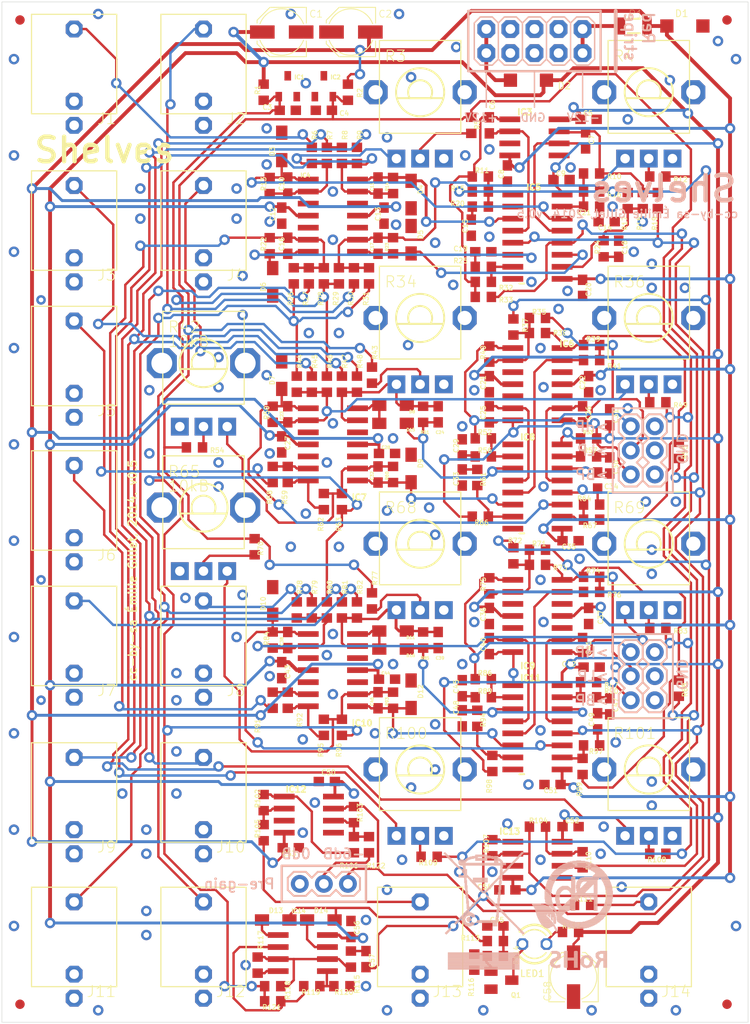
<source format=kicad_pcb>
(kicad_pcb (version 20211014) (generator pcbnew)
  (layers (0 "F.Cu" signal) (31 "B.Cu" signal) (34 "B.Paste" user) (35 "F.Paste" user) (36 "B.SilkS" user "B.Silkscreen") (37 "F.SilkS" user "F.Silkscreen") (38 "B.Mask" user) (39 "F.Mask" user) (44 "Edge.Cuts" user))
  (net 0 "")
  (net 1 "GND")
  (net 2 "VCC")
  (net 3 "AREF_-10")
  (net 4 "VEE")
  (net 5 "N$56")
  (net 6 "N$64")
  (net 7 "AREF_+10")
  (net 8 "IN")
  (net 9 "PLUS_BUS")
  (net 10 "MINUS_BUS")
  (net 11 "GAIN_GLOBAL")
  (net 12 "F_GLOBAL")
  (net 13 "N$47")
  (net 14 "N$63")
  (net 15 "N$65")
  (net 16 "N$66")
  (net 17 "N$67")
  (net 18 "N$68")
  (net 19 "N$69")
  (net 20 "N$70")
  (net 21 "N$71")
  (net 22 "N$72")
  (net 23 "N$73")
  (net 24 "HP_2")
  (net 25 "N$75")
  (net 26 "N$76")
  (net 27 "N$77")
  (net 28 "BP_2")
  (net 29 "N$79")
  (net 30 "N$80")
  (net 31 "N$81")
  (net 32 "N$82")
  (net 33 "N$83")
  (net 34 "MID1_F1")
  (net 35 "N$84")
  (net 36 "N$85")
  (net 37 "N$86")
  (net 38 "N$87")
  (net 39 "N$88")
  (net 40 "N$90")
  (net 41 "N$25")
  (net 42 "N$32")
  (net 43 "N$33")
  (net 44 "N$34")
  (net 45 "N$35")
  (net 46 "N$36")
  (net 47 "N$37")
  (net 48 "N$38")
  (net 49 "N$39")
  (net 50 "N$40")
  (net 51 "N$41")
  (net 52 "HP_1")
  (net 53 "N$43")
  (net 54 "N$44")
  (net 55 "N$45")
  (net 56 "BP_1")
  (net 57 "N$48")
  (net 58 "N$49")
  (net 59 "N$50")
  (net 60 "N$51")
  (net 61 "N$52")
  (net 62 "MID1_F2")
  (net 63 "N$53")
  (net 64 "N$54")
  (net 65 "N$55")
  (net 66 "N$57")
  (net 67 "N$58")
  (net 68 "N$59")
  (net 69 "N$10")
  (net 70 "J_IN")
  (net 71 "N$9")
  (net 72 "N$1")
  (net 73 "N$4")
  (net 74 "LP")
  (net 75 "J_LF_F")
  (net 76 "N$12")
  (net 77 "N$7")
  (net 78 "N$13")
  (net 79 "J_LF_CV")
  (net 80 "N$15")
  (net 81 "N$18")
  (net 82 "N$3")
  (net 83 "N$2")
  (net 84 "N$17")
  (net 85 "N$5")
  (net 86 "N$16")
  (net 87 "N$19")
  (net 88 "LP1")
  (net 89 "N$28")
  (net 90 "N$29")
  (net 91 "N$30")
  (net 92 "IN_INV")
  (net 93 "J_HF_F")
  (net 94 "N$21")
  (net 95 "N$22")
  (net 96 "N$23")
  (net 97 "J_HF_CV")
  (net 98 "N$26")
  (net 99 "N$27")
  (net 100 "N$31")
  (net 101 "IN_INV1")
  (net 102 "N$93")
  (net 103 "OUTPUT")
  (net 104 "N$94")
  (net 105 "N$96")
  (net 106 "N$97")
  (net 107 "N$99")
  (net 108 "N$100")
  (net 109 "N$101")
  (net 110 "N$102")
  (net 111 "N$98")
  (net 112 "N$104")
  (net 113 "N$103")
  (net 114 "N$11")
  (net 115 "N$61")
  (net 116 "N$60")
  (net 117 "N$89")
  (net 118 "N$92")
  (net 119 "N$91")
  (net 120 "N$62")
  (net 121 "N$6")
  (net 122 "N$14")
  (net 123 "N$8")
  (footprint "shelves_v05:ALPS_POT_VERTICAL_PS" (layer "F.Cu") (at 177.3936 132.14985 180)
    (fp_text reference "R101")
    (fp_text value "10kB")
  )
  (footprint "shelves_v05:R0603" (layer "F.Cu") (at 171.0436 124.52985 180)
    (fp_text reference "R90")
    (fp_text value "510")
  )
  (footprint "shelves_v05:C0603" (layer "F.Cu") (at 157.7086 126.75235 -90)
    (fp_text reference "C48")
    (fp_text value "560p")
  )
  (footprint "shelves_v05:SO14" (layer "F.Cu") (at 165.6461 115.95735 -90)
    (fp_text reference "IC9")
    (fp_text value "TL074D")
  )
  (footprint "shelves_v05:WQP_PJ_301M6" (layer "F.Cu") (at 153.2636 150.56485)
    (fp_text reference "J13")
    (fp_text value "PJ301_THONKICONN6" hide)
  )
  (footprint "shelves_v05:C0603" (layer "F.Cu") (at 161.2011 148.65985 180)
    (fp_text reference "C55")
    (fp_text value "100n")
  )
  (footprint "shelves_v05:C0603" (layer "F.Cu") (at 171.0436 115.95735 90)
    (fp_text reference "C37")
    (fp_text value "100n")
  )
  (footprint "shelves_v05:R0603" (layer "F.Cu") (at 146.5961 91.50985 -90)
    (fp_text reference "R48")
    (fp_text value "100k")
  )
  (footprint "shelves_v05:R0603" (layer "F.Cu") (at 178.3461 72.14235 -90)
    (fp_text reference "R19")
    (fp_text value "100k")
  )
  (footprint "shelves_v05:C0603" (layer "F.Cu") (at 159.9311 77.53985)
    (fp_text reference "C19")
    (fp_text value "560p")
  )
  (footprint "shelves_v05:R0603" (layer "F.Cu") (at 140.2461 115.32235 -90)
    (fp_text reference "R78")
    (fp_text value "120k")
  )
  (footprint "shelves_v05:R0603" (layer "F.Cu") (at 144.6911 80.07985 90)
    (fp_text reference "R29")
    (fp_text value "200k")
  )
  (footprint "shelves_v05:C0603" (layer "F.Cu") (at 171.9961 127.06985 90)
    (fp_text reference "C49")
    (fp_text value "560p")
  )
  (footprint "shelves_v05:R0603" (layer "F.Cu") (at 161.2011 150.24735)
    (fp_text reference "R113")
    (fp_text value "12k")
  )
  (footprint "shelves_v05:R0603" (layer "F.Cu") (at 159.9311 80.71485)
    (fp_text reference "R32")
    (fp_text value "100k")
  )
  (footprint "shelves_v05:SO08" (layer "F.Cu") (at 140.8811 151.51735 -90)
    (fp_text reference "IC14")
    (fp_text value "TL072D")
  )
  (footprint "shelves_v05:R0603" (layer "F.Cu") (at 154.2161 141.35735 180)
    (fp_text reference "R109")
    (fp_text value "100k")
  )
  (footprint "shelves_v05:C0603" (layer "F.Cu") (at 145.9611 148.97735 90)
    (fp_text reference "C56")
    (fp_text value "100n")
  )
  (footprint "shelves_v05:C0603" (layer "F.Cu") (at 149.7711 122.62485 180)
    (fp_text reference "C44")
    (fp_text value "100n")
  )
  (footprint "shelves_v05:R0603" (layer "F.Cu") (at 139.2936 101.03485 -90)
    (fp_text reference "R59")
    (fp_text value "100k")
  )
  (footprint "shelves_v05:C0603" (layer "F.Cu") (at 173.2661 95.00235 90)
    (fp_text reference "C31")
    (fp_text value "100n")
  )
  (footprint "shelves_v05:R0603" (layer "F.Cu") (at 141.8336 91.50985 -90)
    (fp_text reference "R45")
    (fp_text value "120k")
  )
  (footprint "shelves_v05:R0603" (layer "F.Cu") (at 159.9311 124.52985)
    (fp_text reference "R89")
    (fp_text value "510")
  )
  (footprint "shelves_v05:C0603" (layer "F.Cu") (at 139.2936 118.49735 -90)
    (fp_text reference "C38")
    (fp_text value "560p")
  )
  (footprint "shelves_v05:R0603" (layer "F.Cu") (at 146.5961 115.32235 -90)
    (fp_text reference "R82")
    (fp_text value "100k")
  )
  (footprint "shelves_v05:C0603" (layer "F.Cu") (at 138.6586 121.67235 -90)
    (fp_text reference "C43")
    (fp_text value "100n")
  )
  (footprint "shelves_v05:C0603" (layer "F.Cu") (at 139.2936 62.61735)
    (fp_text reference "C3")
    (fp_text value "100n")
  )
  (footprint "shelves_v05:R0603" (layer "F.Cu") (at 159.9311 122.62485)
    (fp_text reference "R86")
    (fp_text value "100k")
  )
  (footprint "shelves_v05:R0603" (layer "F.Cu") (at 141.8336 67.37985 -90)
    (fp_text reference "R6")
    (fp_text value "100k")
  )
  (footprint "shelves_v05:SOD323-W" (layer "F.Cu") (at 142.7861 148.02485 180)
    (fp_text reference "D14")
    (fp_text value "1N4148")
  )
  (footprint "shelves_v05:C0603" (layer "F.Cu") (at 171.3611 121.35485)
    (fp_text reference "C42")
    (fp_text value "100n")
  )
  (footprint "shelves_v05:C0603" (layer "F.Cu") (at 148.8186 124.84735 90)
    (fp_text reference "C46")
    (fp_text value "560p")
  )
  (footprint "shelves_v05:C0603" (layer "F.Cu") (at 173.2661 125.48235 -90)
    (fp_text reference "C47")
    (fp_text value "560p")
  )
  (footprint "shelves_v05:R0603" (layer "F.Cu") (at 137.7061 118.49735 90)
    (fp_text reference "R84")
    (fp_text value "12k")
  )
  (footprint "shelves_v05:SOT23-BEC" (layer "F.Cu") (at 161.8361 154.37485 -90)
    (fp_text reference "Q1")
    (fp_text value "MMBT3904")
  )
  (footprint "shelves_v05:R0603" (layer "F.Cu") (at 163.1061 85.47735 -90)
    (fp_text reference "R37")
    (fp_text value "100k")
  )
  (footprint "shelves_v05:ALPS_POT_VERTICAL_PS" (layer "F.Cu") (at 153.2636 60.71235 180)
    (fp_text reference "R3")
    (fp_text value "10kB")
  )
  (footprint "shelves_v05:R0603" (layer "F.Cu") (at 148.1836 114.36985 -90)
    (fp_text reference "R77")
    (fp_text value "100k")
  )
  (footprint "shelves_v05:R0603" (layer "F.Cu") (at 145.0086 115.32235 -90)
    (fp_text reference "R81")
    (fp_text value "100k")
  )
  (footprint "shelves_v05:R0603" (layer "F.Cu") (at 153.5811 94.68485 -90)
    (fp_text reference "R51")
    (fp_text value "18k")
  )
  (footprint "shelves_v05:R0603" (layer "F.Cu") (at 136.7536 135.64235 90)
    (fp_text reference "R102")
    (fp_text value "100k")
  )
  (footprint "shelves_v05:ALPS_POT_VERTICAL_PS" (layer "F.Cu") (at 153.2636 108.33735 180)
    (fp_text reference "R68")
    (fp_text value "10kB")
  )
  (footprint "shelves_v05:SOD323-W" (layer "F.Cu") (at 137.7061 114.36985 90)
    (fp_text reference "D10")
    (fp_text value "1N4148")
  )
  (footprint "shelves_v05:SOD323-W" (layer "F.Cu") (at 150.4061 93.73235)
    (fp_text reference "D8")
    (fp_text value "1N4148" hide)
  )
  (footprint "shelves_v05:R0603" (layer "F.Cu") (at 171.0436 122.94235 180)
    (fp_text reference "R87")
    (fp_text value "100k")
  )
  (footprint "shelves_v05:SO08" (layer "F.Cu") (at 165.3286 65.47485 -90)
    (fp_text reference "IC3")
    (fp_text value "TL072D")
  )
  (footprint "shelves_v05:C0603" (layer "F.Cu") (at 162.4711 69.28485 90)
    (fp_text reference "C8")
    (fp_text value "100n")
  )
  (footprint "shelves_v05:R0603" (layer "F.Cu") (at 171.3611 69.28485)
    (fp_text reference "R10")
    (fp_text value "100k")
  )
  (footprint "shelves_v05:ALPS_POT_VERTICAL_PS" (layer "F.Cu") (at 153.2636 132.14985 180)
    (fp_text reference "R100")
    (fp_text value "10kB")
  )
  (footprint "shelves_v05:R0603" (layer "F.Cu") (at 136.1186 152.78735 90)
    (fp_text reference "R117")
    (fp_text value "100k")
  )
  (footprint "shelves_v05:R0603" (layer "F.Cu") (at 146.2786 136.91235 90)
    (fp_text reference "R103")
    (fp_text value "100k")
  )
  (footprint "shelves_v05:C0603" (layer "F.Cu") (at 160.5661 94.68485 -90)
    (fp_text reference "C25")
    (fp_text value "68p")
  )
  (footprint "shelves_v05:ALPS_POT_VERTICAL_PS" (layer "F.Cu") (at 177.3936 84.52485 180)
    (fp_text reference "R36")
    (fp_text value "10kB")
  )
  (footprint "shelves_v05:C0603" (layer "F.Cu") (at 143.4211 133.41985 180)
    (fp_text reference "C50")
    (fp_text value "100n")
  )
  (footprint "shelves_v05:SOD323-W" (layer "F.Cu") (at 152.3111 71.50735 -90)
    (fp_text reference "D4")
    (fp_text value "1N4148")
  )
  (footprint "shelves_v05:R0603" (layer "F.Cu") (at 146.5961 67.37985 -90)
    (fp_text reference "R9")
    (fp_text value "100k")
  )
  (footprint "shelves_v05:R0603" (layer "F.Cu") (at 137.7061 94.68485 90)
    (fp_text reference "R50")
    (fp_text value "12k")
  )
  (footprint "shelves_v05:SOD323-W" (layer "F.Cu") (at 150.4061 117.54485)
    (fp_text reference "D11")
    (fp_text value "1N4148")
  )
  (footprint "shelves_v05:PANASONIC_C" (layer "F.Cu") (at 138.6586 54.36235 180)
    (fp_text reference "C1")
    (fp_text value "22u")
  )
  (footprint "shelves_v05:SOD323-W" (layer "F.Cu") (at 152.3111 100.39985 90)
    (fp_text reference "D9")
    (fp_text value "1N4148" hide)
  )
  (footprint "shelves_v05:WQP_PJ_301M6" (layer "F.Cu") (at 177.3936 150.56485)
    (fp_text reference "J14")
    (fp_text value "PJ301_THONKICONN6" hide)
  )
  (footprint "shelves_v05:R0603" (layer "F.Cu") (at 170.4086 141.67485 90)
    (fp_text reference "R110")
    (fp_text value "100k")
  )
  (footprint "shelves_v05:SO08" (layer "F.Cu") (at 141.5161 136.91235 -90)
    (fp_text reference "IC12")
    (fp_text value "TL072D")
  )
  (footprint "shelves_v05:R0603" (layer "F.Cu") (at 143.1036 80.07985 90)
    (fp_text reference "R28")
    (fp_text value "200k")
  )
  (footprint "shelves_v05:SOD323-W" (layer "F.Cu") (at 137.7061 80.71485 -90)
    (fp_text reference "D6")
    (fp_text value "1N4148")
  )
  (footprint "shelves_v05:SOIC16N" (layer "F.Cu") (at 165.6461 102.30485 -90)
    (fp_text reference "IC8")
    (fp_text value "V2164SZ")
  )
  (footprint "shelves_v05:R0603" (layer "F.Cu") (at 150.4061 70.55485 90)
    (fp_text reference "R14")
    (fp_text value "18k")
  )
  (footprint "shelves_v05:SOD323-W" (layer "F.Cu") (at 150.4061 119.44985 180)
    (fp_text reference "D16")
    (fp_text value "1N4148" hide)
  )
  (footprint "shelves_v05:C0603" (layer "F.Cu") (at 160.5661 119.13235 -90)
    (fp_text reference "C40")
    (fp_text value "68p")
  )
  (footprint "shelves_v05:C0603" (layer "F.Cu") (at 143.1036 62.61735 180)
    (fp_text reference "C4")
    (fp_text value "100n")
  )
  (footprint "shelves_v05:R0603" (layer "F.Cu") (at 137.7061 155.00985 180)
    (fp_text reference "R118")
    (fp_text value "100k")
  )
  (footprint "shelves_v05:DBZ_R-PDSO-G3" (layer "F.Cu") (at 139.2936 60.07735)
    (fp_text reference "IC1")
    (fp_text value "LM4040B10")
  )
  (footprint "shelves_v05:SOD323-W" (layer "F.Cu") (at 152.3111 124.21235 90)
    (fp_text reference "D12")
    (fp_text value "1N4148" hide)
  )
  (footprint "shelves_v05:WQP_PJ_301M6" (layer "F.Cu") (at 130.4036 58.48985)
    (fp_text reference "J2")
    (fp_text value "PJ301_THONKICONN6" hide)
  )
  (footprint "shelves_v05:C0603" (layer "F.Cu") (at 170.4086 94.68485 -90)
    (fp_text reference "C26")
    (fp_text value "68p")
  )
  (footprint "shelves_v05:C0603" (layer "F.Cu") (at 160.5661 115.95735 -90)
    (fp_text reference "C36")
    (fp_text value "100n")
  )
  (footprint "shelves_v05:R0603" (layer "F.Cu") (at 153.5811 118.49735 -90)
    (fp_text reference "R85")
    (fp_text value "18k")
  )
  (footprint "shelves_v05:ALPS_POT_VERTICAL_PS" (layer "F.Cu") (at 177.3936 60.71235 180)
    (fp_text reference "R4")
    (fp_text value "10kB")
  )
  (footprint "shelves_v05:R0603" (layer "F.Cu") (at 160.8836 131.51485 90)
    (fp_text reference "R98")
    (fp_text value "100k")
  )
  (footprint "shelves_v05:R0603" (layer "F.Cu") (at 159.2961 101.35235 -90)
    (fp_text reference "R61")
    (fp_text value "510")
  )
  (footprint "shelves_v05:SO14" (layer "F.Cu") (at 144.0561 121.67235 -90)
    (fp_text reference "IC10")
    (fp_text value "TL074D")
  )
  (footprint "shelves_v05:DBZ_R-PDSO-G3" (layer "F.Cu") (at 143.1036 60.07735)
    (fp_text reference "IC2")
    (fp_text value "LM4040B10")
  )
  (footprint "shelves_v05:WQP_PJ_301M6" (layer "F.Cu") (at 130.4036 135.32485)
    (fp_text reference "J10")
    (fp_text value "PJ301_THONKICONN6" hide)
  )
  (footprint "shelves_v05:R0603" (layer "F.Cu") (at 141.8336 155.00985 180)
    (fp_text reference "R119")
    (fp_text value "220k")
  )
  (footprint "shelves_v05:R0603" (layer "F.Cu") (at 147.8661 80.07985 90)
    (fp_text reference "R31")
    (fp_text value "120k")
  )
  (footprint "shelves_v05:C0603" (layer "F.Cu") (at 157.7086 98.17735 90)
    (fp_text reference "C29")
    (fp_text value "560p")
  )
  (footprint "shelves_v05:WQP_PJ_301M6" (layer "F.Cu") (at 116.7511 135.32485)
    (fp_text reference "J9")
    (fp_text value "PJ301_THONKICONN6" hide)
  )
  (footprint "shelves_v05:R0603" (layer "F.Cu") (at 143.4211 91.50985 -90)
    (fp_text reference "R46")
    (fp_text value "200k")
  )
  (footprint "shelves_v05:C0603" (layer "F.Cu") (at 173.2661 100.08235 -90)
    (fp_text reference "C30")
    (fp_text value "560p")
  )
  (footprint "shelves_v05:R0603" (layer "F.Cu") (at 178.3461 117.22735 180)
    (fp_text reference "R83")
    (fp_text value "100k")
  )
  (footprint "shelves_v05:R0603" (layer "F.Cu") (at 176.7586 72.14235 -90)
    (fp_text reference "R18")
    (fp_text value "100k")
  )
  (footprint "shelves_v05:R0603" (layer "F.Cu") (at 172.6311 77.22235 90)
    (fp_text reference "R24")
    (fp_text value "510")
  )
  (footprint "shelves_v05:R0603" (layer "F.Cu") (at 180.5686 98.49485 -90)
    (fp_text reference "R55")
    (fp_text value "100k")
  )
  (footprint "shelves_v05:C0603" (layer "F.Cu") (at 171.9961 101.66985 90)
    (fp_text reference "C34")
    (fp_text value "560p")
  )
  (footprint "shelves_v05:R0603" (layer "F.Cu") (at 137.7061 101.03485 90)
    (fp_text reference "R58")
    (fp_text value "100k")
  )
  (footprint "shelves_v05:PANASONIC_C" (layer "F.Cu") (at 169.4561 154.05735 90)
    (fp_text reference "C58")
    (fp_text value "22u")
  )
  (footprint "shelves_v05:SO14" (layer "F.Cu") (at 144.0561 97.85985 -90)
    (fp_text reference "IC7")
    (fp_text value "TL074D")
  )
  (footprint "shelves_v05:WQP_PJ_301M6" (layer "F.Cu") (at 130.4036 74.99985)
    (fp_text reference "J4")
    (fp_text value "PJ301_THONKICONN6" hide)
  )
  (footprint "shelves_v05:R0603" (layer "F.Cu") (at 171.0436 99.12985 180)
    (fp_text reference "R57")
    (fp_text value "510")
  )
  (footprint "shelves_v05:PANASONIC_C" (layer "F.Cu") (at 145.9611 54.36235 180)
    (fp_text reference "C2")
    (fp_text value "22u")
  )
  (footprint "shelves_v05:R0603" (layer "F.Cu") (at 159.9311 97.22485)
    (fp_text reference "R52")
    (fp_text value "100k")
  )
  (footprint "shelves_v05:FIDUCIAL-1X2" (layer "F.Cu") (at 185.6486 156.91485)
    (fp_text reference "JP4" hide)
    (fp_text value "FIDUCIAL1X2" hide)
  )
  (footprint "shelves_v05:PTC-1206" (layer "F.Cu") (at 175.8061 53.72735 180)
    (fp_text reference "P1")
    (fp_text value "PTCSMD" hide)
  )
  (footprint "shelves_v05:R0603" (layer "F.Cu") (at 165.6461 138.18235 180)
    (fp_text reference "R104")
    (fp_text value "100k")
  )
  (footprint "shelves_v05:R0603" (layer "F.Cu") (at 136.7536 60.71235 -90)
    (fp_text reference "R1")
    (fp_text value "3.3k")
  )
  (footprint "shelves_v05:C0603" (layer "F.Cu") (at 160.5661 91.50985 -90)
    (fp_text reference "C21")
    (fp_text value "100n")
  )
  (footprint "shelves_v05:C0603" (layer "F.Cu") (at 155.1686 118.49735 90)
    (fp_text reference "C39")
    (fp_text value "560p")
  )
  (footprint "shelves_v05:C0603" (layer "F.Cu") (at 139.2936 76.90485 90)
    (fp_text reference "C16")
    (fp_text value "560p")
  )
  (footprint "shelves_v05:R0603" (layer "F.Cu") (at 145.9611 152.15235 -90)
    (fp_text reference "R115")
    (fp_text value "100k")
  )
  (footprint "shelves_v05:R0603" (layer "F.Cu") (at 178.3461 69.60235 180)
    (fp_text reference "R12")
    (fp_text value "100k")
  )
  (footprint "shelves_v05:R0603" (layer "F.Cu") (at 163.1061 109.60735 -90)
    (fp_text reference "R72")
    (fp_text value "100k")
  )
  (footprint "shelves_v05:C0603" (layer "F.Cu") (at 169.1386 138.18235)
    (fp_text reference "C52")
    (fp_text value "100n")
  )
  (footprint "shelves_v05:C0603" (layer "F.Cu") (at 139.2936 94.68485 -90)
    (fp_text reference "C23")
    (fp_text value "560p")
  )
  (footprint "shelves_v05:R0603" (layer "F.Cu") (at 159.9311 82.30235)
    (fp_text reference "R33")
    (fp_text value "100k")
  )
  (footprint "shelves_v05:ALPS_POT_VERTICAL" (layer "F.Cu") (at 130.4036 89.28735 180)
    (fp_text reference "R42")
    (fp_text value "10kB")
  )
  (footprint "shelves_v05:R0603" (layer "F.Cu") (at 145.6436 60.71235 -90)
    (fp_text reference "R2")
    (fp_text value "1.0k")
  )
  (footprint "shelves_v05:WQP_PJ_301M6" (layer "F.Cu") (at 116.7511 74.99985)
    (fp_text reference "J3")
    (fp_text value "PJ301_THONKICONN6" hide)
  )
  (footprint "shelves_v05:C0603" (layer "F.Cu") (at 170.4086 81.34985 90)
    (fp_text reference "C20")
    (fp_text value "100n")
  )
  (footprint "shelves_v05:C0603" (layer "F.Cu") (at 172.9486 74.36485)
    (fp_text reference "C14")
    (fp_text value "560p")
  )
  (footprint "shelves_v05:R0603" (layer "F.Cu") (at 171.3611 72.77735 180)
    (fp_text reference "R21")
    (fp_text value "510")
  )
  (footprint "shelves_v05:WQP_PJ_301M6" (layer "F.Cu") (at 130.4036 150.56485)
    (fp_text reference "J12")
    (fp_text value "PJ301_THONKICONN6" hide)
  )
  (footprint "shelves_v05:R0603" (layer "F.Cu") (at 171.3611 88.96985 180)
    (fp_text reference "R41")
    (fp_text value "100k")
  )
  (footprint "shelves_v05:R0603" (layer "F.Cu") (at 159.6136 71.18985)
    (fp_text reference "R15")
    (fp_text value "100k")
  )
  (footprint "shelves_v05:R0603" (layer "F.Cu") (at 178.3461 141.03985 180)
    (fp_text reference "R108")
    (fp_text value "100k")
  )
  (footprint "shelves_v05:R0603" (layer "F.Cu") (at 150.4061 76.90485 -90)
    (fp_text reference "R23")
    (fp_text value "12k")
  )
  (footprint "shelves_v05:WQP_PJ_301M6" (layer "F.Cu") (at 116.7511 118.81485)
    (fp_text reference "J7")
    (fp_text value "PJ301_THONKICONN6" hide)
  )
  (footprint "shelves_v05:C0603" (layer "F.Cu") (at 170.7261 65.79235 90)
    (fp_text reference "C7")
    (fp_text value "68p")
  )
  (footprint "shelves_v05:SOD323-W" (layer "F.Cu") (at 138.0236 148.02485 180)
    (fp_text reference "D13")
    (fp_text value "1N4148")
  )
  (footprint "shelves_v05:R0603" (layer "F.Cu") (at 137.3886 70.55485 90)
    (fp_text reference "R13")
    (fp_text value "18k")
  )
  (footprint "shelves_v05:C0603" (layer "F.Cu") (at 148.8186 70.55485 -90)
    (fp_text reference "C11")
    (fp_text value "560p")
  )
  (footprint "shelves_v05:R0603" (layer "F.Cu") (at 171.3611 104.20985 180)
    (fp_text reference "R64")
    (fp_text value "510")
  )
  (footprint "shelves_v05:R0603" (layer "F.Cu") (at 161.2011 151.83485 180)
    (fp_text reference "R114")
    (fp_text value "100k")
  )
  (footprint "shelves_v05:SOD323-W" (layer "F.Cu") (at 150.4061 95.63735 180)
    (fp_text reference "D15")
    (fp_text value "1N4148")
  )
  (footprint "shelves_v05:R0603" (layer "F.Cu") (at 171.3611 105.79735 180)
    (fp_text reference "R67")
    (fp_text value "100k")
  )
  (footprint "shelves_v05:C0603" (layer "F.Cu") (at 149.4536 73.72985 90)
    (fp_text reference "C13")
    (fp_text value "100n")
  )
  (footprint "shelves_v05:R0603" (layer "F.Cu") (at 145.0086 103.89235 90)
    (fp_text reference "R63")
    (fp_text value "1.5M")
  )
  (footprint "shelves_v05:R0603" (layer "F.Cu") (at 171.3611 71.18985 180)
    (fp_text reference "R16")
    (fp_text value "100k")
  )
  (footprint "shelves_v05:C0603" (layer "F.Cu") (at 168.1861 69.91985)
    (fp_text reference "C9")
    (fp_text value "100n")
  )
  (footprint "shelves_v05:R0603" (layer "F.Cu") (at 159.2961 126.75235 -90)
    (fp_text reference "R94")
    (fp_text value "510")
  )
  (footprint "shelves_v05:SOD123" (layer "F.Cu") (at 164.6936 59.44235 180)
    (fp_text reference "D2")
    (fp_text value "1N5819HW")
  )
  (footprint "shelves_v05:R0603" (layer "F.Cu") (at 159.6136 69.60235 180)
    (fp_text reference "R11")
    (fp_text value "100k")
  )
  (footprint "shelves_v05:C0603" (layer "F.Cu") (at 147.5486 152.15235 -90)
    (fp_text reference "C57")
    (fp_text value "100n")
  )
  (footprint "shelves_v05:C0603" (layer "F.Cu") (at 158.6611 74.99985 -90)
    (fp_text reference "C15")
    (fp_text value "560p")
  )
  (footprint "shelves_v05:WQP_PJ_301M6" (layer "F.Cu") (at 116.7511 104.52735)
    (fp_text reference "J6")
    (fp_text value "PJ301_THONKICONN6" hide)
  )
  (footprint "shelves_v05:SO14" (layer "F.Cu") (at 144.0561 73.72985 -90)
    (fp_text reference "IC4")
    (fp_text value "TL074D")
  )
  (footprint "shelves_v05:R0603" (layer "F.Cu") (at 139.9286 80.07985 90)
    (fp_text reference "R26")
    (fp_text value "120k")
  )
  (footprint "shelves_v05:R0603" (layer "F.Cu") (at 136.7536 138.81735 90)
    (fp_text reference "R105")
    (fp_text value "100k")
  )
  (footprint "shelves_v05:WQP_PJ_301M6" (layer "F.Cu") (at 116.7511 89.28735)
    (fp_text reference "J5")
    (fp_text value "PJ301_THONKICONN6" hide)
  )
  (footprint "shelves_v05:R0603" (layer "F.Cu") (at 141.8336 115.32235 -90)
    (fp_text reference "R79")
    (fp_text value "120k")
  )
  (footprint "shelves_v05:R0603" (layer "F.Cu") (at 165.6461 108.97235)
    (fp_text reference "R71")
    (fp_text value "100k")
  )
  (footprint "shelves_v05:C0603" (layer "F.Cu") (at 139.6111 140.40485 180)
    (fp_text reference "C53")
    (fp_text value "100n")
  )
  (footprint "shelves_v05:R0603" (layer "F.Cu") (at 150.4061 124.84735 -90)
    (fp_text reference "R93")
    (fp_text value "22k")
  )
  (footprint "shelves_v05:SO08" (layer "F.Cu") (at 165.6461 141.67485 -90)
    (fp_text reference "IC13")
    (fp_text value "TL072D")
  )
  (footprint "shelves_v05:R0603" (layer "F.Cu") (at 159.6136 105.47985)
    (fp_text reference "R66")
    (fp_text value "100k")
  )
  (footprint "shelves_v05:R0603" (layer "F.Cu") (at 171.0436 97.22485 180)
    (fp_text reference "R53")
    (fp_text value "100k")
  )
  (footprint "shelves_v05:SOD323-W" (layer "F.Cu") (at 138.6586 66.42735 90)
    (fp_text reference "D3")
    (fp_text value "1N4148")
  )
  (footprint "shelves_v05:R0603" (layer "F.Cu") (at 159.9311 99.12985)
    (fp_text reference "R56")
    (fp_text value "510")
  )
  (footprint "shelves_v05:R0603" (layer "F.Cu") (at 171.3611 129.60985 180)
    (fp_text reference "R97")
    (fp_text value "510")
  )
  (footprint "shelves_v05:R0603" (layer "F.Cu") (at 180.5686 123.57735 -90)
    (fp_text reference "R88")
    (fp_text value "100k")
  )
  (footprint "shelves_v05:WQP_PJ_301M6" (layer "F.Cu") (at 116.7511 150.56485)
    (fp_text reference "J11")
    (fp_text value "PJ301_THONKICONN6" hide)
  )
  (footprint "shelves_v05:R0603" (layer "F.Cu") (at 175.1711 72.14235 -90)
    (fp_text reference "R17")
    (fp_text value "100k")
  )
  (footprint "shelves_v05:R0603" (layer "F.Cu") (at 145.0086 67.37985 -90)
    (fp_text reference "R8")
    (fp_text value "100k")
  )
  (footprint "shelves_v05:C0603" (layer "F.Cu") (at 148.8186 76.90485 90)
    (fp_text reference "C17")
    (fp_text value "560p")
  )
  (footprint "shelves_v05:R0603" (layer "F.Cu") (at 143.4211 67.37985 -90)
    (fp_text reference "R7")
    (fp_text value "100k")
  )
  (footprint "shelves_v05:R0603" (layer "F.Cu") (at 165.6461 84.52485)
    (fp_text reference "R35")
    (fp_text value "100k")
  )
  (footprint "shelves_v05:R0603" (layer "F.Cu") (at 141.5161 80.07985 90)
    (fp_text reference "R27")
    (fp_text value "120k")
  )
  (footprint "shelves_v05:C0603" (layer "F.Cu") (at 157.7086 101.35235 -90)
    (fp_text reference "C33")
    (fp_text value "560p")
  )
  (footprint "shelves_v05:R0603" (layer "F.Cu") (at 143.4211 115.32235 -90)
    (fp_text reference "R80")
    (fp_text value "200k")
  )
  (footprint "shelves_v05:C0603" (layer "F.Cu") (at 174.2186 77.22235 90)
    (fp_text reference "C18")
    (fp_text value "560p")
  )
  (footprint "shelves_v05:C0603" (layer "F.Cu") (at 148.8186 101.03485 90)
    (fp_text reference "C32")
    (fp_text value "560p")
  )
  (footprint "shelves_v05:SOIC16N" (layer "F.Cu") (at 165.6461 75.95235 -90)
    (fp_text reference "IC5")
    (fp_text value "V2164SZ")
  )
  (footprint "shelves_v05:R0603" (layer "F.Cu") (at 159.9311 79.12735)
    (fp_text reference "R25")
    (fp_text value "510")
  )
  (footprint "shelves_v05:R0603" (layer "F.Cu") (at 137.7061 156.59735 180)
    (fp_text reference "R121")
    (fp_text value "100k")
  )
  (footprint "shelves_v05:R0603" (layer "F.Cu") (at 170.4086 131.83235 90)
    (fp_text reference "R99")
    (fp_text value "100k")
  )
  (footprint "shelves_v05:R0603" (layer "F.Cu") (at 170.4086 146.43735)
    (fp_text reference "R111")
    (fp_text value "1.0k")
  )
  (footprint "shelves_v05:R0603" (layer "F.Cu") (at 160.5661 88.33485 90)
    (fp_text reference "R40")
    (fp_text value "100k")
  )
  (footprint "shelves_v05:R0603" (layer "F.Cu") (at 159.6136 72.77735)
    (fp_text reference "R20")
    (fp_text value "510")
  )
  (footprint "shelves_v05:R0603" (layer "F.Cu") (at 160.8836 140.40485 90)
    (fp_text reference "R107")
    (fp_text value "200k")
  )
  (footprint "shelves_v05:R0603" (layer "F.Cu") (at 171.3611 113.41735 180)
    (fp_text reference "R76")
    (fp_text value "100k")
  )
  (footprint "shelves_v05:C0603" (layer "F.Cu") (at 149.7711 98.81235 180)
    (fp_text reference "C28")
    (fp_text value "100n")
  )
  (footprint "shelves_v05:R0603" (layer "F.Cu") (at 171.3611 87.38235)
    (fp_text reference "R39")
    (fp_text value "100k")
  )
  (footprint "shelves_v05:C0603" (layer "F.Cu") (at 171.0436 63.56985)
    (fp_text reference "C5")
    (fp_text value "100n")
  )
  (footprint "shelves_v05:C0603" (layer "F.Cu") (at 155.1686 94.68485 90)
    (fp_text reference "C24")
    (fp_text value "560p")
  )
  (footprint "shelves_v05:R0603" (layer "F.Cu") (at 160.5661 112.78235 90)
    (fp_text reference "R75")
    (fp_text value "100k")
  )
  (footprint "shelves_v05:R0603" (layer "F.Cu") (at 158.9786 152.46985 90)
    (fp_text reference "R116")
    (fp_text value "22k")
  )
  (footprint "shelves_v05:R0603" (layer "F.Cu") (at 137.3886 76.90485 -90)
    (fp_text reference "R22")
    (fp_text value "12k")
  )
  (footprint "shelves_v05:C0603" (layer "F.Cu") (at 139.2936 70.55485 -90)
    (fp_text reference "C10")
    (fp_text value "560p")
  )
  (footprint "shelves_v05:R0603" (layer "F.Cu") (at 146.2786 80.07985 90)
    (fp_text reference "R30")
    (fp_text value "120k")
  )
  (footprint "shelves_v05:R0603" (layer "F.Cu") (at 169.1386 149.29485)
    (fp_text reference "R112")
    (fp_text value "1.0k")
  )
  (footprint "shelves_v05:C0603" (layer "F.Cu") (at 138.6586 97.85985 -90)
    (fp_text reference "C27")
    (fp_text value "100n")
  )
  (footprint "shelves_v05:R0603" (layer "F.Cu") (at 158.6611 64.20485 -90)
    (fp_text reference "R5")
    (fp_text value "100k")
  )
  (footprint "shelves_v05:R0603" (layer "F.Cu") (at 129.4511 98.17735)
    (fp_text reference "R54")
    (fp_text value "200k")
  )
  (footprint "shelves_v05:R0603" (layer "F.Cu") (at 146.2786 140.08735 90)
    (fp_text reference "R106")
    (fp_text value "200k")
  )
  (footprint "shelves_v05:ALPS_POT_VERTICAL_PS" (layer "F.Cu") (at 153.2636 84.52485 180)
    (fp_text reference "R34")
    (fp_text value "10kB")
  )
  (footprint "shelves_v05:R0603" (layer "F.Cu") (at 145.0086 91.50985 -90)
    (fp_text reference "R47")
    (fp_text value "100k")
  )
  (footprint "shelves_v05:LED3MM" (layer "F.Cu") (at 165.3286 150.56485 180)
    (fp_text reference "LED1")
    (fp_text value "WP-710A10GD")
  )
  (footprint "shelves_v05:C0603" (layer "F.Cu") (at 169.1386 108.01985 180)
    (fp_text reference "C35")
    (fp_text value "100n")
  )
  (footprint "shelves_v05:ALPS_POT_VERTICAL_PS" (layer "F.Cu") (at 177.3936 108.33735 180)
    (fp_text reference "R69")
    (fp_text value "10kB")
  )
  (footprint "shelves_v05:WQP_PJ_301M6" (layer "F.Cu") (at 130.4036 118.81485)
    (fp_text reference "J8")
    (fp_text value "PJ301_THONKICONN6" hide)
  )
  (footprint "shelves_v05:C0603" (layer "F.Cu") (at 160.5661 64.20485 90)
    (fp_text reference "C6")
    (fp_text value "68p")
  )
  (footprint "shelves_v05:SOD323-W" (layer "F.Cu") (at 138.6586 90.55735 90)
    (fp_text reference "D7")
    (fp_text value "1N4148")
  )
  (footprint "shelves_v05:R0603" (layer "F.Cu") (at 171.3611 111.82985)
    (fp_text reference "R74")
    (fp_text value "100k")
  )
  (footprint "shelves_v05:C0603" (layer "F.Cu") (at 171.0436 91.50985 90)
    (fp_text reference "C22")
    (fp_text value "100n")
  )
  (footprint "shelves_v05:SOD323-W" (layer "F.Cu") (at 152.3111 76.26985 90)
    (fp_text reference "D5")
    (fp_text value "1N4148")
  )
  (footprint "shelves_v05:SOIC16N" (layer "F.Cu") (at 165.6461 127.70485 -90)
    (fp_text reference "IC11")
    (fp_text value "V2164SZ")
  )
  (footprint "shelves_v05:C0603" (layer "F.Cu") (at 157.7086 123.57735 90)
    (fp_text reference "C45")
    (fp_text value "560p")
  )
  (footprint "shelves_v05:R0603" (layer "F.Cu") (at 140.2461 91.50985 -90)
    (fp_text reference "R44")
    (fp_text value "120k")
  )
  (footprint "shelves_v05:R0603" (layer "F.Cu") (at 135.8011 108.65485 -90)
    (fp_text reference "R70")
    (fp_text value "200k")
  )
  (footprint "shelves_v05:SO14" (layer "F.Cu") (at 165.6461 91.50985 -90)
    (fp_text reference "IC6")
    (fp_text value "TL074D")
  )
  (footprint "shelves_v05:R0603" (layer "F.Cu") (at 165.6461 110.55985)
    (fp_text reference "R73")
    (fp_text value "100k")
  )
  (footprint "shelves_v05:C0603" (layer "F.Cu") (at 138.6586 73.72985 -90)
    (fp_text reference "C12")
    (fp_text value "100n")
  )
  (footprint "shelves_v05:SOD123" (layer "F.Cu") (at 181.2036 53.72735 180)
    (fp_text reference "D1")
    (fp_text value "1N5819HW")
  )
  (footprint "shelves_v05:R0603" (layer "F.Cu") (at 139.2936 124.84735 -90)
    (fp_text reference "R92")
    (fp_text value "100k")
  )
  (footprint "shelves_v05:FIDUCIAL-1X2" (layer "F.Cu") (at 111.0361 156.91485)
    (fp_text reference "JP3" hide)
    (fp_text value "FIDUCIAL1X2" hide)
  )
  (footprint "shelves_v05:FIDUCIAL-1X2" (layer "F.Cu") (at 111.0361 53.09235)
    (fp_text reference "JP1" hide)
    (fp_text value "FIDUCIAL1X2" hide)
  )
  (footprint "shelves_v05:C0603" (layer "F.Cu") (at 162.4711 144.84985)
    (fp_text reference "C54")
    (fp_text value "100n")
  )
  (footprint "shelves_v05:WQP_PJ_301M6" (layer "F.Cu") (at 116.7511 58.48985)
    (fp_text reference "J1")
    (fp_text value "PJ301_THONKICONN6" hide)
  )
  (footprint "shelves_v05:R0603" (layer "F.Cu") (at 137.7061 124.84735 90)
    (fp_text reference "R91")
    (fp_text value "100k")
  )
  (footprint "shelves_v05:R0603" (layer "F.Cu") (at 147.8661 140.08735 -90)
    (fp_text reference "R122")
    (fp_text value "100k")
  )
  (footprint "shelves_v05:R0603" (layer "F.Cu") (at 150.4061 101.03485 -90)
    (fp_text reference "R60")
    (fp_text value "22k")
  )
  (footprint "shelves_v05:R0603" (layer "F.Cu") (at 143.1036 127.70485 90)
    (fp_text reference "R95")
    (fp_text value "150k")
  )
  (footprint "shelves_v05:R0603" (layer "F.Cu") (at 143.1036 103.89235 90)
    (fp_text reference "R62")
    (fp_text value "150k")
  )
  (footprint "shelves_v05:R0603" (layer "F.Cu") (at 178.3461 93.41485 180)
    (fp_text reference "R49")
    (fp_text value "100k")
  )
  (footprint "shelves_v05:R0603" (layer "F.Cu") (at 165.6461 86.11235)
    (fp_text reference "R38")
    (fp_text value "100k")
  )
  (footprint "shelves_v05:FIDUCIAL-1X2" (layer "F.Cu") (at 185.6486 53.09235)
    (fp_text reference "JP2" hide)
    (fp_text value "FIDUCIAL1X2" hide)
  )
  (footprint "shelves_v05:R0603" (layer "F.Cu") (at 148.1836 90.55735 -90)
    (fp_text reference "R43")
    (fp_text value "100k")
  )
  (footprint "shelves_v05:R0603" (layer "F.Cu") (at 145.0086 127.70485 90)
    (fp_text reference "R96")
    (fp_text value "1.5M")
  )
  (footprint "shelves_v05:C0603" (layer "F.Cu") (at 167.2336 133.73735)
    (fp_text reference "C51")
    (fp_text value "100n")
  )
  (footprint "shelves_v05:R0603" (layer "F.Cu") (at 145.0086 155.00985 180)
    (fp_text reference "R120")
    (fp_text value "100k")
  )
  (footprint "shelves_v05:ALPS_POT_VERTICAL" (layer "F.Cu") (at 130.4036 104.52735 180)
    (fp_text reference "R65")
    (fp_text value "10kB")
  )
  (footprint "shelves_v05:C0603" (layer "F.Cu") (at 170.4086 119.13235 -90)
    (fp_text reference "C41")
    (fp_text value "68p")
  )
  (footprint "shelves_v05:1X03" (layer "B.Cu") (at 175.4886 124.84735 90)
    (fp_text reference "JP13" hide)
    (fp_text value "")
  )
  (footprint "shelves_v05:1X03" (layer "B.Cu") (at 178.0286 101.03485 90)
    (fp_text reference "JP6" hide)
    (fp_text value "")
  )
  (footprint "shelves_v05:AVR_ICSP" (layer "B.Cu") (at 165.3286 55.31485 -90)
    (fp_text reference "JP11" hide)
    (fp_text value "M05X2PTH" hide)
  )
  (footprint "shelves_v05:ROHS_BIG" (layer "B.Cu") (at 174.8536 154.05735 180)
    (fp_text reference "U$2" hide)
    (fp_text value "" hide)
  )
  (footprint "shelves_v05:1X03" (layer "B.Cu") (at 140.5636 144.21485)
    (fp_text reference "JP12" hide)
    (fp_text value "")
  )
  (footprint "shelves_v05:1X03" (layer "B.Cu") (at 175.4886 101.03485 90)
    (fp_text reference "JP5" hide)
    (fp_text value "")
  )
  (footprint "shelves_v05:1X03" (layer "B.Cu") (at 178.0286 124.84735 90)
    (fp_text reference "JP7" hide)
    (fp_text value "")
  )
  (gr_line (start 160.2486 58.48985) (end 165.3286 58.48985) (layer "B.SilkS") (width 0.254))
  (gr_line (start 158.3436 58.48985) (end 160.2486 58.48985) (layer "B.SilkS") (width 0.254))
  (gr_line (start 173.5836 94.04985) (end 173.5836 102.93985) (layer "B.SilkS") (width 0.2032))
  (gr_line (start 173.5836 102.93985) (end 179.9336 102.93985) (layer "B.SilkS") (width 0.2032))
  (gr_line (start 172.3136 58.48985) (end 172.3136 52.13985) (layer "B.SilkS") (width 0.254))
  (gr_line (start 165.3286 58.48985) (end 170.4086 58.48985) (layer "B.SilkS") (width 0.254))
  (gr_line (start 179.9336 117.86235) (end 179.9336 126.75235) (layer "B.SilkS") (width 0.2032))
  (gr_line (start 160.2486 58.48985) (end 160.2486 62.29985) (layer "B.SilkS") (width 0.1524))
  (gr_line (start 173.9011 52.13985) (end 173.9011 58.48985) (layer "B.SilkS") (width 0.4064))
  (gr_line (start 179.9336 126.75235) (end 173.5836 126.75235) (layer "B.SilkS") (width 0.2032))
  (gr_line (start 173.5836 126.75235) (end 173.5836 117.86235) (layer "B.SilkS") (width 0.2032))
  (gr_line (start 179.9336 102.93985) (end 179.9336 94.04985) (layer "B.SilkS") (width 0.2032))
  (gr_line (start 172.3136 52.13985) (end 158.3436 52.13985) (layer "B.SilkS") (width 0.254))
  (gr_line (start 165.3286 58.48985) (end 165.3286 62.29985) (layer "B.SilkS") (width 0.1524))
  (gr_line (start 173.5836 117.86235) (end 179.9336 117.86235) (layer "B.SilkS") (width 0.2032))
  (gr_line (start 138.6586 142.30985) (end 138.6586 146.11985) (layer "B.SilkS") (width 0.254))
  (gr_line (start 158.3436 52.13985) (end 158.3436 58.48985) (layer "B.SilkS") (width 0.254))
  (gr_line (start 179.9336 94.04985) (end 173.5836 94.04985) (layer "B.SilkS") (width 0.2032))
  (gr_line (start 170.4086 58.48985) (end 172.3136 58.48985) (layer "B.SilkS") (width 0.254))
  (gr_line (start 147.5486 146.11985) (end 147.5486 142.30985) (layer "B.SilkS") (width 0.254))
  (gr_line (start 170.4086 58.48985) (end 170.4086 62.29985) (layer "B.SilkS") (width 0.1524))
  (gr_line (start 138.6586 146.11985) (end 147.5486 146.11985) (layer "B.SilkS") (width 0.254))
  (gr_line (start 147.5486 142.30985) (end 138.6586 142.30985) (layer "B.SilkS") (width 0.254))
  (gr_line (start 187.8711 158.81985) (end 187.8711 51.18735) (layer "Edge.Cuts") (width 0.05))
  (gr_line (start 187.8711 51.18735) (end 109.1311 51.18735) (layer "Edge.Cuts") (width 0.05))
  (gr_line (start 109.1311 158.81985) (end 187.8711 158.81985) (layer "Edge.Cuts") (width 0.05))
  (gr_line (start 109.1311 51.18735) (end 109.1311 158.81985) (layer "Edge.Cuts") (width 0.05))
  (gr_text "Shelves" (at 186.9186 72.45985) (layer "B.SilkS") (effects (font (size 2.69875 2.69875) (thickness 0.47625)) (justify left bottom mirror)))
  (gr_text "+12V" (at 161.5186 63.88735) (layer "B.SilkS") (effects (font (size 0.8636 0.8636) (thickness 0.1524)) (justify left bottom mirror)))
  (gr_text ">LP" (at 173.2661 122.94235) (layer "B.SilkS") (effects (font (size 1.0795 1.0795) (thickness 0.1905)) (justify left bottom mirror)))
  (gr_text ">LP" (at 173.2661 99.12985) (layer "B.SilkS") (effects (font (size 1.0795 1.0795) (thickness 0.1905)) (justify left bottom mirror)))
  (gr_text ">BP" (at 173.2661 125.48235) (layer "B.SilkS") (effects (font (size 1.0795 1.0795) (thickness 0.1905)) (justify left bottom mirror)))
  (gr_text ">HP" (at 173.2661 96.58985) (layer "B.SilkS") (effects (font (size 1.0795 1.0795) (thickness 0.1905)) (justify left bottom mirror)))
  (gr_text "GND" (at 180.2511 100.08235 -90) (layer "B.SilkS") (effects (font (size 1.0795 1.0795) (thickness 0.1905)) (justify left bottom mirror)))
  (gr_text "-12V" (at 172.3136 63.88735) (layer "B.SilkS") (effects (font (size 0.8636 0.8636) (thickness 0.1524)) (justify left bottom mirror)))
  (gr_text "cc-by-sa Émilie Gillet, 2014. v0.5" (at 186.9186 74.04735) (layer "B.SilkS") (effects (font (size 0.8636 0.8636) (thickness 0.1524)) (justify left bottom mirror)))
  (gr_text ">HP" (at 173.2661 120.40235) (layer "B.SilkS") (effects (font (size 1.0795 1.0795) (thickness 0.1905)) (justify left bottom mirror)))
  (gr_text "Pre-gain" (at 138.0236 144.84985) (layer "B.SilkS") (effects (font (size 1.0795 1.0795) (thickness 0.1905)) (justify left bottom mirror)))
  (gr_text "0dB" (at 141.8336 141.67485) (layer "B.SilkS") (effects (font (size 1.0795 1.0795) (thickness 0.1905)) (justify left bottom mirror)))
  (gr_text "GND" (at 180.2511 123.89485 -90) (layer "B.SilkS") (effects (font (size 1.0795 1.0795) (thickness 0.1905)) (justify left bottom mirror)))
  (gr_text "-6dB" (at 147.5486 141.67485) (layer "B.SilkS") (effects (font (size 1.0795 1.0795) (thickness 0.1905)) (justify left bottom mirror)))
  (gr_text "Red" (at 178.0286 52.13985 -90) (layer "B.SilkS") (effects (font (size 1.20904 1.20904) (thickness 0.21336)) (justify right top mirror)))
  (gr_text ">BP" (at 173.2661 101.66985) (layer "B.SilkS") (effects (font (size 1.0795 1.0795) (thickness 0.1905)) (justify left bottom mirror)))
  (gr_text "stripe" (at 176.1236 52.13985 -90) (layer "B.SilkS") (effects (font (size 1.20904 1.20904) (thickness 0.21336)) (justify right top mirror)))
  (gr_text "GND" (at 166.5986 63.88735) (layer "B.SilkS") (effects (font (size 0.8636 0.8636) (thickness 0.1524)) (justify left bottom mirror)))
  (gr_text "Shelves" (at 112.3061 68.33235) (layer "F.SilkS") (effects (font (size 2.5908 2.5908) (thickness 0.4572)) (justify left bottom)))
  (gr_text "cc-by-sa Émilie Gillet, 2014. v0.5" (at 123.4186 122.94235 90) (layer "F.SilkS") (effects (font (size 0.8636 0.8636) (thickness 0.1524)) (justify left bottom)))
  (segment (start 136.1186 153.63735) (end 136.8561 153.63735) (width 0.254) (layer "F.Cu") (net 1))
  (segment (start 137.0711 153.42235) (end 138.2811 153.42235) (width 0.254) (layer "F.Cu") (net 1))
  (segment (start 173.1536 126.21985) (end 173.2661 126.33235) (width 0.254) (layer "F.Cu") (net 1))
  (segment (start 136.8561 153.63735) (end 137.0711 153.42235) (width 0.254) (layer "F.Cu") (net 1))
  (segment (start 172.1086 100.93235) (end 173.2661 100.93235) (width 0.254) (layer "F.Cu") (net 1))
  (segment (start 171.9961 126.21985) (end 173.1536 126.21985) (width 0.254) (layer "F.Cu") (net 1))
  (segment (start 171.9961 100.81985) (end 172.1086 100.93235) (width 0.254) (layer "F.Cu") (net 1))
  (via (at 140.8811 128.97485) (size 1.108) (drill 0.6) (layers "F.Cu" "B.Cu") (net 1))
  (via (at 123.7361 74.04735) (size 1.108) (drill 0.6) (layers "F.Cu" "B.Cu") (net 1))
  (via (at 124.3711 149.61235) (size 1.108) (drill 0.6) (layers "F.Cu" "B.Cu") (net 1))
  (via (at 137.0711 68.33235) (size 1.108) (drill 0.6) (layers "F.Cu" "B.Cu") (net 1))
  (via (at 179.6161 59.44235) (size 1.108) (drill 0.6) (layers "F.Cu" "B.Cu") (net 1))
  (via (at 158.9786 92.14485) (size 1.108) (drill 0.6) (layers "F.Cu" "B.Cu") (net 1))
  (via (at 113.2586 124.84735) (size 1.008) (drill 0.5) (layers "F.Cu" "B.Cu") (net 1))
  (via (at 154.2161 104.52735) (size 1.108) (drill 0.6) (layers "F.Cu" "B.Cu") (net 1))
  (via (at 158.9786 148.02485) (size 1.108) (drill 0.6) (layers "F.Cu" "B.Cu") (net 1))
  (via (at 165.9636 141.67485) (size 1.108) (drill 0.6) (layers "F.Cu" "B.Cu") (net 1))
  (via (at 169.1386 68.64985) (size 1.108) (drill 0.6) (layers "F.Cu" "B.Cu") (net 1))
  (via (at 110.4011 148.65985) (size 1.108) (drill 0.6) (layers "F.Cu" "B.Cu") (net 1))
  (via (at 140.8811 138.81735) (size 1.108) (drill 0.6) (layers "F.Cu" "B.Cu") (net 1))
  (via (at 134.5311 80.07985) (size 1.108) (drill 0.6) (layers "F.Cu" "B.Cu") (net 1))
  (via (at 110.4011 118.17985) (size 1.108) (drill 0.6) (layers "F.Cu" "B.Cu") (net 1))
  (via (at 149.7711 104.84485) (size 1.108) (drill 0.6) (layers "F.Cu" "B.Cu") (net 1))
  (via (at 123.7361 70.87235) (size 1.108) (drill 0.6) (layers "F.Cu" "B.Cu") (net 1))
  (via (at 113.2586 112.14735) (size 1.008) (drill 0.5) (layers "F.Cu" "B.Cu") (net 1))
  (via (at 165.9636 128.02235) (size 1.108) (drill 0.6) (layers "F.Cu" "B.Cu") (net 1))
  (via (at 147.5486 155.00985) (size 1.108) (drill 0.6) (layers "F.Cu" "B.Cu") (net 1))
  (via (at 124.3711 141.03985) (size 1.108) (drill 0.6) (layers "F.Cu" "B.Cu") (net 1))
  (via (at 141.5161 86.11235) (size 1.108) (drill 0.6) (layers "F.Cu" "B.Cu") (net 1))
  (via (at 170.0911 109.92485) (size 1.108) (drill 0.6) (layers "F.Cu" "B.Cu") (net 1))
  (via (at 173.5836 72.77735) (size 1.108) (drill 0.6) (layers "F.Cu" "B.Cu") (net 1))
  (via (at 119.2911 157.54985) (size 1.108) (drill 0.6) (layers "F.Cu" "B.Cu") (net 1))
  (via (at 128.4986 114.05235) (size 1.108) (drill 0.6) (layers "F.Cu" "B.Cu") (net 1))
  (via (at 173.9011 121.35485) (size 1.108) (drill 0.6) (layers "F.Cu" "B.Cu") (net 1))
  (via (at 172.6311 138.18235) (size 1.108) (drill 0.6) (layers "F.Cu" "B.Cu") (net 1))
  (via (at 144.6911 86.11235) (size 1.108) (drill 0.6) (layers "F.Cu" "B.Cu") (net 1))
  (via (at 124.3711 147.07235) (size 1.108) (drill 0.6) (layers "F.Cu" "B.Cu") (net 1))
  (via (at 157.7086 121.03735) (size 1.108) (drill 0.6) (layers "F.Cu" "B.Cu") (net 1))
  (via (at 134.5311 84.20735) (size 1.108) (drill 0.6) (layers "F.Cu" "B.Cu") (net 1))
  (via (at 166.2811 102.30485) (size 1.108) (drill 0.6) (layers "F.Cu" "B.Cu") (net 1))
  (via (at 134.8486 152.78735) (size 1.108) (drill 0.6) (layers "F.Cu" "B.Cu") (net 1))
  (via (at 144.0561 124.21235) (size 1.108) (drill 0.6) (layers "F.Cu" "B.Cu") (net 1))
  (via (at 150.4061 121.03735) (size 1.108) (drill 0.6) (layers "F.Cu" "B.Cu") (net 1))
  (via (at 180.2511 103.89235) (size 1.108) (drill 0.6) (layers "F.Cu" "B.Cu") (net 1))
  (via (at 149.7711 144.84985) (size 1.108) (drill 0.6) (layers "F.Cu" "B.Cu") (net 1))
  (via (at 165.9636 87.69985) (size 1.108) (drill 0.6) (layers "F.Cu" "B.Cu") (net 1))
  (via (at 121.8311 134.68985) (size 1.108) (drill 0.6) (layers "F.Cu" "B.Cu") (net 1))
  (via (at 110.4011 108.01985) (size 1.108) (drill 0.6) (layers "F.Cu" "B.Cu") (net 1))
  (via (at 124.6886 92.14485) (size 1.108) (drill 0.6) (layers "F.Cu" "B.Cu") (net 1))
  (via (at 177.7111 78.80985) (size 1.108) (drill 0.6) (layers "F.Cu" "B.Cu") (net 1))
  (via (at 144.0561 117.86235) (size 1.108) (drill 0.6) (layers "F.Cu" "B.Cu") (net 1))
  (via (at 171.3611 157.54985) (size 1.108) (drill 0.6) (layers "F.Cu" "B.Cu") (net 1))
  (via (at 133.8961 74.04735) (size 1.108) (drill 0.6) (layers "F.Cu" "B.Cu") (net 1))
  (via (at 166.2811 116.59235) (size 1.108) (drill 0.6) (layers "F.Cu" "B.Cu") (net 1))
  (via (at 176.7586 74.36485) (size 1.108) (drill 0.6) (layers "F.Cu" "B.Cu") (net 1))
  (via (at 131.9911 99.76485) (size 1.108) (drill 0.6) (layers "F.Cu" "B.Cu") (net 1))
  (via (at 149.7711 65.47485) (size 1.108) (drill 0.6) (layers "F.Cu" "B.Cu") (net 1))
  (via (at 172.3136 141.03985) (size 1.108) (drill 0.6) (layers "F.Cu" "B.Cu") (net 1))
  (via (at 160.8836 142.94485) (size 1.108) (drill 0.6) (layers "F.Cu" "B.Cu") (net 1))
  (via (at 110.4011 138.49985) (size 1.108) (drill 0.6) (layers "F.Cu" "B.Cu") (net 1))
  (via (at 110.4011 57.21985) (size 1.108) (drill 0.6) (layers "F.Cu" "B.Cu") (net 1))
  (via (at 154.8511 76.58735) (size 1.108) (drill 0.6) (layers "F.Cu" "B.Cu") (net 1))
  (via (at 175.8061 77.53985) (size 1.108) (drill 0.6) (layers "F.Cu" "B.Cu") (net 1))
  (via (at 160.5661 75.95235) (size 1.108) (drill 0.6) (layers "F.Cu" "B.Cu") (net 1))
  (via (at 165.0111 80.71485) (size 1.108) (drill 0.6) (layers "F.Cu" "B.Cu") (net 1))
  (via (at 137.0711 90.55735) (size 1.108) (drill 0.6) (layers "F.Cu" "B.Cu") (net 1))
  (via (at 159.9311 157.54985) (size 1.108) (drill 0.6) (layers "F.Cu" "B.Cu") (net 1))
  (via (at 110.4011 87.69985) (size 1.108) (drill 0.6) (layers "F.Cu" "B.Cu") (net 1))
  (via (at 158.9786 116.59235) (size 1.108) (drill 0.6) (layers "F.Cu" "B.Cu") (net 1))
  (via (at 131.9911 88.65235) (size 1.108) (drill 0.6) (layers "F.Cu" "B.Cu") (net 1))
  (via (at 180.2511 157.54985) (size 1.108) (drill 0.6) (layers "F.Cu" "B.Cu") (net 1))
  (via (at 177.7111 135.95985) (size 1.108) (drill 0.6) (layers "F.Cu" "B.Cu") (net 1))
  (via (at 110.4011 77.53985) (size 1.108) (drill 0.6) (layers "F.Cu" "B.Cu") (net 1))
  (via (at 175.1711 63.56985) (size 1.108) (drill 0.6) (layers "F.Cu" "B.Cu") (net 1))
  (via (at 127.5461 124.84735) (size 1.108) (drill 0.6) (layers "F.Cu" "B.Cu") (net 1))
  (via (at 167.8686 83.57235) (size 1.108) (drill 0.6) (layers "F.Cu" "B.Cu") (net 1))
  (via (at 177.0761 103.89235) (size 1.108) (drill 0.6) (layers "F.Cu" "B.Cu") (net 1))
  (via (at 144.0561 71.18985) (size 1.108) (drill 0.6) (layers "F.Cu" "B.Cu") (net 1))
  (via (at 139.6111 52.45735) (size 1.108) (drill 0.6) (layers "F.Cu" "B.Cu") (net 1))
  (via (at 177.7111 81.34985) (size 1.108) (drill 0.6) (layers "F.Cu" "B.Cu") (net 1))
  (via (at 131.9911 91.82735) (size 1.108) (drill 0.6) (layers "F.Cu" "B.Cu") (net 1))
  (via (at 133.8961 70.87235) (size 1.108) (drill 0.6) (layers "F.Cu" "B.Cu") (net 1))
  (via (at 137.3886 122.30735) (size 1.108) (drill 0.6) (layers "F.Cu" "B.Cu") (net 1))
  (via (at 172.3136 92.14485) (size 1.108) (drill 0.6) (layers "F.Cu" "B.Cu") (net 1))
  (via (at 139.6111 108.65485) (size 1.108) (drill 0.6) (layers "F.Cu" "B.Cu") (net 1))
  (via (at 110.4011 97.85985) (size 1.108) (drill 0.6) (layers "F.Cu" "B.Cu") (net 1))
  (via (at 119.2911 52.45735) (size 1.108) (drill 0.6) (layers "F.Cu" "B.Cu") (net 1))
  (via (at 174.5361 144.53235) (size 1.108) (drill 0.6) (layers "F.Cu" "B.Cu") (net 1))
  (via (at 143.4211 99.76485) (size 1.108) (drill 0.6) (layers "F.Cu" "B.Cu") (net 1))
  (via (at 131.9911 102.30485) (size 1.108) (drill 0.6) (layers "F.Cu" "B.Cu") (net 1))
  (via (at 164.6936 133.73735) (size 1.108) (drill 0.6) (layers "F.Cu" "B.Cu") (net 1))
  (via (at 124.6886 98.81235) (size 1.108) (drill 0.6) (layers "F.Cu" "B.Cu") (net 1))
  (via (at 142.1511 135.64235) (size 1.108) (drill 0.6) (layers "F.Cu" "B.Cu") (net 1))
  (via (at 148.5011 128.33985) (size 1.108) (drill 0.6) (layers "F.Cu" "B.Cu") (net 1))
  (via (at 157.7086 95.95485) (size 1.108) (drill 0.6) (layers "F.Cu" "B.Cu") (net 1))
  (via (at 157.3911 142.94485) (size 1.108) (drill 0.6) (layers "F.Cu" "B.Cu") (net 1))
  (via (at 151.0411 52.45735) (size 1.108) (drill 0.6) (layers "F.Cu" "B.Cu") (net 1))
  (via (at 175.1711 94.04985) (size 1.108) (drill 0.6) (layers "F.Cu" "B.Cu") (net 1))
  (via (at 150.7236 74.68235) (size 1.108) (drill 0.6) (layers "F.Cu" "B.Cu") (net 1))
  (via (at 147.5486 148.02485) (size 1.108) (drill 0.6) (layers "F.Cu" "B.Cu") (net 1))
  (via (at 156.7561 81.03235) (size 1.108) (drill 0.6) (layers "F.Cu" "B.Cu") (net 1))
  (via (at 168.8211 81.66735) (size 1.108) (drill 0.6) (layers "F.Cu" "B.Cu") (net 1))
  (via (at 149.7711 157.54985) (size 1.108) (drill 0.6) (layers "F.Cu" "B.Cu") (net 1))
  (via (at 124.3711 138.49985) (size 1.108) (drill 0.6) (layers "F.Cu" "B.Cu") (net 1))
  (via (at 151.9936 87.38235) (size 1.108) (drill 0.6) (layers "F.Cu" "B.Cu") (net 1))
  (via (at 186.6011 57.21985) (size 1.108) (drill 0.6) (layers "F.Cu" "B.Cu") (net 1))
  (via (at 160.5661 66.74485) (size 1.108) (drill 0.6) (layers "F.Cu" "B.Cu") (net 1))
  (via (at 133.8961 118.17985) (size 1.108) (drill 0.6) (layers "F.Cu" "B.Cu") (net 1))
  (via (at 127.5461 130.24485) (size 1.108) (drill 0.6) (layers "F.Cu" "B.Cu") (net 1))
  (via (at 150.4061 97.22485) (size 1.108) (drill 0.6) (layers "F.Cu" "B.Cu") (net 1))
  (via (at 166.2811 91.82735) (size 1.108) (drill 0.6) (layers "F.Cu" "B.Cu") (net 1))
  (via (at 177.7111 108.97235) (size 1.108) (drill 0.6) (layers "F.Cu" "B.Cu") (net 1))
  (via (at 157.0736 55.94985) (size 1.108) (drill 0.6) (layers "F.Cu" "B.Cu") (net 1))
  (via (at 127.5461 121.98985) (size 1.108) (drill 0.6) (layers "F.Cu" "B.Cu") (net 1))
  (via (at 113.2586 82.61985) (size 1.008) (drill 0.5) (layers "F.Cu" "B.Cu") (net 1))
  (via (at 184.6961 55.31485) (size 1.108) (drill 0.6) (layers "F.Cu" "B.Cu") (net 1))
  (via (at 181.2036 81.34985) (size 1.108) (drill 0.6) (layers "F.Cu" "B.Cu") (net 1))
  (via (at 154.8511 132.14985) (size 1.108) (drill 0.6) (layers "F.Cu" "B.Cu") (net 1))
  (via (at 173.9011 129.29235) (size 1.108) (drill 0.6) (layers "F.Cu" "B.Cu") (net 1))
  (via (at 165.9636 112.14735) (size 1.108) (drill 0.6) (layers "F.Cu" "B.Cu") (net 1))
  (via (at 144.0561 76.26985) (size 1.108) (drill 0.6) (layers "F.Cu" "B.Cu") (net 1))
  (via (at 154.8511 127.38735) (size 1.108) (drill 0.6) (layers "F.Cu" "B.Cu") (net 1))
  (via (at 144.6911 108.65485) (size 1.108) (drill 0.6) (layers "F.Cu" "B.Cu") (net 1))
  (via (at 110.4011 67.37985) (size 1.108) (drill 0.6) (layers "F.Cu" "B.Cu") (net 1))
  (via (at 141.1986 105.16235) (size 1.108) (drill 0.6) (layers "F.Cu" "B.Cu") (net 1))
  (via (at 144.0561 95.63735) (size 1.108) (drill 0.6) (layers "F.Cu" "B.Cu") (net 1))
  (via (at 141.1986 59.75985) (size 1.108) (drill 0.6) (layers "F.Cu" "B.Cu") (net 1))
  (via (at 177.7111 133.41985) (size 1.108) (drill 0.6) (layers "F.Cu" "B.Cu") (net 1))
  (via (at 186.6011 148.65985) (size 1.108) (drill 0.6) (layers "F.Cu" "B.Cu") (net 1))
  (via (at 158.0261 67.37985) (size 1.108) (drill 0.6) (layers "F.Cu" "B.Cu") (net 1))
  (via (at 151.3586 141.67485) (size 1.108) (drill 0.6) (layers "F.Cu" "B.Cu") (net 1))
  (via (at 162.4711 137.86485) (size 1.108) (drill 0.6) (layers "F.Cu" "B.Cu") (net 1))
  (via (at 143.4211 120.08485) (size 1.108) (drill 0.6) (layers "F.Cu" "B.Cu") (net 1))
  (via (at 177.7111 111.51235) (size 1.108) (drill 0.6) (layers "F.Cu" "B.Cu") (net 1))
  (via (at 152.3111 134.05485) (size 1.108) (drill 0.6) (layers "F.Cu" "B.Cu") (net 1))
  (via (at 137.0711 64.52235) (size 1.108) (drill 0.6) (layers "F.Cu" "B.Cu") (net 1))
  (via (at 127.5461 134.68985) (size 1.108) (drill 0.6) (layers "F.Cu" "B.Cu") (net 1))
  (via (at 137.3886 74.36485) (size 1.108) (drill 0.6) (layers "F.Cu" "B.Cu") (net 1))
  (via (at 137.3886 98.81235) (size 1.108) (drill 0.6) (layers "F.Cu" "B.Cu") (net 1))
  (via (at 154.8511 107.38485) (size 1.108) (drill 0.6) (layers "F.Cu" "B.Cu") (net 1))
  (via (at 110.4011 128.33985) (size 1.108) (drill 0.6) (layers "F.Cu" "B.Cu") (net 1))
  (via (at 134.5311 113.73485) (size 1.108) (drill 0.6) (layers "F.Cu" "B.Cu") (net 1))
  (via (at 152.3111 59.12485) (size 1.108) (drill 0.6) (layers "F.Cu" "B.Cu") (net 1))
  (segment (start 160.9861 90.65985) (end 161.8361 91.50985) (width 0.3048) (layer "F.Cu") (net 2))
  (segment (start 147.2311 149.92985) (end 147.1286 149.82735) (width 0.3048) (layer "F.Cu") (net 2))
  (segment (start 167.5511 68.64985) (end 167.3361 68.86485) (width 0.254) (layer "F.Cu") (net 2))
  (segment (start 184.6961 137.22985) (end 184.6961 141.99235) (width 0.4064) (layer "F.Cu") (net 2))
  (segment (start 160.9861 115.10735) (end 161.8361 115.95735) (width 0.3048) (layer "F.Cu") (net 2))
  (segment (start 145.0086 149.92985) (end 144.6911 149.61235) (width 0.3048) (layer "F.Cu") (net 2))
  (segment (start 114.2111 133.41985) (end 114.2111 123.25985) (width 0.4064) (layer "F.Cu") (net 2))
  (segment (start 161.8361 115.95735) (end 163.0461 115.95735) (width 0.3048) (layer "F.Cu") (net 2))
  (segment (start 139.3961 97.00985) (end 140.2461 97.85985) (width 0.3048) (layer "F.Cu") (net 2))
  (segment (start 139.3961 72.87985) (end 140.2461 73.72985) (width 0.3048) (layer "F.Cu") (net 2))
  (segment (start 167.3361 68.86485) (end 167.3361 69.91985) (width 0.254) (layer "F.Cu") (net 2))
  (segment (start 184.6961 141.99235) (end 178.3461 148.34235) (width 0.4064) (layer "F.Cu") (net 2))
  (segment (start 138.5561 96.90735) (end 138.6586 97.00985) (width 0.3048) (layer "F.Cu") (net 2))
  (segment (start 168.2886 139.72735) (end 168.2461 139.76985) (width 0.3048) (layer "F.Cu") (net 2))
  (segment (start 145.0086 133.41985) (end 144.2711 133.41985) (width 0.3048) (layer "F.Cu") (net 2))
  (segment (start 140.2461 121.67235) (end 141.4561 121.67235) (width 0.3048) (layer "F.Cu") (net 2))
  (segment (start 169.4561 58.17235) (end 176.7586 58.17235) (width 0.4064) (layer "F.Cu") (net 2))
  (segment (start 160.5661 90.65985) (end 160.9861 90.65985) (width 0.3048) (layer "F.Cu") (net 2))
  (segment (start 136.6086 54.36235) (end 136.7536 54.50735) (width 0.4064) (layer "F.Cu") (net 2))
  (segment (start 134.8486 57.53735) (end 136.7536 57.53735) (width 0.4064) (layer "F.Cu") (net 2))
  (segment (start 114.2111 70.87235) (end 128.4986 56.58485) (width 0.4064) (layer "F.Cu") (net 2))
  (segment (start 184.6961 121.03735) (end 184.6961 137.22985) (width 0.4064) (layer "F.Cu") (net 2))
  (segment (start 169.9886 150.03235) (end 169.4561 150.56485) (width 0.254) (layer "F.Cu") (net 2))
  (segment (start 114.2111 97.85985) (end 114.2111 72.77735) (width 0.4064) (layer "F.Cu") (net 2))
  (segment (start 168.2461 121.92985) (end 168.2461 123.25985) (width 0.3048) (layer "F.Cu") (net 2))
  (segment (start 176.7586 58.17235) (end 181.5211 62.93485) (width 0.4064) (layer "F.Cu") (net 2))
  (segment (start 136.7536 57.53735) (end 157.7086 57.53735) (width 0.4064) (layer "F.Cu") (net 2))
  (segment (start 138.6586 120.82235) (end 139.3961 120.82235) (width 0.4064) (layer "F.Cu") (net 2))
  (segment (start 169.1386 121.03735) (end 169.4561 121.35485) (width 0.3048) (layer "F.Cu") (net 2))
  (segment (start 144.2711 134.85235) (end 144.1161 135.00735) (width 0.3048) (layer "F.Cu") (net 2))
  (segment (start 136.7536 57.53735) (end 136.7536 59.86235) (width 0.4064) (layer "F.Cu") (net 2))
  (segment (start 138.6586 72.87985) (end 139.3961 72.87985) (width 0.3048) (layer "F.Cu") (net 2))
  (segment (start 128.4986 56.58485) (end 133.8961 56.58485) (width 0.4064) (layer "F.Cu") (net 2))
  (segment (start 168.2886 138.18235) (end 168.2886 139.72735) (width 0.3048) (layer "F.Cu") (net 2))
  (segment (start 161.2011 61.02985) (end 165.9636 61.02985) (width 0.4064) (layer "F.Cu") (net 2))
  (segment (start 166.2811 60.71235) (end 166.2811 59.75485) (width 0.4064) (layer "F.Cu") (net 2))
  (segment (start 169.9886 149.29485) (end 169.9886 150.03235) (width 0.254) (layer "F.Cu") (net 2))
  (segment (start 114.2111 148.34235) (end 114.2111 133.41985) (width 0.4064) (layer "F.Cu") (net 2))
  (segment (start 170.1936 63.56985) (end 167.9286 63.56985) (width 0.3048) (layer "F.Cu") (net 2))
  (segment (start 167.5511 70.55485) (end 168.2461 71.24985) (width 0.254) (layer "F.Cu") (net 2))
  (segment (start 114.2111 123.25985) (end 114.2111 97.85985) (width 0.4064) (layer "F.Cu") (net 2))
  (segment (start 169.4561 62.29985) (end 170.0911 62.93485) (width 0.3048) (layer "F.Cu") (net 2))
  (segment (start 181.5211 62.93485) (end 184.6961 66.10985) (width 0.4064) (layer "F.Cu") (net 2))
  (segment (start 138.6586 97.00985) (end 139.3961 97.00985) (width 0.3048) (layer "F.Cu") (net 2))
  (segment (start 160.5661 115.10735) (end 160.9861 115.10735) (width 0.3048) (layer "F.Cu") (net 2))
  (segment (start 158.9786 115.00485) (end 160.4636 115.00485) (width 0.3048) (layer "F.Cu") (net 2))
  (segment (start 184.6961 88.33485) (end 184.6961 97.22485) (width 0.4064) (layer "F.Cu") (net 2))
  (segment (start 169.1386 121.03735) (end 168.2461 121.92985) (width 0.3048) (layer "F.Cu") (net 2))
  (segment (start 168.1861 59.44235) (end 169.4561 58.17235) (width 0.4064) (layer "F.Cu") (net 2))
  (segment (start 158.9786 90.55735) (end 160.1461 90.55735) (width 0.3048) (layer "F.Cu") (net 2))
  (segment (start 168.8211 96.58985) (end 168.1861 97.22485) (width 0.254) (layer "F.Cu") (net 2))
  (segment (start 168.2461 71.24985) (end 168.2461 71.50735) (width 0.254) (layer "F.Cu") (net 2))
  (segment (start 160.5661 90.65985) (end 160.5661 90.55735) (width 0.3048) (layer "F.Cu") (net 2))
  (segment (start 176.4411 148.34235) (end 175.4886 149.29485) (width 0.4064) (layer "F.Cu") (net 2))
  (segment (start 165.9636 61.02985) (end 166.2811 60.71235) (width 0.4064) (layer "F.Cu") (net 2))
  (segment (start 184.6961 97.22485) (end 184.6961 113.41735) (width 0.4064) (layer "F.Cu") (net 2))
  (segment (start 139.3961 120.82235) (end 140.2461 121.67235) (width 0.4064) (layer "F.Cu") (net 2))
  (segment (start 168.5036 137.96735) (end 168.2886 138.18235) (width 0.254) (layer "F.Cu") (net 2))
  (segment (start 140.2461 73.72985) (end 141.4561 73.72985) (width 0.3048) (layer "F.Cu") (net 2))
  (segment (start 137.3886 72.77735) (end 138.5561 72.77735) (width 0.3048) (layer "F.Cu") (net 2))
  (segment (start 157.7086 57.53735) (end 161.2011 61.02985) (width 0.4064) (layer "F.Cu") (net 2))
  (segment (start 168.1861 97.22485) (end 168.1861 97.79985) (width 0.254) (layer "F.Cu") (net 2))
  (segment (start 169.4561 150.56485) (end 169.4561 152.00735) (width 0.254) (layer "F.Cu") (net 2))
  (segment (start 133.5786 54.36235) (end 136.6086 54.36235) (width 0.4064) (layer "F.Cu") (net 2))
  (segment (start 167.3361 69.91985) (end 167.5511 70.13485) (width 0.254) (layer "F.Cu") (net 2))
  (segment (start 145.9611 149.82735) (end 145.8586 149.92985) (width 0.3048) (layer "F.Cu") (net 2))
  (segment (start 137.3886 96.90735) (end 138.5561 96.90735) (width 0.3048) (layer "F.Cu") (net 2))
  (segment (start 161.8361 91.50985) (end 163.0461 91.50985) (width 0.3048) (layer "F.Cu") (net 2))
  (segment (start 140.2461 97.85985) (end 141.4561 97.85985) (width 0.3048) (layer "F.Cu") (net 2))
  (segment (start 144.6911 149.61235) (end 143.4811 149.61235) (width 0.3048) (layer "F.Cu") (net 2))
  (segment (start 145.8586 149.92985) (end 145.0086 149.92985) (width 0.3048) (layer "F.Cu") (net 2))
  (segment (start 170.0911 63.46735) (end 170.1936 63.56985) (width 0.3048) (layer "F.Cu") (net 2))
  (segment (start 184.6961 113.41735) (end 184.6961 121.03735) (width 0.4064) (layer "F.Cu") (net 2))
  (segment (start 173.2661 97.22485) (end 173.2661 95.85235) (width 0.254) (layer "F.Cu") (net 2))
  (segment (start 166.2811 59.75485) (end 166.5936 59.44235) (width 0.4064) (layer "F.Cu") (net 2))
  (segment (start 168.1861 97.79985) (end 168.2461 97.85985) (width 0.254) (layer "F.Cu") (net 2))
  (segment (start 114.2111 72.77735) (end 114.2111 70.87235) (width 0.4064) (layer "F.Cu") (net 2))
  (segment (start 170.0911 62.93485) (end 170.0911 63.46735) (width 0.3048) (layer "F.Cu") (net 2))
  (segment (start 166.5936 59.44235) (end 168.1861 59.44235) (width 0.4064) (layer "F.Cu") (net 2))
  (segment (start 160.1461 90.55735) (end 160.2486 90.65985) (width 0.3048) (layer "F.Cu") (net 2))
  (segment (start 175.4886 149.29485) (end 169.9886 149.29485) (width 0.4064) (layer "F.Cu") (net 2))
  (segment (start 160.4636 115.00485) (end 160.5661 115.10735) (width 0.3048) (layer "F.Cu") (net 2))
  (segment (start 167.5511 70.13485) (end 167.5511 70.55485) (width 0.254) (layer "F.Cu") (net 2))
  (segment (start 184.6961 66.10985) (end 184.6961 88.33485) (width 0.4064) (layer "F.Cu") (net 2))
  (segment (start 137.3886 120.71985) (end 138.5561 120.71985) (width 0.3048) (layer "F.Cu") (net 2))
  (segment (start 133.8961 56.58485) (end 134.8486 57.53735) (width 0.4064) (layer "F.Cu") (net 2))
  (segment (start 144.2711 133.41985) (end 144.2711 134.85235) (width 0.3048) (layer "F.Cu") (net 2))
  (segment (start 169.4561 121.35485) (end 170.5111 121.35485) (width 0.3048) (layer "F.Cu") (net 2))
  (segment (start 138.5561 72.77735) (end 138.6586 72.87985) (width 0.3048) (layer "F.Cu") (net 2))
  (segment (start 147.1286 149.82735) (end 145.9611 149.82735) (width 0.3048) (layer "F.Cu") (net 2))
  (segment (start 160.2486 90.65985) (end 160.5661 90.65985) (width 0.3048) (layer "F.Cu") (net 2))
  (segment (start 138.5561 120.71985) (end 138.6586 120.82235) (width 0.3048) (layer "F.Cu") (net 2))
  (segment (start 178.3461 148.34235) (end 176.4411 148.34235) (width 0.4064) (layer "F.Cu") (net 2))
  (segment (start 168.5036 136.91235) (end 168.5036 137.96735) (width 0.3048) (layer "F.Cu") (net 2))
  (segment (start 146.2786 134.68985) (end 145.0086 133.41985) (width 0.3048) (layer "F.Cu") (net 2))
  (via (at 137.3886 120.71985) (size 1.108) (drill 0.6) (layers "F.Cu" "B.Cu") (net 2))
  (via (at 169.4561 62.29985) (size 1.108) (drill 0.6) (layers "F.Cu" "B.Cu") (net 2))
  (via (at 158.9786 115.00485) (size 1.108) (drill 0.6) (layers "F.Cu" "B.Cu") (net 2))
  (via (at 184.6961 113.41735) (size 1.108) (drill 0.6) (layers "F.Cu" "B.Cu") (net 2))
  (via (at 114.2111 133.41985) (size 1.108) (drill 0.6) (layers "F.Cu" "B.Cu") (net 2))
  (via (at 168.8211 96.58985) (size 1.108) (drill 0.6) (layers "F.Cu" "B.Cu") (net 2))
  (via (at 146.2786 134.68985) (size 1.108) (drill 0.6) (layers "F.Cu" "B.Cu") (net 2))
  (via (at 114.2111 97.85985) (size 1.108) (drill 0.6) (layers "F.Cu" "B.Cu") (net 2))
  (via (at 136.7536 57.53735) (size 1.108) (drill 0.6) (layers "F.Cu" "B.Cu") (net 2))
  (via (at 137.3886 72.77735) (size 1.108) (drill 0.6) (layers "F.Cu" "B.Cu") (net 2))
  (via (at 114.2111 72.77735) (size 1.108) (drill 0.6) (layers "F.Cu" "B.Cu") (net 2))
  (via (at 184.6961 121.03735) (size 1.108) (drill 0.6) (layers "F.Cu" "B.Cu") (net 2))
  (via (at 133.5786 54.36235) (size 1.108) (drill 0.6) (layers "F.Cu" "B.Cu") (net 2))
  (via (at 184.6961 137.22985) (size 1.108) (drill 0.6) (layers "F.Cu" "B.Cu") (net 2))
  (via (at 184.6961 97.22485) (size 1.108) (drill 0.6) (layers "F.Cu" "B.Cu") (net 2))
  (via (at 158.9786 90.55735) (size 1.108) (drill 0.6) (layers "F.Cu" "B.Cu") (net 2))
  (via (at 181.5211 62.93485) (size 1.108) (drill 0.6) (layers "F.Cu" "B.Cu") (net 2))
  (via (at 147.2311 149.92985) (size 1.108) (drill 0.6) (layers "F.Cu" "B.Cu") (net 2))
  (via (at 114.2111 123.25985) (size 1.108) (drill 0.6) (layers "F.Cu" "B.Cu") (net 2))
  (via (at 173.2661 97.22485) (size 1.108) (drill 0.6) (layers "F.Cu" "B.Cu") (net 2))
  (via (at 184.6961 66.10985) (size 1.108) (drill 0.6) (layers "F.Cu" "B.Cu") (net 2))
  (via (at 137.3886 96.90735) (size 1.108) (drill 0.6) (layers "F.Cu" "B.Cu") (net 2))
  (via (at 114.2111 148.34235) (size 1.108) (drill 0.6) (layers "F.Cu" "B.Cu") (net 2))
  (via (at 169.1386 121.03735) (size 1.108) (drill 0.6) (layers "F.Cu" "B.Cu") (net 2))
  (via (at 184.6961 88.33485) (size 1.108) (drill 0.6) (layers "F.Cu" "B.Cu") (net 2))
  (via (at 168.5036 136.91235) (size 1.108) (drill 0.6) (layers "F.Cu" "B.Cu") (net 2))
  (via (at 167.5511 68.64985) (size 1.108) (drill 0.6) (layers "F.Cu" "B.Cu") (net 2))
  (segment (start 184.6961 121.03735) (end 174.8536 121.03735) (width 0.254) (layer "B.Cu") (net 2))
  (segment (start 169.7736 62.61735) (end 169.4561 62.29985) (width 0.3048) (layer "B.Cu") (net 2))
  (segment (start 122.7836 97.85985) (end 126.9111 93.73235) (width 0.3048) (layer "B.Cu") (net 2))
  (segment (start 136.7536 57.53735) (end 133.5786 54.36235) (width 0.4064) (layer "B.Cu") (net 2))
  (segment (start 174.2186 120.40235) (end 169.7736 120.40235) (width 0.254) (layer "B.Cu") (net 2))
  (segment (start 145.3261 133.73735) (end 146.2786 134.68985) (width 0.3048) (layer "B.Cu") (net 2))
  (segment (start 184.6961 66.10985) (end 170.0911 66.10985) (width 0.254) (layer "B.Cu") (net 2))
  (segment (start 184.6961 137.22985) (end 168.8211 137.22985) (width 0.3048) (layer "B.Cu") (net 2))
  (segment (start 184.6961 113.41735) (end 160.5661 113.41735) (width 0.3048) (layer "B.Cu") (net 2))
  (segment (start 131.9911 133.41985) (end 132.3086 133.73735) (width 0.3048) (layer "B.Cu") (net 2))
  (segment (start 184.3786 88.65235) (end 160.8836 88.65235) (width 0.3048) (layer "B.Cu") (net 2))
  (segment (start 134.8486 123.25985) (end 137.3886 120.71985) (width 0.3048) (layer "B.Cu") (net 2))
  (segment (start 174.8536 121.03735) (end 174.2186 120.40235) (width 0.254) (layer "B.Cu") (net 2))
  (segment (start 126.9111 93.73235) (end 134.2136 93.73235) (width 0.3048) (layer "B.Cu") (net 2))
  (segment (start 114.2111 72.77735) (end 137.3886 72.77735) (width 0.3048) (layer "B.Cu") (net 2))
  (segment (start 114.2111 97.85985) (end 122.7836 97.85985) (width 0.3048) (layer "B.Cu") (net 2))
  (segment (start 170.0911 66.10985) (end 167.5511 68.64985) (width 0.254) (layer "B.Cu") (net 2))
  (segment (start 114.2111 123.25985) (end 134.8486 123.25985) (width 0.3048) (layer "B.Cu") (net 2))
  (segment (start 160.8836 88.65235) (end 158.9786 90.55735) (width 0.3048) (layer "B.Cu") (net 2))
  (segment (start 184.6961 88.33485) (end 184.3786 88.65235) (width 0.3048) (layer "B.Cu") (net 2))
  (segment (start 181.2036 62.61735) (end 169.7736 62.61735) (width 0.3048) (layer "B.Cu") (net 2))
  (segment (start 134.2136 93.73235) (end 137.3886 96.90735) (width 0.3048) (layer "B.Cu") (net 2))
  (segment (start 169.4561 97.22485) (end 168.8211 96.58985) (width 0.254) (layer "B.Cu") (net 2))
  (segment (start 114.2111 148.34235) (end 144.3736 148.34235) (width 0.3048) (layer "B.Cu") (net 2))
  (segment (start 145.9611 149.92985) (end 147.2311 149.92985) (width 0.3048) (layer "B.Cu") (net 2))
  (segment (start 132.3086 133.73735) (end 145.3261 133.73735) (width 0.3048) (layer "B.Cu") (net 2))
  (segment (start 181.5211 62.93485) (end 181.2036 62.61735) (width 0.3048) (layer "B.Cu") (net 2))
  (segment (start 144.3736 148.34235) (end 145.9611 149.92985) (width 0.3048) (layer "B.Cu") (net 2))
  (segment (start 173.2661 97.22485) (end 169.4561 97.22485) (width 0.254) (layer "B.Cu") (net 2))
  (segment (start 160.5661 113.41735) (end 158.9786 115.00485) (width 0.3048) (layer "B.Cu") (net 2))
  (segment (start 169.7736 120.40235) (end 169.1386 121.03735) (width 0.254) (layer "B.Cu") (net 2))
  (segment (start 168.8211 137.22985) (end 168.5036 136.91235) (width 0.3048) (layer "B.Cu") (net 2))
  (segment (start 184.6961 97.22485) (end 173.2661 97.22485) (width 0.254) (layer "B.Cu") (net 2))
  (segment (start 114.2111 133.41985) (end 131.9911 133.41985) (width 0.3048) (layer "B.Cu") (net 2))
  (segment (start 180.8861 126.11735) (end 181.8386 125.16485) (width 0.254) (layer "F.Cu") (net 3))
  (segment (start 157.9236 63.35485) (end 157.7086 63.56985) (width 0.254) (layer "F.Cu") (net 3))
  (segment (start 127.8636 70.55485) (end 127.8636 81.03235) (width 0.254) (layer "F.Cu") (net 3))
  (segment (start 180.8861 128.97485) (end 180.8861 126.11735) (width 0.254) (layer "F.Cu") (net 3))
  (segment (start 137.3886 108.65485) (end 137.3886 110.55985) (width 0.254) (layer "F.Cu") (net 3))
  (segment (start 181.8386 95.00235) (end 181.5211 95.00235) (width 0.254) (layer "F.Cu") (net 3))
  (segment (start 179.1961 118.39485) (end 179.1961 117.22735) (width 0.254) (layer "F.Cu") (net 3))
  (segment (start 144.0536 62.51735) (end 144.0536 61.17735) (width 0.254) (layer "F.Cu") (net 3))
  (segment (start 179.9336 77.22235) (end 179.9336 74.99985) (width 0.254) (layer "F.Cu") (net 3))
  (segment (start 157.7086 63.56985) (end 144.0561 63.56985) (width 0.254) (layer "F.Cu") (net 3))
  (segment (start 135.8011 107.80485) (end 136.5386 107.80485) (width 0.254) (layer "F.Cu") (net 3))
  (segment (start 126.2761 100.71735) (end 128.8161 103.25735) (width 0.254) (layer "F.Cu") (net 3))
  (segment (start 181.8386 88.65235) (end 178.9811 85.79485) (width 0.254) (layer "F.Cu") (net 3))
  (segment (start 179.6161 118.81485) (end 179.1961 118.39485) (width 0.254) (layer "F.Cu") (net 3))
  (segment (start 144.0561 63.56985) (end 134.8486 63.56985) (width 0.254) (layer "F.Cu") (net 3))
  (segment (start 181.8386 66.74485) (end 173.9011 58.80735) (width 0.254) (layer "F.Cu") (net 3))
  (segment (start 181.8386 118.81485) (end 181.8386 112.46485) (width 0.254) (layer "F.Cu") (net 3))
  (segment (start 178.9811 133.41985) (end 178.9811 130.87985) (width 0.254) (layer "F.Cu") (net 3))
  (segment (start 144.0561 63.56985) (end 144.0561 62.71985) (width 0.254) (layer "F.Cu") (net 3))
  (segment (start 145.5411 61.66485) (end 145.6436 61.56235) (width 0.254) (layer "F.Cu") (net 3))
  (segment (start 179.2986 93.51735) (end 179.1961 93.41485) (width 0.254) (layer "F.Cu") (net 3))
  (segment (start 158.6611 63.35485) (end 157.9236 63.35485) (width 0.254) (layer "F.Cu") (net 3))
  (segment (start 147.2311 87.69985) (end 148.1836 88.65235) (width 0.254) (layer "F.Cu") (net 3))
  (segment (start 159.6136 61.66485) (end 158.6611 62.61735) (width 0.254) (layer "F.Cu") (net 3))
  (segment (start 178.9811 130.87985) (end 180.8861 128.97485) (width 0.254) (layer "F.Cu") (net 3))
  (segment (start 166.9161 61.66485) (end 159.6136 61.66485) (width 0.254) (layer "F.Cu") (net 3))
  (segment (start 179.9336 74.99985) (end 181.8386 73.09485) (width 0.254) (layer "F.Cu") (net 3))
  (segment (start 128.8161 105.79735) (end 130.8236 107.80485) (width 0.254) (layer "F.Cu") (net 3))
  (segment (start 136.5386 107.80485) (end 137.3886 108.65485) (width 0.254) (layer "F.Cu") (net 3))
  (segment (start 173.9011 58.80735) (end 169.7736 58.80735) (width 0.254) (layer "F.Cu") (net 3))
  (segment (start 127.8636 81.03235) (end 128.8161 81.98485) (width 0.254) (layer "F.Cu") (net 3))
  (segment (start 135.8011 107.80485) (end 135.6986 107.70235) (width 0.254) (layer "F.Cu") (net 3))
  (segment (start 146.2786 110.55985) (end 148.1836 112.46485) (width 0.254) (layer "F.Cu") (net 3))
  (segment (start 181.8386 118.81485) (end 181.5211 118.81485) (width 0.254) (layer "F.Cu") (net 3))
  (segment (start 178.9811 78.17485) (end 179.9336 77.22235) (width 0.254) (layer "F.Cu") (net 3))
  (segment (start 126.2761 98.17735) (end 128.6011 98.17735) (width 0.254) (layer "F.Cu") (net 3))
  (segment (start 145.0086 61.66485) (end 145.5411 61.66485) (width 0.254) (layer "F.Cu") (net 3))
  (segment (start 181.2036 104.52735) (end 181.2036 100.71735) (width 0.254) (layer "F.Cu") (net 3))
  (segment (start 181.8386 136.27735) (end 178.9811 133.41985) (width 0.254) (layer "F.Cu") (net 3))
  (segment (start 181.8386 100.08235) (end 181.8386 95.00235) (width 0.254) (layer "F.Cu") (net 3))
  (segment (start 181.8386 69.60235) (end 179.1961 69.60235) (width 0.254) (layer "F.Cu") (net 3))
  (segment (start 179.6161 95.00235) (end 179.2986 94.68485) (width 0.254) (layer "F.Cu") (net 3))
  (segment (start 126.2761 93.09735) (end 126.2761 98.17735) (width 0.254) (layer "F.Cu") (net 3))
  (segment (start 178.9811 85.79485) (end 178.9811 78.17485) (width 0.254) (layer "F.Cu") (net 3))
  (segment (start 179.1961 117.22735) (end 179.2986 117.32985) (width 0.254) (layer "F.Cu") (net 3))
  (segment (start 178.9811 109.60735) (end 178.9811 106.74985) (width 0.254) (layer "F.Cu") (net 3))
  (segment (start 179.2986 94.68485) (end 179.2986 93.51735) (width 0.254) (layer "F.Cu") (net 3))
  (segment (start 126.2761 98.17735) (end 126.2761 100.71735) (width 0.254) (layer "F.Cu") (net 3))
  (segment (start 128.8161 103.25735) (end 128.8161 105.79735) (width 0.254) (layer "F.Cu") (net 3))
  (segment (start 146.9136 87.69985) (end 147.2311 87.69985) (width 0.254) (layer "F.Cu") (net 3))
  (segment (start 128.8161 81.98485) (end 128.8161 85.79485) (width 0.254) (layer "F.Cu") (net 3))
  (segment (start 158.6611 62.61735) (end 158.6611 63.35485) (width 0.254) (layer "F.Cu") (net 3))
  (segment (start 181.8386 125.16485) (end 181.8386 118.81485) (width 0.254) (layer "F.Cu") (net 3))
  (segment (start 143.9536 62.61735) (end 144.0536 62.51735) (width 0.254) (layer "F.Cu") (net 3))
  (segment (start 144.5211 61.17735) (end 145.0086 61.66485) (width 0.254) (layer "F.Cu") (net 3))
  (segment (start 181.8386 140.08735) (end 181.8386 136.27735) (width 0.254) (layer "F.Cu") (net 3))
  (segment (start 134.8486 63.56985) (end 127.8636 70.55485) (width 0.254) (layer "F.Cu") (net 3))
  (segment (start 144.0561 62.71985) (end 143.9536 62.61735) (width 0.254) (layer "F.Cu") (net 3))
  (segment (start 180.8861 141.03985) (end 181.8386 140.08735) (width 0.254) (layer "F.Cu") (net 3))
  (segment (start 178.9811 106.74985) (end 181.2036 104.52735) (width 0.254) (layer "F.Cu") (net 3))
  (segment (start 155.0661 141.35735) (end 157.7086 141.35735) (width 0.254) (layer "F.Cu") (net 3))
  (segment (start 181.8386 95.00235) (end 181.8386 88.65235) (width 0.254) (layer "F.Cu") (net 3))
  (segment (start 148.1836 112.46485) (end 148.1836 113.51985) (width 0.254) (layer "F.Cu") (net 3))
  (segment (start 180.8861 141.03985) (end 179.1961 141.03985) (width 0.254) (layer "F.Cu") (net 3))
  (segment (start 169.7736 58.80735) (end 166.9161 61.66485) (width 0.254) (layer "F.Cu") (net 3))
  (segment (start 148.1836 88.65235) (end 148.1836 89.70735) (width 0.254) (layer "F.Cu") (net 3))
  (segment (start 130.8236 107.80485) (end 135.8011 107.80485) (width 0.254) (layer "F.Cu") (net 3))
  (segment (start 181.2036 100.71735) (end 181.8386 100.08235) (width 0.254) (layer "F.Cu") (net 3))
  (segment (start 144.0536 61.17735) (end 144.5211 61.17735) (width 0.254) (layer "F.Cu") (net 3))
  (segment (start 181.8386 112.46485) (end 178.9811 109.60735) (width 0.254) (layer "F.Cu") (net 3))
  (segment (start 181.8386 73.09485) (end 181.8386 69.60235) (width 0.254) (layer "F.Cu") (net 3))
  (segment (start 128.8161 85.79485) (end 128.8161 90.55735) (width 0.254) (layer "F.Cu") (net 3))
  (segment (start 181.8386 69.60235) (end 181.8386 66.74485) (width 0.254) (layer "F.Cu") (net 3))
  (segment (start 128.8161 90.55735) (end 126.2761 93.09735) (width 0.254) (layer "F.Cu") (net 3))
  (via (at 180.8861 141.03985) (size 1.108) (drill 0.6) (layers "F.Cu" "B.Cu") (net 3))
  (via (at 146.9136 87.69985) (size 1.108) (drill 0.6) (layers "F.Cu" "B.Cu") (net 3))
  (via (at 179.6161 95.00235) (size 1.108) (drill 0.6) (layers "F.Cu" "B.Cu") (net 3))
  (via (at 157.7086 141.35735) (size 1.108) (drill 0.6) (layers "F.Cu" "B.Cu") (net 3))
  (via (at 137.3886 110.55985) (size 1.108) (drill 0.6) (layers "F.Cu" "B.Cu") (net 3))
  (via (at 181.5211 95.00235) (size 1.108) (drill 0.6) (layers "F.Cu" "B.Cu") (net 3))
  (via (at 179.6161 118.81485) (size 1.108) (drill 0.6) (layers "F.Cu" "B.Cu") (net 3))
  (via (at 128.8161 85.79485) (size 1.108) (drill 0.6) (layers "F.Cu" "B.Cu") (net 3))
  (via (at 181.5211 118.81485) (size 1.108) (drill 0.6) (layers "F.Cu" "B.Cu") (net 3))
  (via (at 146.2786 110.55985) (size 1.108) (drill 0.6) (layers "F.Cu" "B.Cu") (net 3))
  (segment (start 132.9436 85.15985) (end 136.7536 85.15985) (width 0.254) (layer "B.Cu") (net 3))
  (segment (start 128.8161 85.79485) (end 132.3086 85.79485) (width 0.254) (layer "B.Cu") (net 3))
  (segment (start 159.2961 139.76985) (end 172.6311 139.76985) (width 0.254) (layer "B.Cu") (net 3))
  (segment (start 143.7386 87.69985) (end 146.9136 87.69985) (width 0.254) (layer "B.Cu") (net 3))
  (segment (start 138.6586 87.06485) (end 143.1036 87.06485) (width 0.254) (layer "B.Cu") (net 3))
  (segment (start 157.7086 141.35735) (end 159.2961 139.76985) (width 0.254) (layer "B.Cu") (net 3))
  (segment (start 173.9011 141.03985) (end 180.8861 141.03985) (width 0.254) (layer "B.Cu") (net 3))
  (segment (start 132.3086 85.79485) (end 132.9436 85.15985) (width 0.254) (layer "B.Cu") (net 3))
  (segment (start 181.5211 118.81485) (end 179.6161 118.81485) (width 0.254) (layer "B.Cu") (net 3))
  (segment (start 136.7536 85.15985) (end 138.6586 87.06485) (width 0.254) (layer "B.Cu") (net 3))
  (segment (start 181.5211 95.00235) (end 179.6161 95.00235) (width 0.254) (layer "B.Cu") (net 3))
  (segment (start 172.6311 139.76985) (end 173.9011 141.03985) (width 0.254) (layer "B.Cu") (net 3))
  (segment (start 143.1036 87.06485) (end 143.7386 87.69985) (width 0.254) (layer "B.Cu") (net 3))
  (segment (start 137.3886 110.55985) (end 146.2786 110.55985) (width 0.254) (layer "B.Cu") (net 3))
  (segment (start 179.3036 53.72735) (end 179.3036 54.68485) (width 0.4064) (layer "F.Cu") (net 4))
  (segment (start 171.0436 115.10735) (end 170.3061 115.10735) (width 0.3048) (layer "F.Cu") (net 4))
  (segment (start 147.8661 73.72985) (end 146.6561 73.72985) (width 0.3048) (layer "F.Cu") (net 4))
  (segment (start 170.4086 80.49985) (end 170.3061 80.39735) (width 0.3048) (layer "F.Cu") (net 4))
  (segment (start 185.9661 80.39735) (end 185.9661 89.92235) (width 0.4064) (layer "F.Cu") (net 4))
  (segment (start 138.7611 140.40485) (end 138.6586 140.50735) (width 0.3048) (layer "F.Cu") (net 4))
  (segment (start 162.7286 68.17735) (end 162.4711 68.43485) (width 0.3048) (layer "F.Cu") (net 4))
  (segment (start 148.8186 121.03735) (end 148.8186 121.67235) (width 0.3048) (layer "F.Cu") (net 4))
  (segment (start 170.5111 80.39735) (end 170.4086 80.49985) (width 0.3048) (layer "F.Cu") (net 4))
  (segment (start 163.0461 144.57485) (end 163.0461 143.57985) (width 0.3048) (layer "F.Cu") (net 4))
  (segment (start 168.0836 133.73735) (end 168.2461 133.57485) (width 0.3048) (layer "F.Cu") (net 4))
  (segment (start 138.7611 140.40485) (end 138.9161 140.24985) (width 0.3048) (layer "F.Cu") (net 4))
  (segment (start 185.9661 135.00735) (end 185.9661 143.57985) (width 0.4064) (layer "F.Cu") (net 4))
  (segment (start 112.3061 70.87235) (end 127.5461 55.63235) (width 0.4064) (layer "F.Cu") (net 4))
  (segment (start 166.2811 106.74985) (end 167.5511 108.01985) (width 0.3048) (layer "F.Cu") (net 4))
  (segment (start 169.1386 133.73735) (end 168.0836 133.73735) (width 0.3048) (layer "F.Cu") (net 4))
  (segment (start 147.8661 56.26735) (end 154.5336 56.26735) (width 0.4064) (layer "F.Cu") (net 4))
  (segment (start 138.7611 141.25485) (end 138.7611 140.40485) (width 0.254) (layer "F.Cu") (net 4))
  (segment (start 167.5511 108.01985) (end 168.0836 108.01985) (width 0.3048) (layer "F.Cu") (net 4))
  (segment (start 177.0761 52.77485) (end 177.0761 53.59735) (width 0.4064) (layer "F.Cu") (net 4))
  (segment (start 148.7161 72.87985) (end 147.8661 73.72985) (width 0.3048) (layer "F.Cu") (net 4))
  (segment (start 112.3061 126.43485) (end 112.3061 96.58985) (width 0.4064) (layer "F.Cu") (net 4))
  (segment (start 163.7411 68.64985) (end 163.2011 68.64985) (width 0.3048) (layer "F.Cu") (net 4))
  (segment (start 127.5461 55.63235) (end 134.2136 55.63235) (width 0.4064) (layer "F.Cu") (net 4))
  (segment (start 162.7286 68.17735) (end 162.7286 67.37985) (width 0.3048) (layer "F.Cu") (net 4))
  (segment (start 148.8186 121.67235) (end 146.6561 121.67235) (width 0.3048) (layer "F.Cu") (net 4))
  (segment (start 147.8661 54.50735) (end 148.0111 54.36235) (width 0.4064) (layer "F.Cu") (net 4))
  (segment (start 168.2461 107.97735) (end 168.2461 106.74985) (width 0.3048) (layer "F.Cu") (net 4))
  (segment (start 148.9211 97.85985) (end 148.9211 98.81235) (width 0.3048) (layer "F.Cu") (net 4))
  (segment (start 146.9136 58.80735) (end 145.9611 58.80735) (width 0.254) (layer "F.Cu") (net 4))
  (segment (start 172.3136 115.00485) (end 171.1461 115.00485) (width 0.3048) (layer "F.Cu") (net 4))
  (segment (start 168.1861 108.12235) (end 168.2886 108.01985) (width 0.3048) (layer "F.Cu") (net 4))
  (segment (start 170.3061 115.10735) (end 169.4561 115.95735) (width 0.3048) (layer "F.Cu") (net 4))
  (segment (start 185.9661 105.79735) (end 185.9661 116.90985) (width 0.4064) (layer "F.Cu") (net 4))
  (segment (start 112.3061 139.76985) (end 112.3061 126.43485) (width 0.3048) (layer "F.Cu") (net 4))
  (segment (start 176.4411 52.13985) (end 177.0761 52.77485) (width 0.4064) (layer "F.Cu") (net 4))
  (segment (start 177.0761 53.59735) (end 177.2061 53.72735) (width 0.4064) (layer "F.Cu") (net 4))
  (segment (start 185.9661 61.34735) (end 185.9661 64.52235) (width 0.4064) (layer "F.Cu") (net 4))
  (segment (start 171.1461 90.55735) (end 171.0436 90.65985) (width 0.3048) (layer "F.Cu") (net 4))
  (segment (start 154.5336 56.26735) (end 158.6611 52.13985) (width 0.4064) (layer "F.Cu") (net 4))
  (segment (start 169.4561 134.05485) (end 169.1386 133.73735) (width 0.3048) (layer "F.Cu") (net 4))
  (segment (start 170.3061 90.65985) (end 169.4561 91.50985) (width 0.3048) (layer "F.Cu") (net 4))
  (segment (start 145.6436 59.12485) (end 145.6436 59.86235) (width 0.254) (layer "F.Cu") (net 4))
  (segment (start 145.9611 58.80735) (end 145.6436 59.12485) (width 0.254) (layer "F.Cu") (net 4))
  (segment (start 168.0836 133.73735) (end 168.1861 133.83985) (width 0.254) (layer "F.Cu") (net 4))
  (segment (start 170.3061 80.39735) (end 168.2461 80.39735) (width 0.3048) (layer "F.Cu") (net 4))
  (segment (start 177.2061 53.72735) (end 179.3036 53.72735) (width 0.4064) (layer "F.Cu") (net 4))
  (segment (start 163.3211 144.84985) (end 163.0461 144.57485) (width 0.3048) (layer "F.Cu") (net 4))
  (segment (start 148.8186 121.67235) (end 148.8186 122.52235) (width 0.3048) (layer "F.Cu") (net 4))
  (segment (start 148.9211 97.85985) (end 146.6561 97.85985) (width 0.3048) (layer "F.Cu") (net 4))
  (segment (start 172.3136 80.39735) (end 170.5111 80.39735) (width 0.3048) (layer "F.Cu") (net 4))
  (segment (start 112.3061 96.58985) (end 112.3061 70.87235) (width 0.4064) (layer "F.Cu") (net 4))
  (segment (start 179.3036 54.68485) (end 185.9661 61.34735) (width 0.4064) (layer "F.Cu") (net 4))
  (segment (start 148.8186 122.52235) (end 148.9211 122.62485) (width 0.3048) (layer "F.Cu") (net 4))
  (segment (start 171.0436 90.65985) (end 170.3061 90.65985) (width 0.3048) (layer "F.Cu") (net 4))
  (segment (start 150.7236 72.77735) (end 149.5561 72.77735) (width 0.3048) (layer "F.Cu") (net 4))
  (segment (start 134.2136 55.63235) (end 134.8486 56.26735) (width 0.4064) (layer "F.Cu") (net 4))
  (segment (start 169.4561 91.50985) (end 168.2461 91.50985) (width 0.3048) (layer "F.Cu") (net 4))
  (segment (start 148.8186 97.22485) (end 148.9211 97.22485) (width 0.3048) (layer "F.Cu") (net 4))
  (segment (start 163.2011 68.64985) (end 162.7286 68.17735) (width 0.3048) (layer "F.Cu") (net 4))
  (segment (start 168.2886 108.01985) (end 168.2461 107.97735) (width 0.3048) (layer "F.Cu") (net 4))
  (segment (start 134.8486 56.26735) (end 146.9136 56.26735) (width 0.4064) (layer "F.Cu") (net 4))
  (segment (start 147.8661 56.26735) (end 147.8661 54.50735) (width 0.4064) (layer "F.Cu") (net 4))
  (segment (start 162.7286 67.37985) (end 162.7886 67.43985) (width 0.3048) (layer "F.Cu") (net 4))
  (segment (start 169.4561 115.95735) (end 168.2461 115.95735) (width 0.3048) (layer "F.Cu") (net 4))
  (segment (start 172.3136 90.55735) (end 171.1461 90.55735) (width 0.3048) (layer "F.Cu") (net 4))
  (segment (start 168.0836 108.01985) (end 168.1861 108.12235) (width 0.3048) (layer "F.Cu") (net 4))
  (segment (start 138.0236 141.99235) (end 138.7611 141.25485) (width 0.254) (layer "F.Cu") (net 4))
  (segment (start 171.1461 115.00485) (end 171.0436 115.10735) (width 0.3048) (layer "F.Cu") (net 4))
  (segment (start 185.9661 89.92235) (end 185.9661 105.79735) (width 0.4064) (layer "F.Cu") (net 4))
  (segment (start 158.6611 52.13985) (end 176.4411 52.13985) (width 0.4064) (layer "F.Cu") (net 4))
  (segment (start 146.9136 56.26735) (end 147.8661 56.26735) (width 0.4064) (layer "F.Cu") (net 4))
  (segment (start 149.5561 72.77735) (end 149.4536 72.87985) (width 0.3048) (layer "F.Cu") (net 4))
  (segment (start 138.9161 140.24985) (end 138.9161 138.81735) (width 0.3048) (layer "F.Cu") (net 4))
  (segment (start 148.9211 97.22485) (end 148.9211 97.85985) (width 0.3048) (layer "F.Cu") (net 4))
  (segment (start 185.9661 116.90985) (end 185.9661 135.00735) (width 0.4064) (layer "F.Cu") (net 4))
  (segment (start 185.9661 64.52235) (end 185.9661 80.39735) (width 0.4064) (layer "F.Cu") (net 4))
  (segment (start 149.4536 72.87985) (end 148.7161 72.87985) (width 0.3048) (layer "F.Cu") (net 4))
  (segment (start 165.0111 144.84985) (end 163.3211 144.84985) (width 0.3048) (layer "F.Cu") (net 4))
  (segment (start 137.7061 141.99235) (end 138.0236 141.99235) (width 0.254) (layer "F.Cu") (net 4))
  (segment (start 148.9211 98.81235) (end 149.1361 98.59735) (width 0.3048) (layer "F.Cu") (net 4))
  (segment (start 168.2461 133.57485) (end 168.2461 132.14985) (width 0.3048) (layer "F.Cu") (net 4))
  (via (at 185.9661 105.79735) (size 1.108) (drill 0.6) (layers "F.Cu" "B.Cu") (net 4))
  (via (at 172.3136 80.39735) (size 1.108) (drill 0.6) (layers "F.Cu" "B.Cu") (net 4))
  (via (at 172.3136 115.00485) (size 1.108) (drill 0.6) (layers "F.Cu" "B.Cu") (net 4))
  (via (at 148.8186 121.03735) (size 1.108) (drill 0.6) (layers "F.Cu" "B.Cu") (net 4))
  (via (at 169.4561 134.05485) (size 1.108) (drill 0.6) (layers "F.Cu" "B.Cu") (net 4))
  (via (at 185.9661 64.52235) (size 1.108) (drill 0.6) (layers "F.Cu" "B.Cu") (net 4))
  (via (at 165.0111 144.84985) (size 1.108) (drill 0.6) (layers "F.Cu" "B.Cu") (net 4))
  (via (at 112.3061 96.58985) (size 1.108) (drill 0.6) (layers "F.Cu" "B.Cu") (net 4))
  (via (at 185.9661 89.92235) (size 1.108) (drill 0.6) (layers "F.Cu" "B.Cu") (net 4))
  (via (at 148.8186 97.22485) (size 1.108) (drill 0.6) (layers "F.Cu" "B.Cu") (net 4))
  (via (at 112.3061 70.87235) (size 1.108) (drill 0.6) (layers "F.Cu" "B.Cu") (net 4))
  (via (at 146.9136 56.26735) (size 1.108) (drill 0.6) (layers "F.Cu" "B.Cu") (net 4))
  (via (at 112.3061 139.76985) (size 1.108) (drill 0.6) (layers "F.Cu" "B.Cu") (net 4))
  (via (at 137.7061 141.99235) (size 1.108) (drill 0.6) (layers "F.Cu" "B.Cu") (net 4))
  (via (at 185.9661 143.57985) (size 1.108) (drill 0.6) (layers "F.Cu" "B.Cu") (net 4))
  (via (at 185.9661 116.90985) (size 1.108) (drill 0.6) (layers "F.Cu" "B.Cu") (net 4))
  (via (at 150.7236 72.77735) (size 1.108) (drill 0.6) (layers "F.Cu" "B.Cu") (net 4))
  (via (at 112.3061 126.43485) (size 1.108) (drill 0.6) (layers "F.Cu" "B.Cu") (net 4))
  (via (at 185.9661 135.00735) (size 1.108) (drill 0.6) (layers "F.Cu" "B.Cu") (net 4))
  (via (at 166.2811 106.74985) (size 1.108) (drill 0.6) (layers "F.Cu" "B.Cu") (net 4))
  (via (at 172.3136 90.55735) (size 1.108) (drill 0.6) (layers "F.Cu" "B.Cu") (net 4))
  (via (at 146.9136 58.80735) (size 1.108) (drill 0.6) (layers "F.Cu" "B.Cu") (net 4))
  (via (at 163.7411 68.64985) (size 1.108) (drill 0.6) (layers "F.Cu" "B.Cu") (net 4))
  (via (at 136.4361 126.43485) (size 1.108) (drill 0.6) (layers "F.Cu" "B.Cu") (net 4))
  (via (at 185.9661 80.39735) (size 1.108) (drill 0.6) (layers "F.Cu" "B.Cu") (net 4))
  (segment (start 141.5161 72.77735) (end 150.7236 72.77735) (width 0.3048) (layer "B.Cu") (net 4))
  (segment (start 185.9661 135.00735) (end 170.4086 135.00735) (width 0.3048) (layer "B.Cu") (net 4))
  (segment (start 170.4086 135.00735) (end 169.4561 134.05485) (width 0.3048) (layer "B.Cu") (net 4))
  (segment (start 173.2661 116.90985) (end 172.3136 115.95735) (width 0.3048) (layer "B.Cu") (net 4))
  (segment (start 115.1636 97.22485) (end 122.4661 97.22485) (width 0.3048) (layer "B.Cu") (net 4))
  (segment (start 112.3061 139.76985) (end 135.4836 139.76985) (width 0.3048) (layer "B.Cu") (net 4))
  (segment (start 136.1186 72.14235) (end 136.4361 71.82485) (width 0.3048) (layer "B.Cu") (net 4))
  (segment (start 185.9661 105.79735) (end 167.2336 105.79735) (width 0.3048) (layer "B.Cu") (net 4))
  (segment (start 136.4361 71.82485) (end 140.5636 71.82485) (width 0.3048) (layer "B.Cu") (net 4))
  (segment (start 140.5636 71.82485) (end 141.5161 72.77735) (width 0.3048) (layer "B.Cu") (net 4))
  (segment (start 135.8011 93.09735) (end 139.9286 97.22485) (width 0.3048) (layer "B.Cu") (net 4))
  (segment (start 167.2336 105.79735) (end 166.2811 106.74985) (width 0.3048) (layer "B.Cu") (net 4))
  (segment (start 112.3061 126.43485) (end 136.4361 126.43485) (width 0.3048) (layer "B.Cu") (net 4))
  (segment (start 122.4661 97.22485) (end 126.5936 93.09735) (width 0.3048) (layer "B.Cu") (net 4))
  (segment (start 185.9661 80.39735) (end 172.3136 80.39735) (width 0.3048) (layer "B.Cu") (net 4))
  (segment (start 139.9286 97.22485) (end 148.8186 97.22485) (width 0.3048) (layer "B.Cu") (net 4))
  (segment (start 166.2811 143.57985) (end 165.0111 144.84985) (width 0.3048) (layer "B.Cu") (net 4))
  (segment (start 126.5936 93.09735) (end 135.8011 93.09735) (width 0.3048) (layer "B.Cu") (net 4))
  (segment (start 185.9661 64.52235) (end 167.8686 64.52235) (width 0.3048) (layer "B.Cu") (net 4))
  (segment (start 115.4811 72.14235) (end 136.1186 72.14235) (width 0.3048) (layer "B.Cu") (net 4))
  (segment (start 185.9661 143.57985) (end 166.2811 143.57985) (width 0.3048) (layer "B.Cu") (net 4))
  (segment (start 114.5286 96.58985) (end 115.1636 97.22485) (width 0.3048) (layer "B.Cu") (net 4))
  (segment (start 172.9486 89.92235) (end 172.3136 90.55735) (width 0.3048) (layer "B.Cu") (net 4))
  (segment (start 185.9661 89.92235) (end 172.9486 89.92235) (width 0.3048) (layer "B.Cu") (net 4))
  (segment (start 112.3061 70.87235) (end 114.2111 70.87235) (width 0.3048) (layer "B.Cu") (net 4))
  (segment (start 114.2111 70.87235) (end 115.4811 72.14235) (width 0.3048) (layer "B.Cu") (net 4))
  (segment (start 146.9136 56.26735) (end 146.9136 58.80735) (width 0.254) (layer "B.Cu") (net 4))
  (segment (start 112.3061 96.58985) (end 114.5286 96.58985) (width 0.3048) (layer "B.Cu") (net 4))
  (segment (start 185.9661 116.90985) (end 173.2661 116.90985) (width 0.3048) (layer "B.Cu") (net 4))
  (segment (start 167.8686 64.52235) (end 163.7411 68.64985) (width 0.3048) (layer "B.Cu") (net 4))
  (segment (start 141.8336 121.03735) (end 148.8186 121.03735) (width 0.3048) (layer "B.Cu") (net 4))
  (segment (start 135.4836 139.76985) (end 137.7061 141.99235) (width 0.3048) (layer "B.Cu") (net 4))
  (segment (start 172.3136 115.95735) (end 172.3136 115.00485) (width 0.3048) (layer "B.Cu") (net 4))
  (segment (start 136.4361 126.43485) (end 141.8336 121.03735) (width 0.3048) (layer "B.Cu") (net 4))
  (segment (start 160.2486 56.58485) (end 160.2486 54.04485) (width 0.4064) (layer "F.Cu") (net 5))
  (segment (start 161.2011 59.44235) (end 162.7936 59.44235) (width 0.4064) (layer "F.Cu") (net 5))
  (segment (start 160.2486 58.48985) (end 160.2486 56.58485) (width 0.4064) (layer "F.Cu") (net 5))
  (segment (start 160.2486 58.48985) (end 161.2011 59.44235) (width 0.4064) (layer "F.Cu") (net 5))
  (segment (start 170.0911 53.72735) (end 174.4061 53.72735) (width 0.4064) (layer "F.Cu") (net 6))
  (segment (start 170.4086 54.04485) (end 170.0911 53.72735) (width 0.4064) (layer "F.Cu") (net 6))
  (segment (start 170.4086 56.58485) (end 170.4086 54.04485) (width 0.4064) (layer "F.Cu") (net 6))
  (segment (start 143.4211 108.01985) (end 143.4211 114.47235) (width 0.254) (layer "F.Cu") (net 7))
  (segment (start 127.8636 86.42985) (end 127.8636 85.15985) (width 0.254) (layer "F.Cu") (net 7))
  (segment (start 138.3436 61.17735) (end 137.8761 61.17735) (width 0.254) (layer "F.Cu") (net 7))
  (segment (start 138.4436 62.61735) (end 138.3411 62.71985) (width 0.254) (layer "F.Cu") (net 7))
  (segment (start 138.4436 61.27735) (end 138.3436 61.17735) (width 0.254) (layer "F.Cu") (net 7))
  (segment (start 132.6261 155.00985) (end 132.9436 154.69235) (width 0.254) (layer "F.Cu") (net 7))
  (segment (start 126.2761 141.03985) (end 126.2761 128.02235) (width 0.254) (layer "F.Cu") (net 7))
  (segment (start 145.0086 106.43235) (end 143.4211 108.01985) (width 0.254) (layer "F.Cu") (net 7))
  (segment (start 137.8761 61.17735) (end 137.3886 61.66485) (width 0.254) (layer "F.Cu") (net 7))
  (segment (start 137.3886 61.66485) (end 136.8561 61.66485) (width 0.254) (layer "F.Cu") (net 7))
  (segment (start 136.8561 156.59735) (end 136.8561 155.00985) (width 0.254) (layer "F.Cu") (net 7))
  (segment (start 132.9436 146.11985) (end 131.6736 144.84985) (width 0.254) (layer "F.Cu") (net 7))
  (segment (start 145.0086 104.74235) (end 145.0086 106.43235) (width 0.254) (layer "F.Cu") (net 7))
  (segment (start 143.1036 82.30235) (end 143.1036 80.92985) (width 0.254) (layer "F.Cu") (net 7))
  (segment (start 146.0636 128.55485) (end 145.0086 128.55485) (width 0.254) (layer "F.Cu") (net 7))
  (segment (start 126.2761 101.66985) (end 124.6886 101.66985) (width 0.254) (layer "F.Cu") (net 7))
  (segment (start 128.1811 90.23985) (end 128.1811 86.74735) (width 0.254) (layer "F.Cu") (net 7))
  (segment (start 126.2761 128.02235) (end 126.2761 117.86235) (width 0.254) (layer "F.Cu") (net 7))
  (segment (start 128.1811 105.47985) (end 128.1811 103.57485) (width 0.254) (layer "F.Cu") (net 7))
  (segment (start 146.5961 104.20985) (end 145.9611 104.84485) (width 0.254) (layer "F.Cu") (net 7))
  (segment (start 128.1811 103.57485) (end 126.2761 101.66985) (width 0.254) (layer "F.Cu") (net 7))
  (segment (start 126.2761 107.38485) (end 128.1811 105.47985) (width 0.254) (layer "F.Cu") (net 7))
  (segment (start 126.2761 112.78235) (end 126.2761 107.38485) (width 0.254) (layer "F.Cu") (net 7))
  (segment (start 137.7061 62.61735) (end 138.4436 62.61735) (width 0.254) (layer "F.Cu") (net 7))
  (segment (start 145.1111 104.84485) (end 145.0086 104.74235) (width 0.254) (layer "F.Cu") (net 7))
  (segment (start 126.2761 128.02235) (end 126.5936 128.02235) (width 0.254) (layer "F.Cu") (net 7))
  (segment (start 127.2286 70.23735) (end 134.5311 62.93485) (width 0.254) (layer "F.Cu") (net 7))
  (segment (start 127.2286 116.90985) (end 127.2286 113.73485) (width 0.254) (layer "F.Cu") (net 7))
  (segment (start 136.8561 61.66485) (end 136.7536 61.56235) (width 0.254) (layer "F.Cu") (net 7))
  (segment (start 138.4436 62.61735) (end 138.4436 61.27735) (width 0.254) (layer "F.Cu") (net 7))
  (segment (start 134.5311 62.93485) (end 137.3886 62.93485) (width 0.254) (layer "F.Cu") (net 7))
  (segment (start 127.2286 113.73485) (end 126.2761 112.78235) (width 0.254) (layer "F.Cu") (net 7))
  (segment (start 127.2286 81.34985) (end 127.2286 70.23735) (width 0.254) (layer "F.Cu") (net 7))
  (segment (start 143.1036 80.92985) (end 144.6911 80.92985) (width 0.254) (layer "F.Cu") (net 7))
  (segment (start 125.6411 101.03485) (end 125.6411 92.77985) (width 0.254) (layer "F.Cu") (net 7))
  (segment (start 128.1811 84.84235) (end 128.1811 82.61985) (width 0.254) (layer "F.Cu") (net 7))
  (segment (start 128.1811 82.61985) (end 128.1811 82.30235) (width 0.254) (layer "F.Cu") (net 7))
  (segment (start 137.3886 62.93485) (end 137.7061 62.61735) (width 0.254) (layer "F.Cu") (net 7))
  (segment (start 128.1811 86.74735) (end 127.8636 86.42985) (width 0.254) (layer "F.Cu") (net 7))
  (segment (start 143.1036 82.30235) (end 143.4211 82.61985) (width 0.254) (layer "F.Cu") (net 7))
  (segment (start 131.6736 144.84985) (end 130.0861 144.84985) (width 0.254) (layer "F.Cu") (net 7))
  (segment (start 126.2761 117.86235) (end 127.2286 116.90985) (width 0.254) (layer "F.Cu") (net 7))
  (segment (start 132.9436 154.69235) (end 132.9436 146.11985) (width 0.254) (layer "F.Cu") (net 7))
  (segment (start 146.5961 128.02235) (end 146.0636 128.55485) (width 0.254) (layer "F.Cu") (net 7))
  (segment (start 126.2761 101.66985) (end 125.6411 101.03485) (width 0.254) (layer "F.Cu") (net 7))
  (segment (start 125.6411 92.77985) (end 128.1811 90.23985) (width 0.254) (layer "F.Cu") (net 7))
  (segment (start 136.8561 155.00985) (end 135.4836 155.00985) (width 0.254) (layer "F.Cu") (net 7))
  (segment (start 127.8636 85.15985) (end 128.1811 84.84235) (width 0.254) (layer "F.Cu") (net 7))
  (segment (start 145.9611 104.84485) (end 145.1111 104.84485) (width 0.254) (layer "F.Cu") (net 7))
  (segment (start 130.0861 144.84985) (end 126.2761 141.03985) (width 0.254) (layer "F.Cu") (net 7))
  (segment (start 128.1811 82.61985) (end 127.5461 82.61985) (width 0.254) (layer "F.Cu") (net 7))
  (segment (start 143.4211 82.61985) (end 143.4211 90.65985) (width 0.254) (layer "F.Cu") (net 7))
  (segment (start 128.1811 82.30235) (end 127.2286 81.34985) (width 0.254) (layer "F.Cu") (net 7))
  (via (at 143.1036 82.30235) (size 1.108) (drill 0.6) (layers "F.Cu" "B.Cu") (net 7))
  (via (at 146.5961 128.02235) (size 1.108) (drill 0.6) (layers "F.Cu" "B.Cu") (net 7))
  (via (at 146.5961 104.20985) (size 1.108) (drill 0.6) (layers "F.Cu" "B.Cu") (net 7))
  (via (at 126.5936 128.02235) (size 1.108) (drill 0.6) (layers "F.Cu" "B.Cu") (net 7))
  (via (at 132.6261 155.00985) (size 1.108) (drill 0.6) (layers "F.Cu" "B.Cu") (net 7))
  (via (at 124.6886 101.66985) (size 1.108) (drill 0.6) (layers "F.Cu" "B.Cu") (net 7))
  (via (at 127.5461 82.61985) (size 1.108) (drill 0.6) (layers "F.Cu" "B.Cu") (net 7))
  (via (at 135.4836 155.00985) (size 1.108) (drill 0.6) (layers "F.Cu" "B.Cu") (net 7))
  (segment (start 135.4836 155.00985) (end 132.6261 155.00985) (width 0.254) (layer "B.Cu") (net 7))
  (segment (start 138.6586 81.98485) (end 139.9286 83.25485) (width 0.254) (layer "B.Cu") (net 7))
  (segment (start 127.8636 82.93735) (end 131.3561 82.93735) (width 0.254) (layer "B.Cu") (net 7))
  (segment (start 142.1511 83.25485) (end 143.1036 82.30235) (width 0.254) (layer "B.Cu") (net 7))
  (segment (start 126.5936 128.02235) (end 126.9111 127.70485) (width 0.254) (layer "B.Cu") (net 7))
  (segment (start 143.7386 101.35235) (end 146.5961 104.20985) (width 0.254) (layer "B.Cu") (net 7))
  (segment (start 131.3561 82.93735) (end 132.3086 81.98485) (width 0.254) (layer "B.Cu") (net 7))
  (segment (start 139.9286 83.25485) (end 142.1511 83.25485) (width 0.254) (layer "B.Cu") (net 7))
  (segment (start 124.6886 101.66985) (end 125.0061 101.35235) (width 0.254) (layer "B.Cu") (net 7))
  (segment (start 126.9111 127.70485) (end 146.2786 127.70485) (width 0.254) (layer "B.Cu") (net 7))
  (segment (start 132.3086 81.98485) (end 138.6586 81.98485) (width 0.254) (layer "B.Cu") (net 7))
  (segment (start 146.2786 127.70485) (end 146.5961 128.02235) (width 0.254) (layer "B.Cu") (net 7))
  (segment (start 127.5461 82.61985) (end 127.8636 82.93735) (width 0.254) (layer "B.Cu") (net 7))
  (segment (start 125.0061 101.35235) (end 143.7386 101.35235) (width 0.254) (layer "B.Cu") (net 7))
  (segment (start 183.7436 110.55985) (end 183.4261 110.55985) (width 0.254) (layer "F.Cu") (net 8))
  (segment (start 183.7436 82.61985) (end 183.7436 69.28485) (width 0.254) (layer "F.Cu") (net 8))
  (segment (start 147.3336 136.06235) (end 146.2786 136.06235) (width 0.254) (layer "F.Cu") (net 8))
  (segment (start 156.1211 143.26235) (end 159.9311 147.07235) (width 0.254) (layer "F.Cu") (net 8))
  (segment (start 178.0286 147.38985) (end 183.7436 141.67485) (width 0.254) (layer "F.Cu") (net 8))
  (segment (start 173.5836 71.18985) (end 172.2111 71.18985) (width 0.254) (layer "F.Cu") (net 8))
  (segment (start 148.8186 142.62735) (end 148.8186 137.54735) (width 0.254) (layer "F.Cu") (net 8))
  (segment (start 146.2786 142.62735) (end 148.8186 142.62735) (width 0.254) (layer "F.Cu") (net 8))
  (segment (start 173.5836 71.18985) (end 175.0686 71.18985) (width 0.254) (layer "F.Cu") (net 8))
  (segment (start 183.7436 82.61985) (end 183.4261 82.61985) (width 0.254) (layer "F.Cu") (net 8))
  (segment (start 168.8211 147.38985) (end 178.0286 147.38985) (width 0.254) (layer "F.Cu") (net 8))
  (segment (start 146.2786 136.06235) (end 146.3811 135.95985) (width 0.254) (layer "F.Cu") (net 8))
  (segment (start 163.1061 84.62735) (end 163.0036 84.52485) (width 0.254) (layer "F.Cu") (net 8))
  (segment (start 145.6436 144.21485) (end 145.6436 143.26235) (width 0.254) (layer "F.Cu") (net 8))
  (segment (start 148.8186 137.54735) (end 147.3336 136.06235) (width 0.254) (layer "F.Cu") (net 8))
  (segment (start 183.7436 69.28485) (end 183.4261 68.96735) (width 0.254) (layer "F.Cu") (net 8))
  (segment (start 159.9311 147.07235) (end 168.5036 147.07235) (width 0.254) (layer "F.Cu") (net 8))
  (segment (start 149.4536 143.26235) (end 156.1211 143.26235) (width 0.254) (layer "F.Cu") (net 8))
  (segment (start 162.7886 108.01985) (end 163.1061 108.33735) (width 0.254) (layer "F.Cu") (net 8))
  (segment (start 145.6436 143.26235) (end 146.2786 142.62735) (width 0.254) (layer "F.Cu") (net 8))
  (segment (start 163.1061 83.25485) (end 163.1061 84.62735) (width 0.254) (layer "F.Cu") (net 8))
  (segment (start 146.2786 136.06235) (end 145.5411 136.06235) (width 0.254) (layer "F.Cu") (net 8))
  (segment (start 168.5036 147.07235) (end 168.8211 147.38985) (width 0.254) (layer "F.Cu") (net 8))
  (segment (start 145.5411 136.06235) (end 145.3261 136.27735) (width 0.254) (layer "F.Cu") (net 8))
  (segment (start 183.7436 110.55985) (end 183.7436 82.61985) (width 0.254) (layer "F.Cu") (net 8))
  (segment (start 145.3261 136.27735) (end 144.1161 136.27735) (width 0.254) (layer "F.Cu") (net 8))
  (segment (start 157.3911 71.18985) (end 158.7636 71.18985) (width 0.254) (layer "F.Cu") (net 8))
  (segment (start 175.0686 71.18985) (end 175.1711 71.29235) (width 0.254) (layer "F.Cu") (net 8))
  (segment (start 148.8186 142.62735) (end 149.4536 143.26235) (width 0.254) (layer "F.Cu") (net 8))
  (segment (start 163.1061 108.75735) (end 162.8911 108.97235) (width 0.254) (layer "F.Cu") (net 8))
  (segment (start 183.7436 141.67485) (end 183.7436 110.55985) (width 0.254) (layer "F.Cu") (net 8))
  (segment (start 163.1061 108.33735) (end 163.1061 108.75735) (width 0.254) (layer "F.Cu") (net 8))
  (segment (start 161.5186 108.01985) (end 162.7886 108.01985) (width 0.254) (layer "F.Cu") (net 8))
  (via (at 161.5186 108.01985) (size 1.108) (drill 0.6) (layers "F.Cu" "B.Cu") (net 8))
  (via (at 183.4261 68.96735) (size 1.108) (drill 0.6) (layers "F.Cu" "B.Cu") (net 8))
  (via (at 183.4261 82.61985) (size 1.108) (drill 0.6) (layers "F.Cu" "B.Cu") (net 8))
  (via (at 183.4261 110.55985) (size 1.108) (drill 0.6) (layers "F.Cu" "B.Cu") (net 8))
  (via (at 173.5836 71.18985) (size 1.108) (drill 0.6) (layers "F.Cu" "B.Cu") (net 8))
  (via (at 157.3911 71.18985) (size 1.108) (drill 0.6) (layers "F.Cu" "B.Cu") (net 8))
  (via (at 163.1061 83.25485) (size 1.108) (drill 0.6) (layers "F.Cu" "B.Cu") (net 8))
  (segment (start 173.5836 71.18985) (end 157.3911 71.18985) (width 0.254) (layer "B.Cu") (net 8))
  (segment (start 183.4261 82.61985) (end 163.7411 82.61985) (width 0.254) (layer "B.Cu") (net 8))
  (segment (start 171.9961 110.24235) (end 170.7261 108.97235) (width 0.254) (layer "B.Cu") (net 8))
  (segment (start 170.7261 108.97235) (end 162.4711 108.97235) (width 0.254) (layer "B.Cu") (net 8))
  (segment (start 162.4711 108.97235) (end 161.5186 108.01985) (width 0.254) (layer "B.Cu") (net 8))
  (segment (start 183.1086 110.24235) (end 171.9961 110.24235) (width 0.254) (layer "B.Cu") (net 8))
  (segment (start 183.4261 110.55985) (end 183.1086 110.24235) (width 0.254) (layer "B.Cu") (net 8))
  (segment (start 181.2036 71.18985) (end 173.5836 71.18985) (width 0.254) (layer "B.Cu") (net 8))
  (segment (start 183.4261 68.96735) (end 181.2036 71.18985) (width 0.254) (layer "B.Cu") (net 8))
  (segment (start 163.7411 82.61985) (end 163.1061 83.25485) (width 0.254) (layer "B.Cu") (net 8))
  (segment (start 182.1561 101.35235) (end 182.4736 101.03485) (width 0.254) (layer "F.Cu") (net 9))
  (segment (start 168.2461 142.30985) (end 169.4561 142.30985) (width 0.254) (layer "F.Cu") (net 9))
  (segment (start 182.4736 88.33485) (end 179.6161 85.47735) (width 0.254) (layer "F.Cu") (net 9))
  (segment (start 180.2511 100.71735) (end 180.5686 100.39985) (width 0.254) (layer "F.Cu") (net 9))
  (segment (start 170.4086 75.63485) (end 169.4561 76.58735) (width 0.254) (layer "F.Cu") (net 9))
  (segment (start 179.6161 131.19735) (end 181.5211 129.29235) (width 0.254) (layer "F.Cu") (net 9))
  (segment (start 169.6149 142.46865) (end 171.2023 142.46865) (width 0.254) (layer "F.Cu") (net 9))
  (segment (start 180.5686 100.39985) (end 180.5686 99.34485) (width 0.254) (layer "F.Cu") (net 9))
  (segment (start 182.1561 126.43485) (end 182.4736 126.11735) (width 0.254) (layer "F.Cu") (net 9))
  (segment (start 179.9336 126.43485) (end 179.9336 125.79985) (width 0.254) (layer "F.Cu") (net 9))
  (segment (start 169.4561 76.58735) (end 168.2461 76.58735) (width 0.254) (layer "F.Cu") (net 9))
  (segment (start 171.3611 142.30985) (end 181.2036 142.30985) (width 0.254) (layer "F.Cu") (net 9))
  (segment (start 179.6161 85.47735) (end 179.6161 78.49235) (width 0.254) (layer "F.Cu") (net 9))
  (segment (start 182.4736 126.11735) (end 182.4736 112.14735) (width 0.254) (layer "F.Cu") (net 9))
  (segment (start 182.4736 135.95985) (end 179.6161 133.10235) (width 0.254) (layer "F.Cu") (net 9))
  (segment (start 179.6161 109.28985) (end 179.6161 107.06735) (width 0.254) (layer "F.Cu") (net 9))
  (segment (start 181.5211 129.29235) (end 181.5211 127.06985) (width 0.254) (layer "F.Cu") (net 9))
  (segment (start 180.2511 101.35235) (end 180.2511 100.71735) (width 0.254) (layer "F.Cu") (net 9))
  (segment (start 168.2461 76.58735) (end 166.9161 76.58735) (width 0.254) (layer "F.Cu") (net 9))
  (segment (start 180.5686 125.16485) (end 180.5686 124.42735) (width 0.254) (layer "F.Cu") (net 9))
  (segment (start 179.6161 107.06735) (end 181.8386 104.84485) (width 0.254) (layer "F.Cu") (net 9))
  (segment (start 171.2023 142.46865) (end 171.3611 142.30985) (width 0.254) (layer "F.Cu") (net 9))
  (segment (start 181.5211 127.06985) (end 182.1561 126.43485) (width 0.254) (layer "F.Cu") (net 9))
  (segment (start 180.8861 77.22235) (end 180.8861 75.63485) (width 0.254) (layer "F.Cu") (net 9))
  (segment (start 161.5186 82.30235) (end 160.7811 82.30235) (width 0.254) (layer "F.Cu") (net 9))
  (segment (start 165.3286 81.66735) (end 162.1536 81.66735) (width 0.254) (layer "F.Cu") (net 9))
  (segment (start 166.9161 76.58735) (end 166.5986 76.90485) (width 0.254) (layer "F.Cu") (net 9))
  (segment (start 179.6161 133.10235) (end 179.6161 131.19735) (width 0.254) (layer "F.Cu") (net 9))
  (segment (start 182.4736 101.03485) (end 182.4736 88.33485) (width 0.254) (layer "F.Cu") (net 9))
  (segment (start 170.4086 74.68235) (end 170.4086 75.63485) (width 0.254) (layer "F.Cu") (net 9))
  (segment (start 182.4736 141.03985) (end 182.4736 135.95985) (width 0.254) (layer "F.Cu") (net 9))
  (segment (start 162.1536 81.66735) (end 161.5186 82.30235) (width 0.254) (layer "F.Cu") (net 9))
  (segment (start 166.5986 76.90485) (end 166.5986 80.39735) (width 0.254) (layer "F.Cu") (net 9))
  (segment (start 169.4561 142.30985) (end 169.6149 142.46865) (width 0.254) (layer "F.Cu") (net 9))
  (segment (start 181.8386 104.84485) (end 181.8386 101.66985) (width 0.254) (layer "F.Cu") (net 9))
  (segment (start 179.6161 78.49235) (end 180.8861 77.22235) (width 0.254) (layer "F.Cu") (net 9))
  (segment (start 169.6711 142.52485) (end 170.4086 142.52485) (width 0.254) (layer "F.Cu") (net 9))
  (segment (start 166.5986 80.39735) (end 165.3286 81.66735) (width 0.254) (layer "F.Cu") (net 9))
  (segment (start 181.2036 142.30985) (end 182.4736 141.03985) (width 0.254) (layer "F.Cu") (net 9))
  (segment (start 181.8386 101.66985) (end 182.1561 101.35235) (width 0.254) (layer "F.Cu") (net 9))
  (segment (start 182.4736 112.14735) (end 179.6161 109.28985) (width 0.254) (layer "F.Cu") (net 9))
  (segment (start 169.6149 142.46865) (end 169.6711 142.52485) (width 0.254) (layer "F.Cu") (net 9))
  (segment (start 179.9336 125.79985) (end 180.5686 125.16485) (width 0.254) (layer "F.Cu") (net 9))
  (via (at 179.9336 126.43485) (size 1.108) (drill 0.6) (layers "F.Cu" "B.Cu") (net 9))
  (via (at 182.1561 101.35235) (size 1.108) (drill 0.6) (layers "F.Cu" "B.Cu") (net 9))
  (via (at 182.1561 126.43485) (size 1.108) (drill 0.6) (layers "F.Cu" "B.Cu") (net 9))
  (via (at 170.4086 74.68235) (size 1.108) (drill 0.6) (layers "F.Cu" "B.Cu") (net 9))
  (via (at 180.2511 101.35235) (size 1.108) (drill 0.6) (layers "F.Cu" "B.Cu") (net 9))
  (via (at 180.8861 75.63485) (size 1.108) (drill 0.6) (layers "F.Cu" "B.Cu") (net 9))
  (segment (start 171.3611 75.63485) (end 170.4086 74.68235) (width 0.254) (layer "B.Cu") (net 9))
  (segment (start 182.1561 101.35235) (end 180.2511 101.35235) (width 0.254) (layer "B.Cu") (net 9))
  (segment (start 180.8861 75.63485) (end 171.3611 75.63485) (width 0.254) (layer "B.Cu") (net 9))
  (segment (start 182.1561 126.43485) (end 179.9336 126.43485) (width 0.254) (layer "B.Cu") (net 9))
  (segment (start 170.4086 128.02235) (end 170.0911 128.33985) (width 0.254) (layer "F.Cu") (net 10))
  (segment (start 161.6211 141.25485) (end 161.8361 141.03985) (width 0.254) (layer "F.Cu") (net 10))
  (segment (start 182.7911 102.93985) (end 183.1086 102.62235) (width 0.254) (layer "F.Cu") (net 10))
  (segment (start 164.6936 76.58735) (end 163.0461 76.58735) (width 0.254) (layer "F.Cu") (net 10))
  (segment (start 183.1086 135.64235) (end 180.2511 132.78485) (width 0.254) (layer "F.Cu") (net 10))
  (segment (start 163.0461 141.03985) (end 164.7961 141.03985) (width 0.254) (layer "F.Cu") (net 10))
  (segment (start 180.2511 108.97235) (end 180.2511 107.70235) (width 0.254) (layer "F.Cu") (net 10))
  (segment (start 176.7586 144.84985) (end 179.6161 144.84985) (width 0.254) (layer "F.Cu") (net 10))
  (segment (start 183.1086 141.35735) (end 183.1086 135.64235) (width 0.254) (layer "F.Cu") (net 10))
  (segment (start 178.4486 73.09485) (end 178.3461 72.99235) (width 0.254) (layer "F.Cu") (net 10))
  (segment (start 164.7961 141.03985) (end 164.7961 138.18235) (width 0.254) (layer "F.Cu") (net 10))
  (segment (start 180.2511 78.80985) (end 182.1561 76.90485) (width 0.254) (layer "F.Cu") (net 10))
  (segment (start 170.4086 102.62235) (end 170.0911 102.93985) (width 0.254) (layer "F.Cu") (net 10))
  (segment (start 182.4736 129.29235) (end 182.4736 128.02235) (width 0.254) (layer "F.Cu") (net 10))
  (segment (start 180.2511 107.70235) (end 182.7911 105.16235) (width 0.254) (layer "F.Cu") (net 10))
  (segment (start 180.2511 131.51485) (end 182.4736 129.29235) (width 0.254) (layer "F.Cu") (net 10))
  (segment (start 183.1086 102.62235) (end 183.1086 88.01735) (width 0.254) (layer "F.Cu") (net 10))
  (segment (start 178.3461 76.58735) (end 178.3461 73.19735) (width 0.254) (layer "F.Cu") (net 10))
  (segment (start 180.2511 132.78485) (end 180.2511 131.51485) (width 0.254) (layer "F.Cu") (net 10))
  (segment (start 182.4736 128.02235) (end 183.1086 127.38735) (width 0.254) (layer "F.Cu") (net 10))
  (segment (start 176.1236 145.48485) (end 176.7586 144.84985) (width 0.254) (layer "F.Cu") (net 10))
  (segment (start 178.3461 73.19735) (end 178.4486 73.09485) (width 0.254) (layer "F.Cu") (net 10))
  (segment (start 164.7961 143.04735) (end 167.2336 145.48485) (width 0.254) (layer "F.Cu") (net 10))
  (segment (start 180.2511 85.15985) (end 180.2511 78.80985) (width 0.254) (layer "F.Cu") (net 10))
  (segment (start 179.6161 144.84985) (end 183.1086 141.35735) (width 0.254) (layer "F.Cu") (net 10))
  (segment (start 160.8836 141.25485) (end 161.6211 141.25485) (width 0.254) (layer "F.Cu") (net 10))
  (segment (start 170.0911 128.33985) (end 168.2461 128.33985) (width 0.254) (layer "F.Cu") (net 10))
  (segment (start 164.7961 141.03985) (end 164.7961 143.04735) (width 0.254) (layer "F.Cu") (net 10))
  (segment (start 183.1086 88.01735) (end 180.2511 85.15985) (width 0.254) (layer "F.Cu") (net 10))
  (segment (start 167.2336 145.48485) (end 176.1236 145.48485) (width 0.254) (layer "F.Cu") (net 10))
  (segment (start 182.7911 105.16235) (end 182.7911 102.93985) (width 0.254) (layer "F.Cu") (net 10))
  (segment (start 161.8361 141.03985) (end 163.0461 141.03985) (width 0.254) (layer "F.Cu") (net 10))
  (segment (start 165.3286 75.95235) (end 164.6936 76.58735) (width 0.254) (layer "F.Cu") (net 10))
  (segment (start 183.1086 111.82985) (end 180.2511 108.97235) (width 0.254) (layer "F.Cu") (net 10))
  (segment (start 183.1086 127.38735) (end 183.1086 111.82985) (width 0.254) (layer "F.Cu") (net 10))
  (segment (start 182.1561 76.90485) (end 182.1561 76.58735) (width 0.254) (layer "F.Cu") (net 10))
  (segment (start 170.0911 102.93985) (end 168.2461 102.93985) (width 0.254) (layer "F.Cu") (net 10))
  (via (at 165.3286 75.95235) (size 1.108) (drill 0.6) (layers "F.Cu" "B.Cu") (net 10))
  (via (at 182.1561 76.58735) (size 1.108) (drill 0.6) (layers "F.Cu" "B.Cu") (net 10))
  (via (at 170.4086 128.02235) (size 1.008) (drill 0.5) (layers "F.Cu" "B.Cu") (net 10))
  (via (at 182.4736 128.02235) (size 1.108) (drill 0.6) (layers "F.Cu" "B.Cu") (net 10))
  (via (at 178.3461 76.58735) (size 1.108) (drill 0.6) (layers "F.Cu" "B.Cu") (net 10))
  (via (at 182.7911 102.93985) (size 1.108) (drill 0.6) (layers "F.Cu" "B.Cu") (net 10))
  (via (at 170.4086 102.62235) (size 1.108) (drill 0.6) (layers "F.Cu" "B.Cu") (net 10))
  (segment (start 182.4736 128.02235) (end 170.4086 128.02235) (width 0.254) (layer "B.Cu") (net 10))
  (segment (start 178.0286 76.26985) (end 165.6461 76.26985) (width 0.254) (layer "B.Cu") (net 10))
  (segment (start 165.6461 76.26985) (end 165.3286 75.95235) (width 0.254) (layer "B.Cu") (net 10))
  (segment (start 170.7261 102.93985) (end 170.4086 102.62235) (width 0.254) (layer "B.Cu") (net 10))
  (segment (start 178.3461 76.58735) (end 178.0286 76.26985) (width 0.254) (layer "B.Cu") (net 10))
  (segment (start 182.1561 76.58735) (end 178.3461 76.58735) (width 0.254) (layer "B.Cu") (net 10))
  (segment (start 182.7911 102.93985) (end 170.7261 102.93985) (width 0.254) (layer "B.Cu") (net 10))
  (segment (start 147.8661 81.66735) (end 147.8661 80.92985) (width 0.254) (layer "F.Cu") (net 11))
  (segment (start 125.6411 107.38485) (end 123.7361 105.47985) (width 0.254) (layer "F.Cu") (net 11))
  (segment (start 141.8336 113.73485) (end 141.8336 114.47235) (width 0.254) (layer "F.Cu") (net 11))
  (segment (start 141.1986 113.09985) (end 141.8336 113.73485) (width 0.254) (layer "F.Cu") (net 11))
  (segment (start 126.2761 113.73485) (end 125.6411 113.09985) (width 0.254) (layer "F.Cu") (net 11))
  (segment (start 139.9286 84.84235) (end 139.9286 80.92985) (width 0.254) (layer "F.Cu") (net 11))
  (segment (start 126.2761 115.00485) (end 126.2761 113.73485) (width 0.254) (layer "F.Cu") (net 11))
  (segment (start 125.6411 141.35735) (end 125.6411 117.22735) (width 0.254) (layer "F.Cu") (net 11))
  (segment (start 126.5936 115.32235) (end 126.2761 115.00485) (width 0.254) (layer "F.Cu") (net 11))
  (segment (start 145.6436 83.88985) (end 147.8661 81.66735) (width 0.254) (layer "F.Cu") (net 11))
  (segment (start 125.6411 141.35735) (end 130.4036 146.11985) (width 0.254) (layer "F.Cu") (net 11))
  (segment (start 139.9286 84.84235) (end 140.2461 85.15985) (width 0.254) (layer "F.Cu") (net 11))
  (segment (start 125.6411 86.42985) (end 125.6411 84.52485) (width 0.254) (layer "F.Cu") (net 11))
  (segment (start 125.6411 117.22735) (end 126.5936 116.27485) (width 0.254) (layer "F.Cu") (net 11))
  (segment (start 123.7361 105.47985) (end 123.7361 88.33485) (width 0.254) (layer "F.Cu") (net 11))
  (segment (start 140.2461 85.15985) (end 140.2461 90.65985) (width 0.254) (layer "F.Cu") (net 11))
  (segment (start 123.7361 88.33485) (end 125.6411 86.42985) (width 0.254) (layer "F.Cu") (net 11))
  (segment (start 125.6411 113.09985) (end 125.6411 107.38485) (width 0.254) (layer "F.Cu") (net 11))
  (segment (start 126.5936 116.27485) (end 126.5936 115.32235) (width 0.254) (layer "F.Cu") (net 11))
  (via (at 139.9286 84.84235) (size 1.108) (drill 0.6) (layers "F.Cu" "B.Cu") (net 11))
  (via (at 141.1986 113.09985) (size 1.108) (drill 0.6) (layers "F.Cu" "B.Cu") (net 11))
  (via (at 145.6436 83.88985) (size 1.108) (drill 0.6) (layers "F.Cu" "B.Cu") (net 11))
  (via (at 125.6411 84.52485) (size 1.108) (drill 0.6) (layers "F.Cu" "B.Cu") (net 11))
  (via (at 126.2761 115.00485) (size 1.108) (drill 0.6) (layers "F.Cu" "B.Cu") (net 11))
  (segment (start 145.0086 83.88985) (end 145.6436 83.88985) (width 0.254) (layer "B.Cu") (net 11))
  (segment (start 125.6411 84.52485) (end 126.9111 84.52485) (width 0.254) (layer "B.Cu") (net 11))
  (segment (start 126.9111 84.52485) (end 127.2286 84.20735) (width 0.254) (layer "B.Cu") (net 11))
  (segment (start 131.9911 84.20735) (end 132.9436 83.25485) (width 0.254) (layer "B.Cu") (net 11))
  (segment (start 138.0236 83.25485) (end 139.6111 84.84235) (width 0.254) (layer "B.Cu") (net 11))
  (segment (start 140.5636 84.84235) (end 140.8811 84.52485) (width 0.254) (layer "B.Cu") (net 11))
  (segment (start 126.9111 115.63985) (end 138.6586 115.63985) (width 0.254) (layer "B.Cu") (net 11))
  (segment (start 132.9436 83.25485) (end 138.0236 83.25485) (width 0.254) (layer "B.Cu") (net 11))
  (segment (start 127.2286 84.20735) (end 131.9911 84.20735) (width 0.254) (layer "B.Cu") (net 11))
  (segment (start 138.6586 115.63985) (end 141.1986 113.09985) (width 0.254) (layer "B.Cu") (net 11))
  (segment (start 126.2761 115.00485) (end 126.9111 115.63985) (width 0.254) (layer "B.Cu") (net 11))
  (segment (start 139.9286 84.84235) (end 140.5636 84.84235) (width 0.254) (layer "B.Cu") (net 11))
  (segment (start 139.6111 84.84235) (end 139.9286 84.84235) (width 0.254) (layer "B.Cu") (net 11))
  (segment (start 140.8811 84.52485) (end 144.3736 84.52485) (width 0.254) (layer "B.Cu") (net 11))
  (segment (start 144.3736 84.52485) (end 145.0086 83.88985) (width 0.254) (layer "B.Cu") (net 11))
  (segment (start 125.9586 80.07985) (end 125.9586 66.42735) (width 0.254) (layer "F.Cu") (net 12))
  (segment (start 143.4211 66.52985) (end 145.0086 66.52985) (width 0.254) (layer "F.Cu") (net 12))
  (segment (start 122.4661 87.38235) (end 123.1011 86.74735) (width 0.254) (layer "F.Cu") (net 12))
  (segment (start 124.6886 115.95735) (end 124.6886 114.68735) (width 0.254) (layer "F.Cu") (net 12))
  (segment (start 145.0086 89.92235) (end 145.0086 90.65985) (width 0.254) (layer "F.Cu") (net 12))
  (segment (start 143.4211 65.79235) (end 143.4211 66.52985) (width 0.254) (layer "F.Cu") (net 12))
  (segment (start 125.9586 66.42735) (end 125.6411 66.10985) (width 0.254) (layer "F.Cu") (net 12))
  (segment (start 124.3711 114.36985) (end 124.3711 108.01985) (width 0.254) (layer "F.Cu") (net 12))
  (segment (start 144.3736 89.28735) (end 145.0086 89.92235) (width 0.254) (layer "F.Cu") (net 12))
  (segment (start 124.3711 116.27485) (end 124.6886 115.95735) (width 0.254) (layer "F.Cu") (net 12))
  (segment (start 124.3711 108.01985) (end 122.4661 106.11485) (width 0.254) (layer "F.Cu") (net 12))
  (segment (start 145.0086 113.73485) (end 145.0086 114.47235) (width 0.254) (layer "F.Cu") (net 12))
  (segment (start 142.7861 65.15735) (end 143.4211 65.79235) (width 0.254) (layer "F.Cu") (net 12))
  (segment (start 123.7361 131.83235) (end 123.7361 130.56235) (width 0.254) (layer "F.Cu") (net 12))
  (segment (start 124.0536 85.79485) (end 124.0536 81.98485) (width 0.254) (layer "F.Cu") (net 12))
  (segment (start 122.7836 140.08735) (end 122.7836 132.78485) (width 0.254) (layer "F.Cu") (net 12))
  (segment (start 124.3711 129.92735) (end 124.3711 116.27485) (width 0.254) (layer "F.Cu") (net 12))
  (segment (start 144.3736 113.09985) (end 145.0086 113.73485) (width 0.254) (layer "F.Cu") (net 12))
  (segment (start 122.4661 106.11485) (end 122.4661 87.38235) (width 0.254) (layer "F.Cu") (net 12))
  (segment (start 123.1011 86.74735) (end 124.0536 85.79485) (width 0.254) (layer "F.Cu") (net 12))
  (segment (start 123.7361 130.56235) (end 124.3711 129.92735) (width 0.254) (layer "F.Cu") (net 12))
  (segment (start 124.6886 114.68735) (end 124.3711 114.36985) (width 0.254) (layer "F.Cu") (net 12))
  (segment (start 122.7836 132.78485) (end 123.7361 131.83235) (width 0.254) (layer "F.Cu") (net 12))
  (segment (start 116.7511 146.11985) (end 122.7836 140.08735) (width 0.254) (layer "F.Cu") (net 12))
  (segment (start 124.0536 81.98485) (end 125.9586 80.07985) (width 0.254) (layer "F.Cu") (net 12))
  (via (at 125.6411 66.10985) (size 1.108) (drill 0.6) (layers "F.Cu" "B.Cu") (net 12))
  (via (at 144.3736 113.09985) (size 1.108) (drill 0.6) (layers "F.Cu" "B.Cu") (net 12))
  (via (at 142.7861 65.15735) (size 1.108) (drill 0.6) (layers "F.Cu" "B.Cu") (net 12))
  (via (at 124.6886 115.95735) (size 1.108) (drill 0.6) (layers "F.Cu" "B.Cu") (net 12))
  (via (at 144.3736 89.28735) (size 1.108) (drill 0.6) (layers "F.Cu" "B.Cu") (net 12))
  (via (at 123.1011 86.74735) (size 1.108) (drill 0.6) (layers "F.Cu" "B.Cu") (net 12))
  (segment (start 143.4211 89.28735) (end 144.3736 89.28735) (width 0.254) (layer "B.Cu") (net 12))
  (segment (start 127.8636 87.69985) (end 129.1336 87.69985) (width 0.254) (layer "B.Cu") (net 12))
  (segment (start 123.4186 87.06485) (end 127.2286 87.06485) (width 0.254) (layer "B.Cu") (net 12))
  (segment (start 138.0236 88.33485) (end 142.4686 88.33485) (width 0.254) (layer "B.Cu") (net 12))
  (segment (start 133.5786 86.42985) (end 136.1186 86.42985) (width 0.254) (layer "B.Cu") (net 12))
  (segment (start 127.2286 87.06485) (end 127.8636 87.69985) (width 0.254) (layer "B.Cu") (net 12))
  (segment (start 125.6411 66.10985) (end 141.8336 66.10985) (width 0.254) (layer "B.Cu") (net 12))
  (segment (start 124.6886 115.95735) (end 125.0061 116.27485) (width 0.254) (layer "B.Cu") (net 12))
  (segment (start 129.7686 87.06485) (end 132.9436 87.06485) (width 0.254) (layer "B.Cu") (net 12))
  (segment (start 132.9436 87.06485) (end 133.5786 86.42985) (width 0.254) (layer "B.Cu") (net 12))
  (segment (start 125.0061 116.27485) (end 141.1986 116.27485) (width 0.254) (layer "B.Cu") (net 12))
  (segment (start 136.1186 86.42985) (end 138.0236 88.33485) (width 0.254) (layer "B.Cu") (net 12))
  (segment (start 129.1336 87.69985) (end 129.7686 87.06485) (width 0.254) (layer "B.Cu") (net 12))
  (segment (start 142.4686 88.33485) (end 143.4211 89.28735) (width 0.254) (layer "B.Cu") (net 12))
  (segment (start 141.8336 66.10985) (end 142.7861 65.15735) (width 0.254) (layer "B.Cu") (net 12))
  (segment (start 141.1986 116.27485) (end 144.3736 113.09985) (width 0.254) (layer "B.Cu") (net 12))
  (segment (start 123.1011 86.74735) (end 123.4186 87.06485) (width 0.254) (layer "B.Cu") (net 12))
  (segment (start 159.0811 99.12985) (end 158.9786 99.02735) (width 0.254) (layer "F.Cu") (net 13))
  (segment (start 158.9786 99.02735) (end 157.7086 99.02735) (width 0.254) (layer "F.Cu") (net 13))
  (segment (start 145.6436 88.65235) (end 146.5961 89.60485) (width 0.254) (layer "F.Cu") (net 14))
  (segment (start 120.8786 74.68235) (end 116.7511 70.55485) (width 0.254) (layer "F.Cu") (net 14))
  (segment (start 120.8786 83.57235) (end 120.8786 74.68235) (width 0.254) (layer "F.Cu") (net 14))
  (segment (start 119.2911 85.15985) (end 120.8786 83.57235) (width 0.254) (layer "F.Cu") (net 14))
  (segment (start 146.5961 89.60485) (end 146.5961 90.65985) (width 0.254) (layer "F.Cu") (net 14))
  (via (at 145.6436 88.65235) (size 1.108) (drill 0.6) (layers "F.Cu" "B.Cu") (net 14))
  (via (at 119.2911 85.15985) (size 1.108) (drill 0.6) (layers "F.Cu" "B.Cu") (net 14))
  (segment (start 132.6261 86.42985) (end 133.2611 85.79485) (width 0.254) (layer "B.Cu") (net 14))
  (segment (start 142.7861 87.69985) (end 143.4211 88.33485) (width 0.254) (layer "B.Cu") (net 14))
  (segment (start 133.2611 85.79485) (end 136.4361 85.79485) (width 0.254) (layer "B.Cu") (net 14))
  (segment (start 122.7836 85.15985) (end 124.0536 86.42985) (width 0.254) (layer "B.Cu") (net 14))
  (segment (start 124.0536 86.42985) (end 127.5461 86.42985) (width 0.254) (layer "B.Cu") (net 14))
  (segment (start 145.3261 88.33485) (end 145.6436 88.65235) (width 0.254) (layer "B.Cu") (net 14))
  (segment (start 128.8161 87.06485) (end 129.4511 86.42985) (width 0.254) (layer "B.Cu") (net 14))
  (segment (start 128.1811 87.06485) (end 128.8161 87.06485) (width 0.254) (layer "B.Cu") (net 14))
  (segment (start 129.4511 86.42985) (end 132.6261 86.42985) (width 0.254) (layer "B.Cu") (net 14))
  (segment (start 136.4361 85.79485) (end 138.3411 87.69985) (width 0.254) (layer "B.Cu") (net 14))
  (segment (start 143.4211 88.33485) (end 145.3261 88.33485) (width 0.254) (layer "B.Cu") (net 14))
  (segment (start 119.2911 85.15985) (end 122.7836 85.15985) (width 0.254) (layer "B.Cu") (net 14))
  (segment (start 138.3411 87.69985) (end 142.7861 87.69985) (width 0.254) (layer "B.Cu") (net 14))
  (segment (start 127.5461 86.42985) (end 128.1811 87.06485) (width 0.254) (layer "B.Cu") (net 14))
  (segment (start 149.7711 89.92235) (end 152.9461 89.92235) (width 0.254) (layer "F.Cu") (net 15))
  (segment (start 148.1836 91.40735) (end 148.2861 91.50985) (width 0.254) (layer "F.Cu") (net 15))
  (segment (start 153.2636 90.23985) (end 153.2636 91.52485) (width 0.254) (layer "F.Cu") (net 15))
  (segment (start 148.8186 91.50985) (end 149.1361 91.19235) (width 0.254) (layer "F.Cu") (net 15))
  (segment (start 148.2861 91.50985) (end 148.8186 91.50985) (width 0.254) (layer "F.Cu") (net 15))
  (segment (start 149.1361 91.19235) (end 149.1361 90.55735) (width 0.254) (layer "F.Cu") (net 15))
  (segment (start 152.9461 89.92235) (end 153.2636 90.23985) (width 0.254) (layer "F.Cu") (net 15))
  (segment (start 149.1361 90.55735) (end 149.7711 89.92235) (width 0.254) (layer "F.Cu") (net 15))
  (segment (start 135.1661 99.44735) (end 136.4361 98.17735) (width 0.254) (layer "F.Cu") (net 16))
  (segment (start 138.3411 104.20985) (end 135.1661 101.03485) (width 0.254) (layer "F.Cu") (net 16))
  (segment (start 140.2461 94.04985) (end 141.4561 94.04985) (width 0.254) (layer "F.Cu") (net 16))
  (segment (start 138.6586 93.83485) (end 139.2936 93.83485) (width 0.254) (layer "F.Cu") (net 16))
  (segment (start 139.2936 93.83485) (end 140.0311 93.83485) (width 0.254) (layer "F.Cu") (net 16))
  (segment (start 166.2811 104.20985) (end 168.2461 104.20985) (width 0.254) (layer "F.Cu") (net 16))
  (segment (start 136.9686 93.83485) (end 137.7061 93.83485) (width 0.254) (layer "F.Cu") (net 16))
  (segment (start 136.4361 98.17735) (end 136.4361 94.36735) (width 0.254) (layer "F.Cu") (net 16))
  (segment (start 137.7061 93.83485) (end 138.6586 93.83485) (width 0.254) (layer "F.Cu") (net 16))
  (segment (start 140.0311 93.83485) (end 140.2461 94.04985) (width 0.254) (layer "F.Cu") (net 16))
  (segment (start 135.1661 101.03485) (end 135.1661 99.44735) (width 0.254) (layer "F.Cu") (net 16))
  (segment (start 138.6586 93.83485) (end 138.6586 92.00735) (width 0.254) (layer "F.Cu") (net 16))
  (segment (start 136.4361 94.36735) (end 136.9686 93.83485) (width 0.254) (layer "F.Cu") (net 16))
  (via (at 138.3411 104.20985) (size 1.108) (drill 0.6) (layers "F.Cu" "B.Cu") (net 16))
  (via (at 166.2811 104.20985) (size 1.108) (drill 0.6) (layers "F.Cu" "B.Cu") (net 16))
  (segment (start 140.2461 106.11485) (end 164.3761 106.11485) (width 0.254) (layer "B.Cu") (net 16))
  (segment (start 164.3761 106.11485) (end 166.2811 104.20985) (width 0.254) (layer "B.Cu") (net 16))
  (segment (start 138.3411 104.20985) (end 140.2461 106.11485) (width 0.254) (layer "B.Cu") (net 16))
  (segment (start 139.2936 95.53485) (end 140.0311 95.53485) (width 0.254) (layer "F.Cu") (net 17))
  (segment (start 143.4211 92.35985) (end 141.8336 92.35985) (width 0.254) (layer "F.Cu") (net 17))
  (segment (start 143.4211 95.00235) (end 143.4211 94.36735) (width 0.254) (layer "F.Cu") (net 17))
  (segment (start 139.2936 95.53485) (end 137.7061 95.53485) (width 0.254) (layer "F.Cu") (net 17))
  (segment (start 141.8336 92.35985) (end 140.2461 92.35985) (width 0.254) (layer "F.Cu") (net 17))
  (segment (start 140.2461 95.31985) (end 141.4561 95.31985) (width 0.254) (layer "F.Cu") (net 17))
  (segment (start 143.1036 95.31985) (end 143.4211 95.00235) (width 0.254) (layer "F.Cu") (net 17))
  (segment (start 141.4561 95.31985) (end 143.1036 95.31985) (width 0.254) (layer "F.Cu") (net 17))
  (segment (start 143.4211 94.36735) (end 143.4211 92.35985) (width 0.254) (layer "F.Cu") (net 17))
  (segment (start 140.0311 95.53485) (end 140.2461 95.31985) (width 0.254) (layer "F.Cu") (net 17))
  (via (at 143.4211 94.36735) (size 1.108) (drill 0.6) (layers "F.Cu" "B.Cu") (net 17))
  (segment (start 174.2186 93.09735) (end 174.8536 92.46235) (width 0.254) (layer "B.Cu") (net 17))
  (segment (start 174.8536 92.46235) (end 174.8536 91.56485) (width 0.254) (layer "B.Cu") (net 17))
  (segment (start 174.8536 91.56485) (end 174.8936 91.52485) (width 0.254) (layer "B.Cu") (net 17))
  (segment (start 146.5961 93.09735) (end 174.2186 93.09735) (width 0.254) (layer "B.Cu") (net 17))
  (segment (start 145.3261 94.36735) (end 146.5961 93.09735) (width 0.254) (layer "B.Cu") (net 17))
  (segment (start 143.4211 94.36735) (end 145.3261 94.36735) (width 0.254) (layer "B.Cu") (net 17))
  (segment (start 129.4511 81.66735) (end 128.4986 80.71485) (width 0.254) (layer "F.Cu") (net 18))
  (segment (start 141.8336 89.92235) (end 141.8336 90.65985) (width 0.254) (layer "F.Cu") (net 18))
  (segment (start 129.4511 84.84235) (end 129.4511 81.66735) (width 0.254) (layer "F.Cu") (net 18))
  (segment (start 141.1986 89.28735) (end 141.8336 89.92235) (width 0.254) (layer "F.Cu") (net 18))
  (segment (start 128.4986 80.71485) (end 128.4986 72.45985) (width 0.254) (layer "F.Cu") (net 18))
  (segment (start 128.4986 72.45985) (end 130.4036 70.55485) (width 0.254) (layer "F.Cu") (net 18))
  (segment (start 130.0861 88.01735) (end 130.0861 85.47735) (width 0.254) (layer "F.Cu") (net 18))
  (segment (start 130.0861 85.47735) (end 129.4511 84.84235) (width 0.254) (layer "F.Cu") (net 18))
  (via (at 141.1986 89.28735) (size 1.108) (drill 0.6) (layers "F.Cu" "B.Cu") (net 18))
  (via (at 130.0861 88.01735) (size 1.108) (drill 0.6) (layers "F.Cu" "B.Cu") (net 18))
  (segment (start 133.8961 87.06485) (end 135.8011 87.06485) (width 0.254) (layer "B.Cu") (net 18))
  (segment (start 135.8011 87.06485) (end 138.0236 89.28735) (width 0.254) (layer "B.Cu") (net 18))
  (segment (start 130.0861 88.01735) (end 130.4036 87.69985) (width 0.254) (layer "B.Cu") (net 18))
  (segment (start 133.2611 87.69985) (end 133.8961 87.06485) (width 0.254) (layer "B.Cu") (net 18))
  (segment (start 138.0236 89.28735) (end 141.1986 89.28735) (width 0.254) (layer "B.Cu") (net 18))
  (segment (start 130.4036 87.69985) (end 133.2611 87.69985) (width 0.254) (layer "B.Cu") (net 18))
  (segment (start 177.4961 93.41485) (end 177.3936 93.31235) (width 0.254) (layer "F.Cu") (net 19))
  (segment (start 177.3936 93.31235) (end 177.3936 91.52485) (width 0.254) (layer "F.Cu") (net 19))
  (segment (start 150.7636 91.52485) (end 150.7636 93.45485) (width 0.254) (layer "F.Cu") (net 20))
  (segment (start 145.0086 95.00235) (end 145.0086 92.35985) (width 0.254) (layer "F.Cu") (net 20))
  (segment (start 148.9211 92.35985) (end 149.7561 91.52485) (width 0.254) (layer "F.Cu") (net 20))
  (segment (start 153.5811 93.83485) (end 155.1686 93.83485) (width 0.254) (layer "F.Cu") (net 20))
  (segment (start 151.8561 93.73235) (end 151.9586 93.83485) (width 0.254) (layer "F.Cu") (net 20))
  (segment (start 151.9586 93.83485) (end 153.5811 93.83485) (width 0.254) (layer "F.Cu") (net 20))
  (segment (start 146.5961 92.35985) (end 148.9211 92.35985) (width 0.254) (layer "F.Cu") (net 20))
  (segment (start 146.6561 95.31985) (end 145.3261 95.31985) (width 0.254) (layer "F.Cu") (net 20))
  (segment (start 151.0411 93.73235) (end 151.8561 93.73235) (width 0.254) (layer "F.Cu") (net 20))
  (segment (start 145.0086 92.35985) (end 146.5961 92.35985) (width 0.254) (layer "F.Cu") (net 20))
  (segment (start 145.3261 95.31985) (end 145.0086 95.00235) (width 0.254) (layer "F.Cu") (net 20))
  (segment (start 150.7636 93.45485) (end 151.0411 93.73235) (width 0.254) (layer "F.Cu") (net 20))
  (segment (start 149.7561 91.52485) (end 150.7636 91.52485) (width 0.254) (layer "F.Cu") (net 20))
  (segment (start 150.7636 91.52485) (end 150.7486 91.50985) (width 0.254) (layer "F.Cu") (net 20))
  (segment (start 171.9961 103.99485) (end 171.9961 102.51985) (width 0.254) (layer "F.Cu") (net 21))
  (segment (start 172.2111 104.20985) (end 171.9961 103.99485) (width 0.254) (layer "F.Cu") (net 21))
  (segment (start 169.7736 105.79735) (end 169.4561 105.47985) (width 0.254) (layer "F.Cu") (net 22))
  (segment (start 170.5111 105.79735) (end 170.5111 104.20985) (width 0.254) (layer "F.Cu") (net 22))
  (segment (start 169.7736 105.79735) (end 170.5111 105.79735) (width 0.254) (layer "F.Cu") (net 22))
  (segment (start 169.4561 105.47985) (end 168.2461 105.47985) (width 0.254) (layer "F.Cu") (net 22))
  (segment (start 164.6936 88.65235) (end 164.6936 86.21485) (width 0.254) (layer "F.Cu") (net 23))
  (segment (start 161.5186 88.96985) (end 163.0461 88.96985) (width 0.254) (layer "F.Cu") (net 23))
  (segment (start 163.0461 88.96985) (end 164.3761 88.96985) (width 0.254) (layer "F.Cu") (net 23))
  (segment (start 164.7961 86.11235) (end 163.3211 86.11235) (width 0.254) (layer "F.Cu") (net 23))
  (segment (start 161.3036 89.18485) (end 161.5186 88.96985) (width 0.254) (layer "F.Cu") (net 23))
  (segment (start 163.3211 86.11235) (end 163.1061 86.32735) (width 0.254) (layer "F.Cu") (net 23))
  (segment (start 164.3761 88.96985) (end 164.6936 88.65235) (width 0.254) (layer "F.Cu") (net 23))
  (segment (start 164.7961 86.11235) (end 164.7961 84.52485) (width 0.254) (layer "F.Cu") (net 23))
  (segment (start 164.6936 86.21485) (end 164.7961 86.11235) (width 0.254) (layer "F.Cu") (net 23))
  (segment (start 160.5661 89.18485) (end 161.3036 89.18485) (width 0.254) (layer "F.Cu") (net 23))
  (segment (start 158.9786 95.31985) (end 158.0261 94.36735) (width 0.254) (layer "F.Cu") (net 24))
  (segment (start 159.0811 97.22485) (end 159.0811 95.42235) (width 0.254) (layer "F.Cu") (net 24))
  (segment (start 159.0811 95.42235) (end 158.9786 95.31985) (width 0.254) (layer "F.Cu") (net 24))
  (segment (start 158.0261 94.36735) (end 158.0261 90.23985) (width 0.254) (layer "F.Cu") (net 24))
  (segment (start 159.2961 88.96985) (end 159.2961 88.01735) (width 0.254) (layer "F.Cu") (net 24))
  (segment (start 159.8286 87.48485) (end 160.5661 87.48485) (width 0.254) (layer "F.Cu") (net 24))
  (segment (start 159.2961 88.01735) (end 159.8286 87.48485) (width 0.254) (layer "F.Cu") (net 24))
  (segment (start 161.5186 87.69985) (end 163.0461 87.69985) (width 0.254) (layer "F.Cu") (net 24))
  (segment (start 158.0261 90.23985) (end 159.2961 88.96985) (width 0.254) (layer "F.Cu") (net 24))
  (segment (start 161.3036 87.48485) (end 161.5186 87.69985) (width 0.254) (layer "F.Cu") (net 24))
  (segment (start 160.5661 87.48485) (end 161.3036 87.48485) (width 0.254) (layer "F.Cu") (net 24))
  (segment (start 160.5661 87.48485) (end 160.1461 87.48485) (width 0.254) (layer "F.Cu") (net 24))
  (via (at 158.9786 95.31985) (size 1.108) (drill 0.6) (layers "F.Cu" "B.Cu") (net 24))
  (segment (start 158.9786 95.31985) (end 167.8686 95.31985) (width 0.254) (layer "B.Cu") (net 24))
  (segment (start 168.5036 94.68485) (end 174.2186 94.68485) (width 0.254) (layer "B.Cu") (net 24))
  (segment (start 167.8686 95.31985) (end 168.5036 94.68485) (width 0.254) (layer "B.Cu") (net 24))
  (segment (start 174.2186 94.68485) (end 175.4886 95.95485) (width 0.254) (layer "B.Cu") (net 24))
  (segment (start 160.7811 99.12985) (end 160.7811 97.22485) (width 0.254) (layer "F.Cu") (net 25))
  (segment (start 160.7811 99.12985) (end 163.0461 99.12985) (width 0.254) (layer "F.Cu") (net 25))
  (segment (start 163.0461 94.04985) (end 161.5186 94.04985) (width 0.254) (layer "F.Cu") (net 26))
  (segment (start 164.3761 101.66985) (end 164.6936 101.35235) (width 0.254) (layer "F.Cu") (net 26))
  (segment (start 161.3036 93.83485) (end 160.5661 93.83485) (width 0.254) (layer "F.Cu") (net 26))
  (segment (start 164.3761 94.04985) (end 163.0461 94.04985) (width 0.254) (layer "F.Cu") (net 26))
  (segment (start 164.6936 101.35235) (end 164.6936 94.36735) (width 0.254) (layer "F.Cu") (net 26))
  (segment (start 163.0461 101.66985) (end 164.3761 101.66985) (width 0.254) (layer "F.Cu") (net 26))
  (segment (start 164.6936 94.36735) (end 164.3761 94.04985) (width 0.254) (layer "F.Cu") (net 26))
  (segment (start 161.5186 94.04985) (end 161.3036 93.83485) (width 0.254) (layer "F.Cu") (net 26))
  (segment (start 173.1636 99.12985) (end 173.2661 99.23235) (width 0.254) (layer "F.Cu") (net 27))
  (segment (start 171.8936 99.12985) (end 173.1636 99.12985) (width 0.254) (layer "F.Cu") (net 27))
  (segment (start 161.5186 95.31985) (end 161.3036 95.53485) (width 0.254) (layer "F.Cu") (net 28))
  (segment (start 173.9011 98.17735) (end 174.2186 98.49485) (width 0.254) (layer "F.Cu") (net 28))
  (segment (start 171.9961 97.32735) (end 171.9961 97.85985) (width 0.254) (layer "F.Cu") (net 28))
  (segment (start 171.6786 95.63735) (end 171.8936 95.85235) (width 0.254) (layer "F.Cu") (net 28))
  (segment (start 171.8936 97.22485) (end 171.9961 97.32735) (width 0.254) (layer "F.Cu") (net 28))
  (segment (start 163.0461 96.52985) (end 163.0461 95.31985) (width 0.254) (layer "F.Cu") (net 28))
  (segment (start 174.2186 98.49485) (end 174.2186 99.76485) (width 0.254) (layer "F.Cu") (net 28))
  (segment (start 171.8936 95.85235) (end 171.8936 97.22485) (width 0.254) (layer "F.Cu") (net 28))
  (segment (start 155.8036 103.89235) (end 157.3911 105.47985) (width 0.254) (layer "F.Cu") (net 28))
  (segment (start 163.1061 96.58985) (end 163.0461 96.52985) (width 0.254) (layer "F.Cu") (net 28))
  (segment (start 172.3136 98.17735) (end 173.9011 98.17735) (width 0.254) (layer "F.Cu") (net 28))
  (segment (start 171.9961 97.85985) (end 172.3136 98.17735) (width 0.254) (layer "F.Cu") (net 28))
  (segment (start 161.3036 95.53485) (end 160.5661 95.53485) (width 0.254) (layer "F.Cu") (net 28))
  (segment (start 155.8036 103.89235) (end 155.8036 99.44735) (width 0.254) (layer "F.Cu") (net 28))
  (segment (start 163.0461 95.31985) (end 161.5186 95.31985) (width 0.254) (layer "F.Cu") (net 28))
  (segment (start 157.3911 105.47985) (end 158.7636 105.47985) (width 0.254) (layer "F.Cu") (net 28))
  (segment (start 174.2186 99.76485) (end 175.4886 101.03485) (width 0.254) (layer "F.Cu") (net 28))
  (via (at 171.6786 95.63735) (size 1.108) (drill 0.6) (layers "F.Cu" "B.Cu") (net 28))
  (via (at 163.1061 96.58985) (size 1.108) (drill 0.6) (layers "F.Cu" "B.Cu") (net 28))
  (via (at 155.8036 99.44735) (size 1.108) (drill 0.6) (layers "F.Cu" "B.Cu") (net 28))
  (segment (start 159.9311 99.44735) (end 162.7886 96.58985) (width 0.254) (layer "B.Cu") (net 28))
  (segment (start 168.5036 95.63735) (end 171.6786 95.63735) (width 0.254) (layer "B.Cu") (net 28))
  (segment (start 168.1861 95.95485) (end 168.5036 95.63735) (width 0.254) (layer "B.Cu") (net 28))
  (segment (start 163.7411 95.95485) (end 168.1861 95.95485) (width 0.254) (layer "B.Cu") (net 28))
  (segment (start 163.1061 96.58985) (end 163.7411 95.95485) (width 0.254) (layer "B.Cu") (net 28))
  (segment (start 155.8036 99.44735) (end 159.9311 99.44735) (width 0.254) (layer "B.Cu") (net 28))
  (segment (start 162.7886 96.58985) (end 163.1061 96.58985) (width 0.254) (layer "B.Cu") (net 28))
  (segment (start 170.1936 99.12985) (end 170.1936 97.22485) (width 0.254) (layer "F.Cu") (net 29))
  (segment (start 168.2461 99.12985) (end 170.1936 99.12985) (width 0.254) (layer "F.Cu") (net 29))
  (segment (start 166.5986 101.35235) (end 166.9161 101.66985) (width 0.254) (layer "F.Cu") (net 30))
  (segment (start 166.9161 101.66985) (end 168.2461 101.66985) (width 0.254) (layer "F.Cu") (net 30))
  (segment (start 166.9161 94.04985) (end 168.2461 94.04985) (width 0.254) (layer "F.Cu") (net 30))
  (segment (start 166.5986 94.36735) (end 166.9161 94.04985) (width 0.254) (layer "F.Cu") (net 30))
  (segment (start 168.2461 94.04985) (end 169.4561 94.04985) (width 0.254) (layer "F.Cu") (net 30))
  (segment (start 166.5986 101.35235) (end 166.5986 94.36735) (width 0.254) (layer "F.Cu") (net 30))
  (segment (start 169.4561 94.04985) (end 169.6711 93.83485) (width 0.254) (layer "F.Cu") (net 30))
  (segment (start 169.6711 93.83485) (end 170.4086 93.83485) (width 0.254) (layer "F.Cu") (net 30))
  (segment (start 169.4561 95.31985) (end 168.2461 95.31985) (width 0.254) (layer "F.Cu") (net 31))
  (segment (start 171.3611 94.58235) (end 171.3611 94.04985) (width 0.254) (layer "F.Cu") (net 31))
  (segment (start 171.3611 94.04985) (end 172.3136 93.09735) (width 0.254) (layer "F.Cu") (net 31))
  (segment (start 173.5836 93.09735) (end 173.5836 87.38235) (width 0.254) (layer "F.Cu") (net 31))
  (segment (start 176.7586 97.22485) (end 175.4886 98.49485) (width 0.254) (layer "F.Cu") (net 31))
  (segment (start 170.4086 95.53485) (end 171.3611 94.58235) (width 0.254) (layer "F.Cu") (net 31))
  (segment (start 169.6711 95.53485) (end 170.4086 95.53485) (width 0.254) (layer "F.Cu") (net 31))
  (segment (start 176.7586 94.36735) (end 176.7586 97.22485) (width 0.254) (layer "F.Cu") (net 31))
  (segment (start 169.6711 95.53485) (end 169.4561 95.31985) (width 0.254) (layer "F.Cu") (net 31))
  (segment (start 176.4411 94.04985) (end 176.7586 94.36735) (width 0.254) (layer "F.Cu") (net 31))
  (segment (start 176.1236 93.09735) (end 176.4411 93.41485) (width 0.254) (layer "F.Cu") (net 31))
  (segment (start 167.2336 84.52485) (end 166.4961 84.52485) (width 0.254) (layer "F.Cu") (net 31))
  (segment (start 172.3136 93.09735) (end 173.5836 93.09735) (width 0.254) (layer "F.Cu") (net 31))
  (segment (start 176.4411 93.41485) (end 176.4411 94.04985) (width 0.254) (layer "F.Cu") (net 31))
  (segment (start 173.5836 93.09735) (end 176.1236 93.09735) (width 0.254) (layer "F.Cu") (net 31))
  (segment (start 168.8211 86.11235) (end 167.2336 84.52485) (width 0.254) (layer "F.Cu") (net 31))
  (via (at 173.5836 87.38235) (size 1.108) (drill 0.6) (layers "F.Cu" "B.Cu") (net 31))
  (via (at 168.8211 86.11235) (size 1.108) (drill 0.6) (layers "F.Cu" "B.Cu") (net 31))
  (segment (start 170.0911 87.38235) (end 168.8211 86.11235) (width 0.254) (layer "B.Cu") (net 31))
  (segment (start 173.5836 87.38235) (end 170.0911 87.38235) (width 0.254) (layer "B.Cu") (net 31))
  (segment (start 159.2961 100.50235) (end 157.7086 100.50235) (width 0.254) (layer "F.Cu") (net 32))
  (segment (start 160.4636 105.47985) (end 163.0461 105.47985) (width 0.254) (layer "F.Cu") (net 33))
  (segment (start 159.2961 103.57485) (end 159.2961 102.20235) (width 0.254) (layer "F.Cu") (net 33))
  (segment (start 160.4636 104.74235) (end 160.4636 105.47985) (width 0.254) (layer "F.Cu") (net 33))
  (segment (start 159.2961 103.57485) (end 160.4636 104.74235) (width 0.254) (layer "F.Cu") (net 33))
  (segment (start 151.9936 96.58985) (end 152.6286 97.22485) (width 0.254) (layer "F.Cu") (net 34))
  (segment (start 153.5811 95.53485) (end 155.1686 95.53485) (width 0.254) (layer "F.Cu") (net 34))
  (segment (start 170.7261 100.71735) (end 170.4086 100.39985) (width 0.254) (layer "F.Cu") (net 34))
  (segment (start 152.6286 97.22485) (end 153.5811 97.22485) (width 0.254) (layer "F.Cu") (net 34))
  (segment (start 160.8836 100.71735) (end 161.2011 100.39985) (width 0.254) (layer "F.Cu") (net 34))
  (segment (start 153.5811 97.22485) (end 153.5811 95.53485) (width 0.254) (layer "F.Cu") (net 34))
  (segment (start 151.8561 95.63735) (end 151.9936 95.77485) (width 0.254) (layer "F.Cu") (net 34))
  (segment (start 170.4086 100.39985) (end 168.2461 100.39985) (width 0.254) (layer "F.Cu") (net 34))
  (segment (start 161.2011 100.39985) (end 163.0461 100.39985) (width 0.254) (layer "F.Cu") (net 34))
  (segment (start 151.9936 95.77485) (end 151.9936 96.58985) (width 0.254) (layer "F.Cu") (net 34))
  (via (at 170.7261 100.71735) (size 1.108) (drill 0.6) (layers "F.Cu" "B.Cu") (net 34))
  (via (at 160.8836 100.71735) (size 1.108) (drill 0.6) (layers "F.Cu" "B.Cu") (net 34))
  (via (at 153.5811 97.22485) (size 1.108) (drill 0.6) (layers "F.Cu" "B.Cu") (net 34))
  (segment (start 153.5811 97.22485) (end 153.5811 99.44735) (width 0.254) (layer "B.Cu") (net 34))
  (segment (start 153.5811 99.44735) (end 155.4861 101.35235) (width 0.254) (layer "B.Cu") (net 34))
  (segment (start 160.8836 100.71735) (end 170.7261 100.71735) (width 0.254) (layer "B.Cu") (net 34))
  (segment (start 155.4861 101.35235) (end 160.2486 101.35235) (width 0.254) (layer "B.Cu") (net 34))
  (segment (start 160.2486 101.35235) (end 160.8836 100.71735) (width 0.254) (layer "B.Cu") (net 34))
  (segment (start 165.3286 90.23985) (end 166.5986 88.96985) (width 0.254) (layer "F.Cu") (net 35))
  (segment (start 168.2461 88.96985) (end 170.5111 88.96985) (width 0.254) (layer "F.Cu") (net 35))
  (segment (start 166.5986 88.96985) (end 168.2461 88.96985) (width 0.254) (layer "F.Cu") (net 35))
  (segment (start 164.6936 102.93985) (end 165.3286 102.30485) (width 0.254) (layer "F.Cu") (net 35))
  (segment (start 163.0461 102.93985) (end 164.6936 102.93985) (width 0.254) (layer "F.Cu") (net 35))
  (segment (start 165.3286 102.30485) (end 165.3286 90.23985) (width 0.254) (layer "F.Cu") (net 35))
  (segment (start 172.2111 88.96985) (end 172.2111 87.38235) (width 0.254) (layer "F.Cu") (net 36))
  (segment (start 170.7261 86.42985) (end 170.5111 86.64485) (width 0.254) (layer "F.Cu") (net 37))
  (segment (start 168.2461 87.12485) (end 167.2336 86.11235) (width 0.254) (layer "F.Cu") (net 37))
  (segment (start 176.7586 105.79735) (end 179.2986 103.25735) (width 0.254) (layer "F.Cu") (net 37))
  (segment (start 180.5686 94.36735) (end 181.2036 93.73235) (width 0.254) (layer "F.Cu") (net 37))
  (segment (start 179.6161 100.39985) (end 179.6161 97.85985) (width 0.254) (layer "F.Cu") (net 37))
  (segment (start 179.8311 97.64485) (end 180.5686 97.64485) (width 0.254) (layer "F.Cu") (net 37))
  (segment (start 180.5686 97.64485) (end 180.5686 94.36735) (width 0.254) (layer "F.Cu") (net 37))
  (segment (start 181.2036 93.73235) (end 181.2036 88.96985) (width 0.254) (layer "F.Cu") (net 37))
  (segment (start 170.5111 86.64485) (end 170.5111 87.38235) (width 0.254) (layer "F.Cu") (net 37))
  (segment (start 167.2336 86.11235) (end 166.4961 86.11235) (width 0.254) (layer "F.Cu") (net 37))
  (segment (start 169.7736 87.38235) (end 169.4561 87.69985) (width 0.254) (layer "F.Cu") (net 37))
  (segment (start 169.4561 87.69985) (end 168.2461 87.69985) (width 0.254) (layer "F.Cu") (net 37))
  (segment (start 168.2461 87.69985) (end 168.2461 87.12485) (width 0.254) (layer "F.Cu") (net 37))
  (segment (start 179.2986 103.25735) (end 179.2986 100.71735) (width 0.254) (layer "F.Cu") (net 37))
  (segment (start 180.5686 97.64485) (end 180.5686 97.85985) (width 0.254) (layer "F.Cu") (net 37))
  (segment (start 170.5111 87.38235) (end 169.7736 87.38235) (width 0.254) (layer "F.Cu") (net 37))
  (segment (start 179.2986 100.71735) (end 179.6161 100.39985) (width 0.254) (layer "F.Cu") (net 37))
  (segment (start 172.2111 105.79735) (end 176.7586 105.79735) (width 0.254) (layer "F.Cu") (net 37))
  (segment (start 181.2036 88.96985) (end 178.6636 86.42985) (width 0.254) (layer "F.Cu") (net 37))
  (segment (start 178.6636 86.42985) (end 170.7261 86.42985) (width 0.254) (layer "F.Cu") (net 37))
  (segment (start 179.6161 97.85985) (end 179.8311 97.64485) (width 0.254) (layer "F.Cu") (net 37))
  (segment (start 152.3111 101.84985) (end 152.3111 103.57485) (width 0.254) (layer "F.Cu") (net 38))
  (segment (start 161.5186 104.20985) (end 163.0461 104.20985) (width 0.254) (layer "F.Cu") (net 38))
  (segment (start 148.1836 101.98735) (end 148.7161 101.98735) (width 0.254) (layer "F.Cu") (net 38))
  (segment (start 152.2761 101.88485) (end 152.3111 101.84985) (width 0.254) (layer "F.Cu") (net 38))
  (segment (start 147.8661 101.66985) (end 148.1836 101.98735) (width 0.254) (layer "F.Cu") (net 38))
  (segment (start 146.6561 101.66985) (end 147.8661 101.66985) (width 0.254) (layer "F.Cu") (net 38))
  (segment (start 150.4061 101.88485) (end 152.2761 101.88485) (width 0.254) (layer "F.Cu") (net 38))
  (segment (start 160.8836 103.57485) (end 161.5186 104.20985) (width 0.254) (layer "F.Cu") (net 38))
  (segment (start 148.7161 101.98735) (end 148.8186 101.88485) (width 0.254) (layer "F.Cu") (net 38))
  (segment (start 148.8186 101.88485) (end 150.4061 101.88485) (width 0.254) (layer "F.Cu") (net 38))
  (via (at 152.3111 103.57485) (size 1.108) (drill 0.6) (layers "F.Cu" "B.Cu") (net 38))
  (via (at 160.8836 103.57485) (size 1.108) (drill 0.6) (layers "F.Cu" "B.Cu") (net 38))
  (segment (start 152.3111 103.57485) (end 160.8836 103.57485) (width 0.254) (layer "B.Cu") (net 38))
  (segment (start 138.3411 106.11485) (end 143.4211 106.11485) (width 0.254) (layer "F.Cu") (net 39))
  (segment (start 134.5311 101.35235) (end 134.5311 99.44735) (width 0.254) (layer "F.Cu") (net 39))
  (segment (start 134.5311 99.44735) (end 132.9036 97.81985) (width 0.254) (layer "F.Cu") (net 39))
  (segment (start 144.0561 103.04235) (end 143.1036 103.04235) (width 0.254) (layer "F.Cu") (net 39))
  (segment (start 145.3261 100.39985) (end 146.6561 100.39985) (width 0.254) (layer "F.Cu") (net 39))
  (segment (start 137.0711 104.84485) (end 137.0711 103.89235) (width 0.254) (layer "F.Cu") (net 39))
  (segment (start 132.9036 97.81985) (end 132.9036 95.98735) (width 0.254) (layer "F.Cu") (net 39))
  (segment (start 145.0086 100.71735) (end 145.3261 100.39985) (width 0.254) (layer "F.Cu") (net 39))
  (segment (start 145.0086 103.04235) (end 145.0086 100.71735) (width 0.254) (layer "F.Cu") (net 39))
  (segment (start 137.0711 103.89235) (end 134.5311 101.35235) (width 0.254) (layer "F.Cu") (net 39))
  (segment (start 147.8661 100.39985) (end 148.0811 100.18485) (width 0.254) (layer "F.Cu") (net 39))
  (segment (start 144.0561 103.04235) (end 145.0086 103.04235) (width 0.254) (layer "F.Cu") (net 39))
  (segment (start 144.0561 105.47985) (end 144.0561 103.04235) (width 0.254) (layer "F.Cu") (net 39))
  (segment (start 138.3411 106.11485) (end 137.0711 104.84485) (width 0.254) (layer "F.Cu") (net 39))
  (segment (start 143.4211 106.11485) (end 144.0561 105.47985) (width 0.254) (layer "F.Cu") (net 39))
  (segment (start 148.8186 100.18485) (end 150.4061 100.18485) (width 0.254) (layer "F.Cu") (net 39))
  (segment (start 146.6561 100.39985) (end 147.8661 100.39985) (width 0.254) (layer "F.Cu") (net 39))
  (segment (start 148.0811 100.18485) (end 148.8186 100.18485) (width 0.254) (layer "F.Cu") (net 39))
  (segment (start 130.4036 98.07485) (end 130.4036 95.98735) (width 0.254) (layer "F.Cu") (net 40))
  (segment (start 130.3011 98.17735) (end 130.4036 98.07485) (width 0.254) (layer "F.Cu") (net 40))
  (segment (start 159.0811 124.52985) (end 158.9786 124.42735) (width 0.254) (layer "F.Cu") (net 41))
  (segment (start 158.9786 124.42735) (end 157.7086 124.42735) (width 0.254) (layer "F.Cu") (net 41))
  (segment (start 146.5961 113.73485) (end 146.5961 114.47235) (width 0.254) (layer "F.Cu") (net 42))
  (segment (start 145.9611 113.09985) (end 146.5961 113.73485) (width 0.254) (layer "F.Cu") (net 42))
  (via (at 145.9611 113.09985) (size 1.108) (drill 0.6) (layers "F.Cu" "B.Cu") (net 42))
  (segment (start 118.3386 114.36985) (end 120.8786 116.90985) (width 0.254) (layer "B.Cu") (net 42))
  (segment (start 116.7511 114.36985) (end 118.3386 114.36985) (width 0.254) (layer "B.Cu") (net 42))
  (segment (start 120.8786 116.90985) (end 142.1511 116.90985) (width 0.254) (layer "B.Cu") (net 42))
  (segment (start 142.1511 116.90985) (end 145.9611 113.09985) (width 0.254) (layer "B.Cu") (net 42))
  (segment (start 148.2861 115.32235) (end 148.8186 115.32235) (width 0.254) (layer "F.Cu") (net 43))
  (segment (start 153.2636 114.05235) (end 153.2636 115.33735) (width 0.254) (layer "F.Cu") (net 43))
  (segment (start 149.1361 115.00485) (end 149.1361 114.36985) (width 0.254) (layer "F.Cu") (net 43))
  (segment (start 148.1836 115.21985) (end 148.2861 115.32235) (width 0.254) (layer "F.Cu") (net 43))
  (segment (start 149.7711 113.73485) (end 152.9461 113.73485) (width 0.254) (layer "F.Cu") (net 43))
  (segment (start 152.9461 113.73485) (end 153.2636 114.05235) (width 0.254) (layer "F.Cu") (net 43))
  (segment (start 149.1361 114.36985) (end 149.7711 113.73485) (width 0.254) (layer "F.Cu") (net 43))
  (segment (start 148.8186 115.32235) (end 149.1361 115.00485) (width 0.254) (layer "F.Cu") (net 43))
  (segment (start 165.9636 129.60985) (end 168.2461 129.60985) (width 0.254) (layer "F.Cu") (net 44))
  (segment (start 136.0161 117.64735) (end 137.7061 117.64735) (width 0.254) (layer "F.Cu") (net 44))
  (segment (start 134.8486 118.81485) (end 136.0161 117.64735) (width 0.254) (layer "F.Cu") (net 44))
  (segment (start 137.7061 117.64735) (end 137.7061 115.81985) (width 0.254) (layer "F.Cu") (net 44))
  (segment (start 134.8486 128.02235) (end 134.8486 118.81485) (width 0.254) (layer "F.Cu") (net 44))
  (segment (start 139.2936 117.64735) (end 140.0311 117.64735) (width 0.254) (layer "F.Cu") (net 44))
  (segment (start 140.2461 117.86235) (end 141.4561 117.86235) (width 0.254) (layer "F.Cu") (net 44))
  (segment (start 137.7061 117.64735) (end 139.2936 117.64735) (width 0.254) (layer "F.Cu") (net 44))
  (segment (start 140.0311 117.64735) (end 140.2461 117.86235) (width 0.254) (layer "F.Cu") (net 44))
  (segment (start 136.1186 129.29235) (end 134.8486 128.02235) (width 0.254) (layer "F.Cu") (net 44))
  (via (at 136.1186 129.29235) (size 1.108) (drill 0.6) (layers "F.Cu" "B.Cu") (net 44))
  (via (at 165.9636 129.60985) (size 1.108) (drill 0.6) (layers "F.Cu" "B.Cu") (net 44))
  (segment (start 165.6461 129.92735) (end 165.9636 129.60985) (width 0.254) (layer "B.Cu") (net 44))
  (segment (start 136.7536 129.92735) (end 165.6461 129.92735) (width 0.254) (layer "B.Cu") (net 44))
  (segment (start 136.1186 129.29235) (end 136.7536 129.92735) (width 0.254) (layer "B.Cu") (net 44))
  (segment (start 143.4211 116.59235) (end 143.4211 116.17235) (width 0.254) (layer "F.Cu") (net 45))
  (segment (start 140.2461 119.13235) (end 141.4561 119.13235) (width 0.254) (layer "F.Cu") (net 45))
  (segment (start 142.7861 119.13235) (end 143.1036 118.81485) (width 0.254) (layer "F.Cu") (net 45))
  (segment (start 137.4911 119.13235) (end 137.7061 119.34735) (width 0.254) (layer "F.Cu") (net 45))
  (segment (start 143.4211 116.17235) (end 141.8336 116.17235) (width 0.254) (layer "F.Cu") (net 45))
  (segment (start 137.7061 119.34735) (end 139.2936 119.34735) (width 0.254) (layer "F.Cu") (net 45))
  (segment (start 174.8936 115.33735) (end 174.8536 115.37735) (width 0.254) (layer "F.Cu") (net 45))
  (segment (start 176.7586 118.49735) (end 174.8936 116.63235) (width 0.254) (layer "F.Cu") (net 45))
  (segment (start 143.1036 116.90985) (end 143.4211 116.59235) (width 0.254) (layer "F.Cu") (net 45))
  (segment (start 139.2936 119.34735) (end 140.0311 119.34735) (width 0.254) (layer "F.Cu") (net 45))
  (segment (start 141.8336 116.17235) (end 140.2461 116.17235) (width 0.254) (layer "F.Cu") (net 45))
  (segment (start 136.1186 119.13235) (end 137.4911 119.13235) (width 0.254) (layer "F.Cu") (net 45))
  (segment (start 143.1036 118.81485) (end 143.1036 116.90985) (width 0.254) (layer "F.Cu") (net 45))
  (segment (start 140.0311 119.34735) (end 140.2461 119.13235) (width 0.254) (layer "F.Cu") (net 45))
  (segment (start 141.4561 119.13235) (end 142.7861 119.13235) (width 0.254) (layer "F.Cu") (net 45))
  (segment (start 174.8936 116.63235) (end 174.8936 115.33735) (width 0.254) (layer "F.Cu") (net 45))
  (via (at 136.1186 119.13235) (size 1.108) (drill 0.6) (layers "F.Cu" "B.Cu") (net 45))
  (via (at 176.7586 118.49735) (size 1.108) (drill 0.6) (layers "F.Cu" "B.Cu") (net 45))
  (segment (start 136.1186 119.13235) (end 159.2961 119.13235) (width 0.254) (layer "B.Cu") (net 45))
  (segment (start 160.2486 118.17985) (end 176.4411 118.17985) (width 0.254) (layer "B.Cu") (net 45))
  (segment (start 176.4411 118.17985) (end 176.7586 118.49735) (width 0.254) (layer "B.Cu") (net 45))
  (segment (start 159.2961 119.13235) (end 160.2486 118.17985) (width 0.254) (layer "B.Cu") (net 45))
  (segment (start 140.2461 113.73485) (end 140.2461 114.26735) (width 0.254) (layer "F.Cu") (net 46))
  (segment (start 140.1436 114.36985) (end 140.2461 114.47235) (width 0.254) (layer "F.Cu") (net 46))
  (segment (start 139.6111 113.09985) (end 140.2461 113.73485) (width 0.254) (layer "F.Cu") (net 46))
  (segment (start 140.2461 114.26735) (end 140.1436 114.36985) (width 0.254) (layer "F.Cu") (net 46))
  (via (at 139.6111 113.09985) (size 1.108) (drill 0.6) (layers "F.Cu" "B.Cu") (net 46))
  (segment (start 130.4036 114.36985) (end 131.0386 115.00485) (width 0.254) (layer "B.Cu") (net 46))
  (segment (start 137.7061 115.00485) (end 139.6111 113.09985) (width 0.254) (layer "B.Cu") (net 46))
  (segment (start 131.0386 115.00485) (end 137.7061 115.00485) (width 0.254) (layer "B.Cu") (net 46))
  (segment (start 177.4961 117.22735) (end 177.3936 117.12485) (width 0.254) (layer "F.Cu") (net 47))
  (segment (start 177.3936 117.12485) (end 177.3936 115.33735) (width 0.254) (layer "F.Cu") (net 47))
  (segment (start 151.8561 117.54485) (end 153.4786 117.54485) (width 0.254) (layer "F.Cu") (net 48))
  (segment (start 145.0086 116.17235) (end 146.5961 116.17235) (width 0.254) (layer "F.Cu") (net 48))
  (segment (start 148.8186 116.27485) (end 149.7561 115.33735) (width 0.3048) (layer "F.Cu") (net 48))
  (segment (start 146.5961 116.17235) (end 146.6986 116.27485) (width 0.254) (layer "F.Cu") (net 48))
  (segment (start 145.0086 118.81485) (end 145.0086 116.17235) (width 0.254) (layer "F.Cu") (net 48))
  (segment (start 146.6561 119.13235) (end 145.3261 119.13235) (width 0.254) (layer "F.Cu") (net 48))
  (segment (start 151.0411 117.54485) (end 151.8561 117.54485) (width 0.3048) (layer "F.Cu") (net 48))
  (segment (start 153.5811 117.64735) (end 155.1686 117.64735) (width 0.254) (layer "F.Cu") (net 48))
  (segment (start 149.7561 115.33735) (end 150.7636 115.33735) (width 0.3048) (layer "F.Cu") (net 48))
  (segment (start 153.4786 117.54485) (end 153.5811 117.64735) (width 0.254) (layer "F.Cu") (net 48))
  (segment (start 145.3261 119.13235) (end 145.0086 118.81485) (width 0.254) (layer "F.Cu") (net 48))
  (segment (start 150.7236 117.22735) (end 151.0411 117.54485) (width 0.3048) (layer "F.Cu") (net 48))
  (segment (start 150.7636 115.33735) (end 150.7236 115.37735) (width 0.3048) (layer "F.Cu") (net 48))
  (segment (start 150.7236 115.37735) (end 150.7236 117.22735) (width 0.3048) (layer "F.Cu") (net 48))
  (segment (start 146.6986 116.27485) (end 148.8186 116.27485) (width 0.254) (layer "F.Cu") (net 48))
  (segment (start 171.9961 129.39485) (end 171.9961 127.91985) (width 0.254) (layer "F.Cu") (net 49))
  (segment (start 172.2111 129.60985) (end 171.9961 129.39485) (width 0.254) (layer "F.Cu") (net 49))
  (segment (start 170.5111 130.87985) (end 170.5111 129.60985) (width 0.254) (layer "F.Cu") (net 50))
  (segment (start 168.3486 130.98235) (end 170.4086 130.98235) (width 0.254) (layer "F.Cu") (net 50))
  (segment (start 170.4086 130.98235) (end 170.5111 130.87985) (width 0.254) (layer "F.Cu") (net 50))
  (segment (start 168.3486 130.98235) (end 168.2461 130.87985) (width 0.254) (layer "F.Cu") (net 50))
  (segment (start 164.7961 110.55985) (end 163.2086 110.55985) (width 0.254) (layer "F.Cu") (net 51))
  (segment (start 164.7961 112.99735) (end 164.7961 110.55985) (width 0.254) (layer "F.Cu") (net 51))
  (segment (start 163.2086 110.55985) (end 163.1061 110.45735) (width 0.254) (layer "F.Cu") (net 51))
  (segment (start 163.0461 113.41735) (end 164.3761 113.41735) (width 0.254) (layer "F.Cu") (net 51))
  (segment (start 164.3761 113.41735) (end 164.7961 112.99735) (width 0.254) (layer "F.Cu") (net 51))
  (segment (start 160.5661 113.63235) (end 161.3036 113.63235) (width 0.254) (layer "F.Cu") (net 51))
  (segment (start 164.7961 110.55985) (end 164.7961 108.97235) (width 0.254) (layer "F.Cu") (net 51))
  (segment (start 161.3036 113.63235) (end 161.5186 113.41735) (width 0.254) (layer "F.Cu") (net 51))
  (segment (start 161.5186 113.41735) (end 163.0461 113.41735) (width 0.254) (layer "F.Cu") (net 51))
  (segment (start 158.0261 118.81485) (end 158.0261 114.68735) (width 0.254) (layer "F.Cu") (net 52))
  (segment (start 159.6136 113.09985) (end 159.6136 112.14735) (width 0.254) (layer "F.Cu") (net 52))
  (segment (start 159.6136 112.14735) (end 159.8286 111.93235) (width 0.254) (layer "F.Cu") (net 52))
  (segment (start 161.3036 111.93235) (end 161.5186 112.14735) (width 0.254) (layer "F.Cu") (net 52))
  (segment (start 158.0261 114.68735) (end 159.6136 113.09985) (width 0.254) (layer "F.Cu") (net 52))
  (segment (start 159.0811 122.62485) (end 159.0811 120.50485) (width 0.254) (layer "F.Cu") (net 52))
  (segment (start 161.5186 112.14735) (end 163.0461 112.14735) (width 0.254) (layer "F.Cu") (net 52))
  (segment (start 159.8286 111.93235) (end 160.5661 111.93235) (width 0.254) (layer "F.Cu") (net 52))
  (segment (start 158.9786 120.40235) (end 158.9786 119.76735) (width 0.254) (layer "F.Cu") (net 52))
  (segment (start 158.9786 119.76735) (end 158.0261 118.81485) (width 0.254) (layer "F.Cu") (net 52))
  (segment (start 159.0811 120.50485) (end 158.9786 120.40235) (width 0.254) (layer "F.Cu") (net 52))
  (segment (start 160.5661 111.93235) (end 161.3036 111.93235) (width 0.254) (layer "F.Cu") (net 52))
  (via (at 158.9786 120.40235) (size 1.108) (drill 0.6) (layers "F.Cu" "B.Cu") (net 52))
  (segment (start 158.9786 120.40235) (end 160.5661 118.81485) (width 0.254) (layer "B.Cu") (net 52))
  (segment (start 160.5661 118.81485) (end 174.5361 118.81485) (width 0.254) (layer "B.Cu") (net 52))
  (segment (start 174.5361 118.81485) (end 175.4886 119.76735) (width 0.254) (layer "B.Cu") (net 52))
  (segment (start 160.7811 124.52985) (end 163.0461 124.52985) (width 0.254) (layer "F.Cu") (net 53))
  (segment (start 160.7811 124.52985) (end 160.7811 122.62485) (width 0.254) (layer "F.Cu") (net 53))
  (segment (start 161.3036 118.28235) (end 160.5661 118.28235) (width 0.254) (layer "F.Cu") (net 54))
  (segment (start 164.6936 118.81485) (end 164.3761 118.49735) (width 0.254) (layer "F.Cu") (net 54))
  (segment (start 164.3761 127.06985) (end 164.6936 126.75235) (width 0.254) (layer "F.Cu") (net 54))
  (segment (start 164.6936 126.75235) (end 164.6936 118.81485) (width 0.254) (layer "F.Cu") (net 54))
  (segment (start 163.0461 118.49735) (end 161.5186 118.49735) (width 0.254) (layer "F.Cu") (net 54))
  (segment (start 164.3761 118.49735) (end 163.0461 118.49735) (width 0.254) (layer "F.Cu") (net 54))
  (segment (start 163.0461 127.06985) (end 164.3761 127.06985) (width 0.254) (layer "F.Cu") (net 54))
  (segment (start 161.5186 118.49735) (end 161.3036 118.28235) (width 0.254) (layer "F.Cu") (net 54))
  (segment (start 171.8936 124.52985) (end 173.1636 124.52985) (width 0.254) (layer "F.Cu") (net 55))
  (segment (start 173.1636 124.52985) (end 173.2661 124.63235) (width 0.254) (layer "F.Cu") (net 55))
  (segment (start 157.7086 129.92735) (end 155.8036 128.02235) (width 0.254) (layer "F.Cu") (net 56))
  (segment (start 160.8836 132.36485) (end 160.1461 132.36485) (width 0.254) (layer "F.Cu") (net 56))
  (segment (start 161.5186 119.76735) (end 161.3036 119.98235) (width 0.254) (layer "F.Cu") (net 56))
  (segment (start 155.8036 128.02235) (end 155.8036 122.94235) (width 0.254) (layer "F.Cu") (net 56))
  (segment (start 163.1061 119.82735) (end 163.0461 119.76735) (width 0.254) (layer "F.Cu") (net 56))
  (segment (start 159.9311 132.14985) (end 159.9311 131.19735) (width 0.254) (layer "F.Cu") (net 56))
  (segment (start 158.6611 129.92735) (end 157.7086 129.92735) (width 0.254) (layer "F.Cu") (net 56))
  (segment (start 161.3036 119.98235) (end 160.5661 119.98235) (width 0.254) (layer "F.Cu") (net 56))
  (segment (start 163.1061 121.98985) (end 163.1061 119.82735) (width 0.254) (layer "F.Cu") (net 56))
  (segment (start 160.1461 132.36485) (end 159.9311 132.14985) (width 0.254) (layer "F.Cu") (net 56))
  (segment (start 163.0461 119.76735) (end 161.5186 119.76735) (width 0.254) (layer "F.Cu") (net 56))
  (segment (start 173.5836 122.94235) (end 171.8936 122.94235) (width 0.254) (layer "F.Cu") (net 56))
  (segment (start 173.5836 122.94235) (end 175.4886 124.84735) (width 0.254) (layer "F.Cu") (net 56))
  (segment (start 159.9311 131.19735) (end 158.6611 129.92735) (width 0.254) (layer "F.Cu") (net 56))
  (via (at 155.8036 122.94235) (size 1.108) (drill 0.6) (layers "F.Cu" "B.Cu") (net 56))
  (via (at 163.1061 121.98985) (size 1.108) (drill 0.6) (layers "F.Cu" "B.Cu") (net 56))
  (via (at 173.5836 122.94235) (size 1.108) (drill 0.6) (layers "F.Cu" "B.Cu") (net 56))
  (segment (start 155.8036 122.94235) (end 163.1061 122.94235) (width 0.254) (layer "B.Cu") (net 56))
  (segment (start 163.1061 122.94235) (end 163.1061 121.98985) (width 0.254) (layer "B.Cu") (net 56))
  (segment (start 163.1061 122.94235) (end 173.5836 122.94235) (width 0.254) (layer "B.Cu") (net 56))
  (segment (start 170.1936 124.52985) (end 170.1936 122.94235) (width 0.254) (layer "F.Cu") (net 57))
  (segment (start 168.2461 124.52985) (end 170.1936 124.52985) (width 0.254) (layer "F.Cu") (net 57))
  (segment (start 166.9161 118.49735) (end 168.2461 118.49735) (width 0.254) (layer "F.Cu") (net 58))
  (segment (start 166.9161 127.06985) (end 168.2461 127.06985) (width 0.254) (layer "F.Cu") (net 58))
  (segment (start 166.5986 126.75235) (end 166.9161 127.06985) (width 0.254) (layer "F.Cu") (net 58))
  (segment (start 166.5986 126.75235) (end 166.5986 118.81485) (width 0.254) (layer "F.Cu") (net 58))
  (segment (start 168.2461 118.49735) (end 169.4561 118.49735) (width 0.254) (layer "F.Cu") (net 58))
  (segment (start 166.5986 118.81485) (end 166.9161 118.49735) (width 0.254) (layer "F.Cu") (net 58))
  (segment (start 169.6711 118.28235) (end 170.4086 118.28235) (width 0.254) (layer "F.Cu") (net 58))
  (segment (start 169.4561 118.49735) (end 169.6711 118.28235) (width 0.254) (layer "F.Cu") (net 58))
  (segment (start 170.4086 119.98235) (end 171.1461 119.98235) (width 0.254) (layer "F.Cu") (net 59))
  (segment (start 168.8211 110.55985) (end 167.2336 108.97235) (width 0.254) (layer "F.Cu") (net 59))
  (segment (start 167.2336 108.97235) (end 166.4961 108.97235) (width 0.254) (layer "F.Cu") (net 59))
  (segment (start 169.4561 119.76735) (end 169.6711 119.98235) (width 0.254) (layer "F.Cu") (net 59))
  (segment (start 168.2461 119.76735) (end 169.4561 119.76735) (width 0.254) (layer "F.Cu") (net 59))
  (segment (start 171.1461 119.98235) (end 171.3611 119.76735) (width 0.254) (layer "F.Cu") (net 59))
  (segment (start 169.6711 119.98235) (end 170.4086 119.98235) (width 0.254) (layer "F.Cu") (net 59))
  (segment (start 171.6786 118.49735) (end 173.5836 118.49735) (width 0.254) (layer "F.Cu") (net 59))
  (segment (start 174.8536 121.03735) (end 175.1711 121.03735) (width 0.254) (layer "F.Cu") (net 59))
  (segment (start 173.5836 118.49735) (end 173.5836 119.76735) (width 0.254) (layer "F.Cu") (net 59))
  (segment (start 173.5836 119.76735) (end 174.8536 121.03735) (width 0.254) (layer "F.Cu") (net 59))
  (segment (start 171.3611 119.76735) (end 171.3611 118.81485) (width 0.254) (layer "F.Cu") (net 59))
  (segment (start 175.4886 121.35485) (end 175.4886 122.30735) (width 0.254) (layer "F.Cu") (net 59))
  (segment (start 175.1711 121.03735) (end 175.4886 121.35485) (width 0.254) (layer "F.Cu") (net 59))
  (segment (start 173.5836 118.49735) (end 173.5836 111.82985) (width 0.254) (layer "F.Cu") (net 59))
  (segment (start 171.3611 118.81485) (end 171.6786 118.49735) (width 0.254) (layer "F.Cu") (net 59))
  (segment (start 168.2461 119.76735) (end 168.1861 119.82735) (width 0.254) (layer "F.Cu") (net 59))
  (via (at 168.8211 110.55985) (size 1.108) (drill 0.6) (layers "F.Cu" "B.Cu") (net 59))
  (via (at 173.5836 111.82985) (size 1.108) (drill 0.6) (layers "F.Cu" "B.Cu") (net 59))
  (segment (start 170.0911 111.82985) (end 168.8211 110.55985) (width 0.254) (layer "B.Cu") (net 59))
  (segment (start 173.5836 111.82985) (end 170.0911 111.82985) (width 0.254) (layer "B.Cu") (net 59))
  (segment (start 159.2961 125.90235) (end 157.7086 125.90235) (width 0.254) (layer "F.Cu") (net 60))
  (segment (start 160.8836 130.66485) (end 161.6211 130.66485) (width 0.254) (layer "F.Cu") (net 61))
  (segment (start 159.2961 129.60985) (end 160.2486 130.56235) (width 0.254) (layer "F.Cu") (net 61))
  (segment (start 160.7811 130.56235) (end 160.8836 130.66485) (width 0.254) (layer "F.Cu") (net 61))
  (segment (start 160.2486 130.56235) (end 160.7811 130.56235) (width 0.254) (layer "F.Cu") (net 61))
  (segment (start 159.2961 129.60985) (end 159.2961 127.60235) (width 0.254) (layer "F.Cu") (net 61))
  (segment (start 161.8361 130.87985) (end 163.0461 130.87985) (width 0.254) (layer "F.Cu") (net 61))
  (segment (start 161.6211 130.66485) (end 161.8361 130.87985) (width 0.254) (layer "F.Cu") (net 61))
  (segment (start 153.5811 119.34735) (end 151.9586 119.34735) (width 0.254) (layer "F.Cu") (net 62))
  (segment (start 170.4086 126.11735) (end 170.0911 125.79985) (width 0.254) (layer "F.Cu") (net 62))
  (segment (start 161.2011 125.79985) (end 163.0461 125.79985) (width 0.254) (layer "F.Cu") (net 62))
  (segment (start 153.5811 119.34735) (end 155.1686 119.34735) (width 0.254) (layer "F.Cu") (net 62))
  (segment (start 151.9586 119.34735) (end 151.8561 119.44985) (width 0.254) (layer "F.Cu") (net 62))
  (segment (start 170.0911 125.79985) (end 168.2461 125.79985) (width 0.254) (layer "F.Cu") (net 62))
  (segment (start 160.8836 126.11735) (end 161.2011 125.79985) (width 0.254) (layer "F.Cu") (net 62))
  (segment (start 153.5811 121.03735) (end 153.5811 119.34735) (width 0.254) (layer "F.Cu") (net 62))
  (via (at 160.8836 126.11735) (size 1.108) (drill 0.6) (layers "F.Cu" "B.Cu") (net 62))
  (via (at 153.5811 121.03735) (size 1.108) (drill 0.6) (layers "F.Cu" "B.Cu") (net 62))
  (via (at 170.4086 126.11735) (size 1.008) (drill 0.5) (layers "F.Cu" "B.Cu") (net 62))
  (segment (start 156.4386 126.11735) (end 160.8836 126.11735) (width 0.254) (layer "B.Cu") (net 62))
  (segment (start 160.8836 126.11735) (end 170.4086 126.11735) (width 0.254) (layer "B.Cu") (net 62))
  (segment (start 153.5811 123.25985) (end 153.5811 121.03735) (width 0.254) (layer "B.Cu") (net 62))
  (segment (start 156.4386 126.11735) (end 153.5811 123.25985) (width 0.254) (layer "B.Cu") (net 62))
  (segment (start 168.2461 113.41735) (end 170.5111 113.41735) (width 0.254) (layer "F.Cu") (net 63))
  (segment (start 163.0461 128.33985) (end 164.3761 128.33985) (width 0.254) (layer "F.Cu") (net 63))
  (segment (start 165.3286 127.38735) (end 165.3286 115.00485) (width 0.254) (layer "F.Cu") (net 63))
  (segment (start 165.3286 115.00485) (end 166.9161 113.41735) (width 0.254) (layer "F.Cu") (net 63))
  (segment (start 164.3761 128.33985) (end 165.3286 127.38735) (width 0.254) (layer "F.Cu") (net 63))
  (segment (start 166.9161 113.41735) (end 168.2461 113.41735) (width 0.254) (layer "F.Cu") (net 63))
  (segment (start 172.2111 113.41735) (end 172.2111 111.82985) (width 0.254) (layer "F.Cu") (net 64))
  (segment (start 169.7736 111.82985) (end 169.4561 112.14735) (width 0.254) (layer "F.Cu") (net 65))
  (segment (start 173.5836 134.05485) (end 178.9811 128.65735) (width 0.254) (layer "F.Cu") (net 65))
  (segment (start 176.7586 113.41735) (end 174.2186 110.87735) (width 0.254) (layer "F.Cu") (net 65))
  (segment (start 179.9336 122.62485) (end 180.4661 122.62485) (width 0.254) (layer "F.Cu") (net 65))
  (segment (start 179.6161 125.16485) (end 179.6161 122.94235) (width 0.254) (layer "F.Cu") (net 65))
  (segment (start 168.2461 111.57235) (end 167.2336 110.55985) (width 0.254) (layer "F.Cu") (net 65))
  (segment (start 181.2036 116.59235) (end 181.2036 114.05235) (width 0.254) (layer "F.Cu") (net 65))
  (segment (start 170.4086 111.72735) (end 170.5111 111.82985) (width 0.254) (layer "F.Cu") (net 65))
  (segment (start 170.5111 111.82985) (end 169.7736 111.82985) (width 0.254) (layer "F.Cu") (net 65))
  (segment (start 181.2036 114.05235) (end 180.5686 113.41735) (width 0.254) (layer "F.Cu") (net 65))
  (segment (start 180.5686 117.22735) (end 181.2036 116.59235) (width 0.254) (layer "F.Cu") (net 65))
  (segment (start 178.9811 128.65735) (end 178.9811 125.79985) (width 0.254) (layer "F.Cu") (net 65))
  (segment (start 180.5686 122.72735) (end 180.5686 117.22735) (width 0.254) (layer "F.Cu") (net 65))
  (segment (start 168.2461 112.14735) (end 168.2461 111.57235) (width 0.254) (layer "F.Cu") (net 65))
  (segment (start 170.4086 133.41985) (end 170.4086 132.68235) (width 0.254) (layer "F.Cu") (net 65))
  (segment (start 167.2336 110.55985) (end 166.4961 110.55985) (width 0.254) (layer "F.Cu") (net 65))
  (segment (start 180.4661 122.62485) (end 180.5686 122.72735) (width 0.254) (layer "F.Cu") (net 65))
  (segment (start 171.0436 134.05485) (end 173.5836 134.05485) (width 0.254) (layer "F.Cu") (net 65))
  (segment (start 170.7261 110.87735) (end 170.4086 111.19485) (width 0.254) (layer "F.Cu") (net 65))
  (segment (start 171.0436 134.05485) (end 170.4086 133.41985) (width 0.254) (layer "F.Cu") (net 65))
  (segment (start 180.5686 113.41735) (end 176.7586 113.41735) (width 0.254) (layer "F.Cu") (net 65))
  (segment (start 179.6161 122.94235) (end 179.9336 122.62485) (width 0.254) (layer "F.Cu") (net 65))
  (segment (start 169.4561 112.14735) (end 168.2461 112.14735) (width 0.254) (layer "F.Cu") (net 65))
  (segment (start 178.9811 125.79985) (end 179.6161 125.16485) (width 0.254) (layer "F.Cu") (net 65))
  (segment (start 170.4086 111.19485) (end 170.4086 111.72735) (width 0.254) (layer "F.Cu") (net 65))
  (segment (start 174.2186 110.87735) (end 170.7261 110.87735) (width 0.254) (layer "F.Cu") (net 65))
  (segment (start 148.0811 125.69735) (end 148.8186 125.69735) (width 0.254) (layer "F.Cu") (net 66))
  (segment (start 146.6561 125.48235) (end 147.8661 125.48235) (width 0.254) (layer "F.Cu") (net 66))
  (segment (start 147.8661 125.48235) (end 148.0811 125.69735) (width 0.254) (layer "F.Cu") (net 66))
  (segment (start 150.4061 125.69735) (end 150.4061 128.33985) (width 0.254) (layer "F.Cu") (net 66))
  (segment (start 161.8361 129.60985) (end 163.0461 129.60985) (width 0.254) (layer "F.Cu") (net 66))
  (segment (start 150.4061 125.69735) (end 152.2761 125.69735) (width 0.254) (layer "F.Cu") (net 66))
  (segment (start 160.8836 128.65735) (end 161.8361 129.60985) (width 0.254) (layer "F.Cu") (net 66))
  (segment (start 148.8186 125.69735) (end 150.4061 125.69735) (width 0.254) (layer "F.Cu") (net 66))
  (segment (start 160.8836 128.33985) (end 160.8836 128.65735) (width 0.254) (layer "F.Cu") (net 66))
  (segment (start 152.2761 125.69735) (end 152.3111 125.66235) (width 0.254) (layer "F.Cu") (net 66))
  (via (at 160.8836 128.33985) (size 1.108) (drill 0.6) (layers "F.Cu" "B.Cu") (net 66))
  (via (at 150.4061 128.33985) (size 1.108) (drill 0.6) (layers "F.Cu" "B.Cu") (net 66))
  (segment (start 150.4061 128.33985) (end 160.8836 128.33985) (width 0.254) (layer "B.Cu") (net 66))
  (segment (start 134.2136 123.89485) (end 132.6261 122.30735) (width 0.254) (layer "F.Cu") (net 67))
  (segment (start 132.9036 112.50485) (end 132.9036 111.22735) (width 0.254) (layer "F.Cu") (net 67))
  (segment (start 134.2136 128.97485) (end 134.2136 123.89485) (width 0.254) (layer "F.Cu") (net 67))
  (segment (start 132.6261 112.78235) (end 132.9036 112.50485) (width 0.254) (layer "F.Cu") (net 67))
  (segment (start 145.0086 124.52985) (end 145.3261 124.21235) (width 0.254) (layer "F.Cu") (net 67))
  (segment (start 147.8661 124.21235) (end 148.0811 123.99735) (width 0.254) (layer "F.Cu") (net 67))
  (segment (start 148.8186 123.99735) (end 150.4061 123.99735) (width 0.254) (layer "F.Cu") (net 67))
  (segment (start 134.2136 128.97485) (end 135.4836 130.24485) (width 0.254) (layer "F.Cu") (net 67))
  (segment (start 135.4836 130.24485) (end 143.4211 130.24485) (width 0.254) (layer "F.Cu") (net 67))
  (segment (start 144.0561 129.60985) (end 144.0561 126.85485) (width 0.254) (layer "F.Cu") (net 67))
  (segment (start 145.0086 126.85485) (end 145.0086 124.52985) (width 0.254) (layer "F.Cu") (net 67))
  (segment (start 145.3261 124.21235) (end 146.6561 124.21235) (width 0.254) (layer "F.Cu") (net 67))
  (segment (start 143.4211 130.24485) (end 144.0561 129.60985) (width 0.254) (layer "F.Cu") (net 67))
  (segment (start 148.0811 123.99735) (end 148.8186 123.99735) (width 0.254) (layer "F.Cu") (net 67))
  (segment (start 144.0561 126.85485) (end 143.1036 126.85485) (width 0.254) (layer "F.Cu") (net 67))
  (segment (start 132.6261 122.30735) (end 132.6261 112.78235) (width 0.254) (layer "F.Cu") (net 67))
  (segment (start 146.6561 124.21235) (end 147.8661 124.21235) (width 0.254) (layer "F.Cu") (net 67))
  (segment (start 144.0561 126.85485) (end 145.0086 126.85485) (width 0.254) (layer "F.Cu") (net 67))
  (segment (start 135.6986 109.60735) (end 135.8011 109.50485) (width 0.254) (layer "F.Cu") (net 68))
  (segment (start 131.0386 109.60735) (end 135.6986 109.60735) (width 0.254) (layer "F.Cu") (net 68))
  (segment (start 130.4036 110.24235) (end 131.0386 109.60735) (width 0.254) (layer "F.Cu") (net 68))
  (segment (start 130.4036 111.22735) (end 130.4036 110.24235) (width 0.254) (layer "F.Cu") (net 68))
  (segment (start 158.7636 74.04735) (end 158.6611 74.14985) (width 0.254) (layer "F.Cu") (net 69))
  (segment (start 158.7636 72.77735) (end 158.7636 74.04735) (width 0.254) (layer "F.Cu") (net 69))
  (segment (start 138.0236 146.11985) (end 153.2636 146.11985) (width 0.254) (layer "F.Cu") (net 70))
  (segment (start 136.7536 144.84985) (end 136.7536 139.66735) (width 0.254) (layer "F.Cu") (net 70))
  (segment (start 136.7536 144.84985) (end 138.0236 146.11985) (width 0.254) (layer "F.Cu") (net 70))
  (segment (start 137.4911 136.49235) (end 137.7061 136.27735) (width 0.254) (layer "F.Cu") (net 71))
  (segment (start 137.7061 136.27735) (end 138.9161 136.27735) (width 0.254) (layer "F.Cu") (net 71))
  (segment (start 136.7536 136.49235) (end 136.7536 137.96735) (width 0.254) (layer "F.Cu") (net 71))
  (segment (start 136.7536 136.49235) (end 137.4911 136.49235) (width 0.254) (layer "F.Cu") (net 71))
  (segment (start 160.4636 72.77735) (end 160.4636 71.18985) (width 0.254) (layer "F.Cu") (net 72))
  (segment (start 160.4636 72.77735) (end 163.0461 72.77735) (width 0.254) (layer "F.Cu") (net 72))
  (segment (start 160.4636 71.18985) (end 160.4636 69.60235) (width 0.254) (layer "F.Cu") (net 72))
  (segment (start 161.3036 65.05485) (end 160.5661 65.05485) (width 0.254) (layer "F.Cu") (net 73))
  (segment (start 164.0586 64.83985) (end 162.7286 64.83985) (width 0.254) (layer "F.Cu") (net 73))
  (segment (start 164.6936 65.47485) (end 164.0586 64.83985) (width 0.254) (layer "F.Cu") (net 73))
  (segment (start 163.0461 75.31735) (end 164.3761 75.31735) (width 0.254) (layer "F.Cu") (net 73))
  (segment (start 162.7286 64.83985) (end 161.5186 64.83985) (width 0.254) (layer "F.Cu") (net 73))
  (segment (start 164.3761 75.31735) (end 164.6936 74.99985) (width 0.254) (layer "F.Cu") (net 73))
  (segment (start 164.6936 74.99985) (end 164.6936 65.47485) (width 0.254) (layer "F.Cu") (net 73))
  (segment (start 161.5186 64.83985) (end 161.3036 65.05485) (width 0.254) (layer "F.Cu") (net 73))
  (segment (start 160.5661 63.35485) (end 161.3036 63.35485) (width 0.254) (layer "F.Cu") (net 74))
  (segment (start 158.9786 68.33235) (end 159.6136 67.69735) (width 0.254) (layer "F.Cu") (net 74))
  (segment (start 161.5186 63.56985) (end 162.4186 63.56985) (width 0.254) (layer "F.Cu") (net 74))
  (segment (start 161.3036 63.35485) (end 161.5186 63.56985) (width 0.254) (layer "F.Cu") (net 74))
  (segment (start 156.4386 70.55485) (end 157.3911 69.60235) (width 0.254) (layer "F.Cu") (net 74))
  (segment (start 157.7086 76.90485) (end 157.7086 73.41235) (width 0.254) (layer "F.Cu") (net 74))
  (segment (start 158.0261 77.22235) (end 157.7086 76.90485) (width 0.254) (layer "F.Cu") (net 74))
  (segment (start 159.6136 67.69735) (end 159.6136 63.56985) (width 0.254) (layer "F.Cu") (net 74))
  (segment (start 159.6136 63.56985) (end 159.8286 63.35485) (width 0.254) (layer "F.Cu") (net 74))
  (segment (start 158.9786 69.38735) (end 158.9786 68.33235) (width 0.254) (layer "F.Cu") (net 74))
  (segment (start 158.3436 80.71485) (end 158.0261 80.39735) (width 0.254) (layer "F.Cu") (net 74))
  (segment (start 156.4386 72.14235) (end 156.4386 70.55485) (width 0.254) (layer "F.Cu") (net 74))
  (segment (start 159.0811 80.71485) (end 158.3436 80.71485) (width 0.254) (layer "F.Cu") (net 74))
  (segment (start 158.0261 80.39735) (end 158.0261 77.22235) (width 0.254) (layer "F.Cu") (net 74))
  (segment (start 159.8286 63.35485) (end 160.5661 63.35485) (width 0.254) (layer "F.Cu") (net 74))
  (segment (start 162.6261 63.67235) (end 162.7286 63.56985) (width 0.254) (layer "F.Cu") (net 74))
  (segment (start 162.4711 63.51735) (end 162.6261 63.67235) (width 0.254) (layer "F.Cu") (net 74))
  (segment (start 157.7086 73.41235) (end 156.4386 72.14235) (width 0.254) (layer "F.Cu") (net 74))
  (segment (start 162.4186 63.56985) (end 162.4711 63.51735) (width 0.254) (layer "F.Cu") (net 74))
  (segment (start 157.3911 69.60235) (end 158.7636 69.60235) (width 0.254) (layer "F.Cu") (net 74))
  (segment (start 159.0811 80.71485) (end 159.0811 82.30235) (width 0.254) (layer "F.Cu") (net 74))
  (segment (start 158.7636 69.60235) (end 158.9786 69.38735) (width 0.254) (layer "F.Cu") (net 74))
  (segment (start 125.3236 67.69735) (end 124.6886 67.06235) (width 0.254) (layer "F.Cu") (net 75))
  (segment (start 123.1011 130.56235) (end 123.1011 130.24485) (width 0.254) (layer "F.Cu") (net 75))
  (segment (start 123.4186 81.66735) (end 125.3236 79.76235) (width 0.254) (layer "F.Cu") (net 75))
  (segment (start 123.7361 129.60985) (end 123.7361 108.33735) (width 0.254) (layer "F.Cu") (net 75))
  (segment (start 122.7836 130.87985) (end 123.1011 130.56235) (width 0.254) (layer "F.Cu") (net 75))
  (segment (start 121.8311 86.74735) (end 123.4186 85.15985) (width 0.254) (layer "F.Cu") (net 75))
  (segment (start 123.7361 108.33735) (end 121.8311 106.43235) (width 0.254) (layer "F.Cu") (net 75))
  (segment (start 123.4186 85.15985) (end 123.4186 81.66735) (width 0.254) (layer "F.Cu") (net 75))
  (segment (start 146.5961 66.10985) (end 146.5961 66.52985) (width 0.254) (layer "F.Cu") (net 75))
  (segment (start 123.1011 130.24485) (end 123.7361 129.60985) (width 0.254) (layer "F.Cu") (net 75))
  (segment (start 147.5486 65.15735) (end 146.5961 66.10985) (width 0.254) (layer "F.Cu") (net 75))
  (segment (start 125.3236 79.76235) (end 125.3236 67.69735) (width 0.254) (layer "F.Cu") (net 75))
  (segment (start 121.8311 106.43235) (end 121.8311 86.74735) (width 0.254) (layer "F.Cu") (net 75))
  (via (at 122.7836 130.87985) (size 1.108) (drill 0.6) (layers "F.Cu" "B.Cu") (net 75))
  (via (at 147.5486 65.15735) (size 1.108) (drill 0.6) (layers "F.Cu" "B.Cu") (net 75))
  (via (at 124.6886 67.06235) (size 1.108) (drill 0.6) (layers "F.Cu" "B.Cu") (net 75))
  (segment (start 126.5936 66.74485) (end 145.9611 66.74485) (width 0.254) (layer "B.Cu") (net 75))
  (segment (start 145.9611 66.74485) (end 147.5486 65.15735) (width 0.254) (layer "B.Cu") (net 75))
  (segment (start 126.2761 67.06235) (end 126.5936 66.74485) (width 0.254) (layer "B.Cu") (net 75))
  (segment (start 124.6886 67.06235) (end 126.2761 67.06235) (width 0.254) (layer "B.Cu") (net 75))
  (segment (start 116.7511 130.87985) (end 122.7836 130.87985) (width 0.254) (layer "B.Cu") (net 75))
  (segment (start 153.3661 141.35735) (end 153.2636 141.25485) (width 0.254) (layer "F.Cu") (net 76))
  (segment (start 153.2636 141.25485) (end 153.2636 139.14985) (width 0.254) (layer "F.Cu") (net 76))
  (segment (start 135.8011 77.85735) (end 137.2861 77.85735) (width 0.254) (layer "F.Cu") (net 77))
  (segment (start 164.6936 77.85735) (end 163.0461 77.85735) (width 0.254) (layer "F.Cu") (net 77))
  (segment (start 137.3886 77.75485) (end 139.2936 77.75485) (width 0.254) (layer "F.Cu") (net 77))
  (segment (start 137.3886 78.94735) (end 137.7061 79.26485) (width 0.254) (layer "F.Cu") (net 77))
  (segment (start 139.2936 77.75485) (end 140.0311 77.75485) (width 0.254) (layer "F.Cu") (net 77))
  (segment (start 137.3886 77.75485) (end 137.3886 78.94735) (width 0.254) (layer "F.Cu") (net 77))
  (segment (start 165.0111 78.17485) (end 164.6936 77.85735) (width 0.254) (layer "F.Cu") (net 77))
  (segment (start 140.2461 77.53985) (end 141.4561 77.53985) (width 0.254) (layer "F.Cu") (net 77))
  (segment (start 140.0311 77.75485) (end 140.2461 77.53985) (width 0.254) (layer "F.Cu") (net 77))
  (segment (start 137.2861 77.85735) (end 137.3886 77.75485) (width 0.254) (layer "F.Cu") (net 77))
  (via (at 165.0111 78.17485) (size 1.108) (drill 0.6) (layers "F.Cu" "B.Cu") (net 77))
  (via (at 135.8011 77.85735) (size 1.108) (drill 0.6) (layers "F.Cu" "B.Cu") (net 77))
  (segment (start 164.6936 77.85735) (end 165.0111 78.17485) (width 0.254) (layer "B.Cu") (net 77))
  (segment (start 135.8011 77.85735) (end 164.6936 77.85735) (width 0.254) (layer "B.Cu") (net 77))
  (segment (start 120.5611 107.06735) (end 120.5611 86.11235) (width 0.254) (layer "F.Cu") (net 78))
  (segment (start 137.3886 76.05485) (end 139.2936 76.05485) (width 0.254) (layer "F.Cu") (net 78))
  (segment (start 120.8786 130.56235) (end 122.4661 128.97485) (width 0.254) (layer "F.Cu") (net 78))
  (segment (start 122.1486 84.52485) (end 122.1486 81.03235) (width 0.254) (layer "F.Cu") (net 78))
  (segment (start 124.0536 77.22235) (end 123.7361 76.90485) (width 0.254) (layer "F.Cu") (net 78))
  (segment (start 139.2936 76.05485) (end 140.0311 76.05485) (width 0.254) (layer "F.Cu") (net 78))
  (segment (start 120.5611 86.11235) (end 122.1486 84.52485) (width 0.254) (layer "F.Cu") (net 78))
  (segment (start 145.6436 131.83235) (end 149.1361 135.32485) (width 0.254) (layer "F.Cu") (net 78))
  (segment (start 132.6261 76.26985) (end 132.8411 76.05485) (width 0.254) (layer "F.Cu") (net 78))
  (segment (start 131.9911 131.83235) (end 145.6436 131.83235) (width 0.254) (layer "F.Cu") (net 78))
  (segment (start 122.4661 128.97485) (end 122.4661 108.97235) (width 0.254) (layer "F.Cu") (net 78))
  (segment (start 173.9011 137.22985) (end 174.8936 138.22235) (width 0.254) (layer "F.Cu") (net 78))
  (segment (start 132.8411 76.05485) (end 137.3886 76.05485) (width 0.254) (layer "F.Cu") (net 78))
  (segment (start 141.4561 76.26985) (end 142.7861 76.26985) (width 0.254) (layer "F.Cu") (net 78))
  (segment (start 141.5161 79.22985) (end 139.9286 79.22985) (width 0.254) (layer "F.Cu") (net 78))
  (segment (start 143.1036 76.58735) (end 143.1036 79.22985) (width 0.254) (layer "F.Cu") (net 78))
  (segment (start 143.1036 79.22985) (end 141.5161 79.22985) (width 0.254) (layer "F.Cu") (net 78))
  (segment (start 140.2461 76.26985) (end 141.4561 76.26985) (width 0.254) (layer "F.Cu") (net 78))
  (segment (start 170.4086 137.22985) (end 173.9011 137.22985) (width 0.254) (layer "F.Cu") (net 78))
  (segment (start 142.7861 76.26985) (end 143.1036 76.58735) (width 0.254) (layer "F.Cu") (net 78))
  (segment (start 149.1361 135.32485) (end 168.5036 135.32485) (width 0.254) (layer "F.Cu") (net 78))
  (segment (start 120.8786 131.19735) (end 120.8786 130.56235) (width 0.254) (layer "F.Cu") (net 78))
  (segment (start 168.5036 135.32485) (end 170.4086 137.22985) (width 0.254) (layer "F.Cu") (net 78))
  (segment (start 124.0536 79.12735) (end 124.0536 77.22235) (width 0.254) (layer "F.Cu") (net 78))
  (segment (start 140.0311 76.05485) (end 140.2461 76.26985) (width 0.254) (layer "F.Cu") (net 78))
  (segment (start 122.4661 108.97235) (end 120.5611 107.06735) (width 0.254) (layer "F.Cu") (net 78))
  (segment (start 122.1486 81.03235) (end 124.0536 79.12735) (width 0.254) (layer "F.Cu") (net 78))
  (segment (start 174.8936 138.22235) (end 174.8936 139.14985) (width 0.254) (layer "F.Cu") (net 78))
  (segment (start 137.3886 76.05485) (end 137.2861 75.95235) (width 0.254) (layer "F.Cu") (net 78))
  (segment (start 120.2436 131.83235) (end 120.8786 131.19735) (width 0.254) (layer "F.Cu") (net 78))
  (via (at 120.2436 131.83235) (size 1.108) (drill 0.6) (layers "F.Cu" "B.Cu") (net 78))
  (via (at 131.9911 131.83235) (size 1.108) (drill 0.6) (layers "F.Cu" "B.Cu") (net 78))
  (via (at 123.7361 76.90485) (size 1.108) (drill 0.6) (layers "F.Cu" "B.Cu") (net 78))
  (via (at 132.6261 76.26985) (size 1.108) (drill 0.6) (layers "F.Cu" "B.Cu") (net 78))
  (segment (start 123.7361 76.90485) (end 131.9911 76.90485) (width 0.254) (layer "B.Cu") (net 78))
  (segment (start 120.2436 131.83235) (end 120.5611 131.51485) (width 0.254) (layer "B.Cu") (net 78))
  (segment (start 122.4661 132.14985) (end 131.6736 132.14985) (width 0.254) (layer "B.Cu") (net 78))
  (segment (start 121.8311 131.51485) (end 122.4661 132.14985) (width 0.254) (layer "B.Cu") (net 78))
  (segment (start 131.6736 132.14985) (end 131.9911 131.83235) (width 0.254) (layer "B.Cu") (net 78))
  (segment (start 131.9911 76.90485) (end 132.6261 76.26985) (width 0.254) (layer "B.Cu") (net 78))
  (segment (start 120.5611 131.51485) (end 121.8311 131.51485) (width 0.254) (layer "B.Cu") (net 78))
  (segment (start 124.6886 130.87985) (end 125.0061 130.56235) (width 0.254) (layer "F.Cu") (net 79))
  (segment (start 124.6886 82.61985) (end 125.6411 81.66735) (width 0.254) (layer "F.Cu") (net 79))
  (segment (start 125.3236 115.32235) (end 125.3236 114.36985) (width 0.254) (layer "F.Cu") (net 79))
  (segment (start 141.5161 81.66735) (end 141.5161 80.92985) (width 0.254) (layer "F.Cu") (net 79))
  (segment (start 125.6411 116.27485) (end 125.6411 115.63985) (width 0.254) (layer "F.Cu") (net 79))
  (segment (start 125.0061 130.56235) (end 125.0061 116.90985) (width 0.254) (layer "F.Cu") (net 79))
  (segment (start 140.8811 82.30235) (end 141.5161 81.66735) (width 0.254) (layer "F.Cu") (net 79))
  (segment (start 125.0061 107.70235) (end 123.1011 105.79735) (width 0.254) (layer "F.Cu") (net 79))
  (segment (start 125.0061 114.05235) (end 125.0061 107.70235) (width 0.254) (layer "F.Cu") (net 79))
  (segment (start 125.6411 115.63985) (end 125.3236 115.32235) (width 0.254) (layer "F.Cu") (net 79))
  (segment (start 123.1011 88.01735) (end 124.6886 86.42985) (width 0.254) (layer "F.Cu") (net 79))
  (segment (start 124.6886 86.42985) (end 124.6886 82.61985) (width 0.254) (layer "F.Cu") (net 79))
  (segment (start 125.0061 116.90985) (end 125.6411 116.27485) (width 0.254) (layer "F.Cu") (net 79))
  (segment (start 123.1011 105.79735) (end 123.1011 88.01735) (width 0.254) (layer "F.Cu") (net 79))
  (segment (start 125.3236 114.36985) (end 125.0061 114.05235) (width 0.254) (layer "F.Cu") (net 79))
  (via (at 125.6411 81.66735) (size 1.108) (drill 0.6) (layers "F.Cu" "B.Cu") (net 79))
  (via (at 140.8811 82.30235) (size 1.108) (drill 0.6) (layers "F.Cu" "B.Cu") (net 79))
  (via (at 124.6886 130.87985) (size 1.108) (drill 0.6) (layers "F.Cu" "B.Cu") (net 79))
  (segment (start 129.7686 82.30235) (end 131.0386 82.30235) (width 0.254) (layer "B.Cu") (net 79))
  (segment (start 129.1336 81.66735) (end 129.7686 82.30235) (width 0.254) (layer "B.Cu") (net 79))
  (segment (start 131.0386 82.30235) (end 131.9911 81.34985) (width 0.254) (layer "B.Cu") (net 79))
  (segment (start 131.9911 81.34985) (end 138.9761 81.34985) (width 0.254) (layer "B.Cu") (net 79))
  (segment (start 139.9286 82.30235) (end 140.8811 82.30235) (width 0.254) (layer "B.Cu") (net 79))
  (segment (start 129.7686 131.51485) (end 130.4036 130.87985) (width 0.254) (layer "B.Cu") (net 79))
  (segment (start 125.3236 131.51485) (end 129.7686 131.51485) (width 0.254) (layer "B.Cu") (net 79))
  (segment (start 125.3236 131.51485) (end 124.6886 130.87985) (width 0.254) (layer "B.Cu") (net 79))
  (segment (start 138.9761 81.34985) (end 139.9286 82.30235) (width 0.254) (layer "B.Cu") (net 79))
  (segment (start 125.6411 81.66735) (end 129.1336 81.66735) (width 0.254) (layer "B.Cu") (net 79))
  (segment (start 177.3936 139.14985) (end 177.3936 140.93735) (width 0.254) (layer "F.Cu") (net 80))
  (segment (start 177.3936 140.93735) (end 177.4961 141.03985) (width 0.254) (layer "F.Cu") (net 80))
  (segment (start 121.5136 132.46735) (end 121.5136 130.87985) (width 0.254) (layer "F.Cu") (net 81))
  (segment (start 124.6886 68.96735) (end 124.3711 68.64985) (width 0.254) (layer "F.Cu") (net 81))
  (segment (start 123.1011 108.65485) (end 121.1961 106.74985) (width 0.254) (layer "F.Cu") (net 81))
  (segment (start 145.0086 70.87235) (end 145.3261 71.18985) (width 0.254) (layer "F.Cu") (net 81))
  (segment (start 133.2611 132.78485) (end 133.5786 132.46735) (width 0.254) (layer "F.Cu") (net 81))
  (segment (start 133.5786 132.46735) (end 145.3261 132.46735) (width 0.254) (layer "F.Cu") (net 81))
  (segment (start 146.5961 68.22985) (end 145.0086 68.22985) (width 0.254) (layer "F.Cu") (net 81))
  (segment (start 148.1836 67.69735) (end 147.5486 68.33235) (width 0.254) (layer "F.Cu") (net 81))
  (segment (start 148.0811 71.40485) (end 148.8186 71.40485) (width 0.254) (layer "F.Cu") (net 81))
  (segment (start 145.3261 71.18985) (end 146.6561 71.18985) (width 0.254) (layer "F.Cu") (net 81))
  (segment (start 121.1961 86.42985) (end 122.7836 84.84235) (width 0.254) (layer "F.Cu") (net 81))
  (segment (start 122.7836 81.34985) (end 124.6886 79.44485) (width 0.254) (layer "F.Cu") (net 81))
  (segment (start 124.6886 79.44485) (end 124.6886 68.96735) (width 0.254) (layer "F.Cu") (net 81))
  (segment (start 123.1011 129.29235) (end 123.1011 108.65485) (width 0.254) (layer "F.Cu") (net 81))
  (segment (start 148.8186 71.40485) (end 150.4061 71.40485) (width 0.254) (layer "F.Cu") (net 81))
  (segment (start 147.5486 68.33235) (end 146.6986 68.33235) (width 0.254) (layer "F.Cu") (net 81))
  (segment (start 145.3261 132.46735) (end 150.7236 137.86485) (width 0.254) (layer "F.Cu") (net 81))
  (segment (start 121.5136 130.87985) (end 123.1011 129.29235) (width 0.254) (layer "F.Cu") (net 81))
  (segment (start 121.1961 106.74985) (end 121.1961 86.42985) (width 0.254) (layer "F.Cu") (net 81))
  (segment (start 146.6986 68.33235) (end 146.5961 68.22985) (width 0.254) (layer "F.Cu") (net 81))
  (segment (start 150.7236 137.86485) (end 150.7236 139.10985) (width 0.254) (layer "F.Cu") (net 81))
  (segment (start 146.6561 71.18985) (end 147.8661 71.18985) (width 0.254) (layer "F.Cu") (net 81))
  (segment (start 145.0086 68.22985) (end 145.0086 70.87235) (width 0.254) (layer "F.Cu") (net 81))
  (segment (start 147.8661 71.18985) (end 148.0811 71.40485) (width 0.254) (layer "F.Cu") (net 81))
  (segment (start 122.7836 84.84235) (end 122.7836 81.34985) (width 0.254) (layer "F.Cu") (net 81))
  (segment (start 150.7236 139.10985) (end 150.7636 139.14985) (width 0.254) (layer "F.Cu") (net 81))
  (via (at 121.5136 132.46735) (size 1.108) (drill 0.6) (layers "F.Cu" "B.Cu") (net 81))
  (via (at 133.2611 132.78485) (size 1.108) (drill 0.6) (layers "F.Cu" "B.Cu") (net 81))
  (via (at 124.3711 68.64985) (size 1.108) (drill 0.6) (layers "F.Cu" "B.Cu") (net 81))
  (via (at 148.1836 67.69735) (size 1.108) (drill 0.6) (layers "F.Cu" "B.Cu") (net 81))
  (segment (start 138.6586 67.37985) (end 139.9286 68.64985) (width 0.254) (layer "B.Cu") (net 81))
  (segment (start 140.8811 68.64985) (end 141.5161 68.01485) (width 0.254) (layer "B.Cu") (net 81))
  (segment (start 139.9286 68.64985) (end 140.8811 68.64985) (width 0.254) (layer "B.Cu") (net 81))
  (segment (start 121.8311 132.78485) (end 133.2611 132.78485) (width 0.254) (layer "B.Cu") (net 81))
  (segment (start 147.8661 68.01485) (end 148.1836 67.69735) (width 0.254) (layer "B.Cu") (net 81))
  (segment (start 126.9111 67.37985) (end 138.6586 67.37985) (width 0.254) (layer "B.Cu") (net 81))
  (segment (start 124.3711 68.64985) (end 125.6411 68.64985) (width 0.254) (layer "B.Cu") (net 81))
  (segment (start 141.5161 68.01485) (end 147.8661 68.01485) (width 0.254) (layer "B.Cu") (net 81))
  (segment (start 121.5136 132.46735) (end 121.8311 132.78485) (width 0.254) (layer "B.Cu") (net 81))
  (segment (start 125.6411 68.64985) (end 126.9111 67.37985) (width 0.254) (layer "B.Cu") (net 81))
  (segment (start 161.2011 74.36485) (end 161.5186 74.04735) (width 0.254) (layer "F.Cu") (net 82))
  (segment (start 160.5661 74.36485) (end 161.2011 74.36485) (width 0.254) (layer "F.Cu") (net 82))
  (segment (start 147.8661 69.91985) (end 148.0811 69.70485) (width 0.254) (layer "F.Cu") (net 82))
  (segment (start 148.0811 69.70485) (end 148.8186 69.70485) (width 0.254) (layer "F.Cu") (net 82))
  (segment (start 146.6561 69.91985) (end 147.8661 69.91985) (width 0.254) (layer "F.Cu") (net 82))
  (segment (start 161.5186 74.04735) (end 163.0461 74.04735) (width 0.254) (layer "F.Cu") (net 82))
  (segment (start 152.3111 70.05735) (end 153.4011 70.05735) (width 0.3048) (layer "F.Cu") (net 82))
  (segment (start 153.8986 70.55485) (end 153.8986 74.36485) (width 0.3048) (layer "F.Cu") (net 82))
  (segment (start 151.9586 69.70485) (end 152.3111 70.05735) (width 0.3048) (layer "F.Cu") (net 82))
  (segment (start 150.4061 69.70485) (end 151.9586 69.70485) (width 0.3048) (layer "F.Cu") (net 82))
  (segment (start 150.4061 69.70485) (end 150.6211 69.91985) (width 0.254) (layer "F.Cu") (net 82))
  (segment (start 148.8186 69.70485) (end 150.4061 69.70485) (width 0.254) (layer "F.Cu") (net 82))
  (segment (start 153.4011 70.05735) (end 153.8986 70.55485) (width 0.3048) (layer "F.Cu") (net 82))
  (via (at 153.8986 74.36485) (size 1.108) (drill 0.6) (layers "F.Cu" "B.Cu") (net 82))
  (via (at 160.5661 74.36485) (size 1.108) (drill 0.6) (layers "F.Cu" "B.Cu") (net 82))
  (segment (start 153.8986 74.36485) (end 160.5661 74.36485) (width 0.254) (layer "B.Cu") (net 82))
  (segment (start 159.0811 79.12735) (end 159.0811 77.53985) (width 0.254) (layer "F.Cu") (net 83))
  (segment (start 160.7811 79.12735) (end 163.0461 79.12735) (width 0.254) (layer "F.Cu") (net 84))
  (segment (start 160.7811 80.71485) (end 160.7811 79.12735) (width 0.254) (layer "F.Cu") (net 84))
  (segment (start 172.2111 74.25235) (end 172.0986 74.36485) (width 0.254) (layer "F.Cu") (net 85))
  (segment (start 172.2111 72.77735) (end 172.2111 74.25235) (width 0.254) (layer "F.Cu") (net 85))
  (segment (start 170.5111 71.18985) (end 170.5111 69.28485) (width 0.254) (layer "F.Cu") (net 86))
  (segment (start 168.2461 72.77735) (end 168.1861 72.77735) (width 0.254) (layer "F.Cu") (net 86))
  (segment (start 170.5111 72.77735) (end 170.5111 71.18985) (width 0.254) (layer "F.Cu") (net 86))
  (segment (start 168.2461 72.77735) (end 170.5111 72.77735) (width 0.254) (layer "F.Cu") (net 86))
  (segment (start 165.6461 66.10985) (end 167.9286 66.10985) (width 0.254) (layer "F.Cu") (net 87))
  (segment (start 167.9286 66.10985) (end 170.1936 66.10985) (width 0.254) (layer "F.Cu") (net 87))
  (segment (start 166.9161 75.31735) (end 168.2461 75.31735) (width 0.254) (layer "F.Cu") (net 87))
  (segment (start 166.9161 75.31735) (end 165.3286 73.72985) (width 0.254) (layer "F.Cu") (net 87))
  (segment (start 165.3286 73.72985) (end 165.3286 66.42735) (width 0.254) (layer "F.Cu") (net 87))
  (segment (start 170.1936 66.10985) (end 170.7261 66.64235) (width 0.254) (layer "F.Cu") (net 87))
  (segment (start 165.3286 66.42735) (end 165.6461 66.10985) (width 0.254) (layer "F.Cu") (net 87))
  (segment (start 168.0311 64.94235) (end 167.9286 64.83985) (width 0.254) (layer "F.Cu") (net 88))
  (segment (start 172.2111 65.37235) (end 171.6786 64.83985) (width 0.254) (layer "F.Cu") (net 88))
  (segment (start 170.8286 64.83985) (end 170.7261 64.94235) (width 0.254) (layer "F.Cu") (net 88))
  (segment (start 172.2111 69.28485) (end 175.4886 69.28485) (width 0.254) (layer "F.Cu") (net 88))
  (segment (start 175.4886 69.28485) (end 176.7586 70.55485) (width 0.254) (layer "F.Cu") (net 88))
  (segment (start 171.6786 64.83985) (end 170.8286 64.83985) (width 0.254) (layer "F.Cu") (net 88))
  (segment (start 176.7586 71.29235) (end 178.3461 71.29235) (width 0.254) (layer "F.Cu") (net 88))
  (segment (start 170.7261 64.94235) (end 168.0311 64.94235) (width 0.254) (layer "F.Cu") (net 88))
  (segment (start 172.2111 69.28485) (end 172.2111 65.37235) (width 0.254) (layer "F.Cu") (net 88))
  (segment (start 176.7586 70.55485) (end 176.7586 71.29235) (width 0.254) (layer "F.Cu") (net 88))
  (segment (start 172.6311 78.07235) (end 174.2186 78.07235) (width 0.254) (layer "F.Cu") (net 89))
  (segment (start 175.1711 72.99235) (end 176.7586 72.99235) (width 0.254) (layer "F.Cu") (net 90))
  (segment (start 171.8936 76.37235) (end 172.6311 76.37235) (width 0.254) (layer "F.Cu") (net 90))
  (segment (start 174.5361 75.31735) (end 175.1711 74.68235) (width 0.254) (layer "F.Cu") (net 90))
  (segment (start 170.4086 79.12735) (end 171.3611 78.17485) (width 0.254) (layer "F.Cu") (net 90))
  (segment (start 172.6311 75.63485) (end 172.9486 75.31735) (width 0.254) (layer "F.Cu") (net 90))
  (segment (start 171.3611 78.17485) (end 171.3611 76.90485) (width 0.254) (layer "F.Cu") (net 90))
  (segment (start 172.6311 76.37235) (end 172.6311 75.63485) (width 0.254) (layer "F.Cu") (net 90))
  (segment (start 168.2461 79.12735) (end 170.4086 79.12735) (width 0.254) (layer "F.Cu") (net 90))
  (segment (start 171.3611 76.90485) (end 171.8936 76.37235) (width 0.254) (layer "F.Cu") (net 90))
  (segment (start 172.9486 75.31735) (end 174.5361 75.31735) (width 0.254) (layer "F.Cu") (net 90))
  (segment (start 175.1711 74.68235) (end 175.1711 72.99235) (width 0.254) (layer "F.Cu") (net 90))
  (segment (start 144.1161 137.54735) (end 145.3261 137.54735) (width 0.254) (layer "F.Cu") (net 91))
  (segment (start 146.2786 139.23735) (end 147.8661 139.23735) (width 0.254) (layer "F.Cu") (net 91))
  (segment (start 145.3261 137.54735) (end 145.5411 137.76235) (width 0.254) (layer "F.Cu") (net 91))
  (segment (start 145.5411 137.76235) (end 146.2786 137.76235) (width 0.254) (layer "F.Cu") (net 91))
  (segment (start 146.2786 137.76235) (end 146.2786 139.23735) (width 0.254) (layer "F.Cu") (net 91))
  (segment (start 141.8336 139.76985) (end 143.0011 140.93735) (width 0.254) (layer "F.Cu") (net 92))
  (segment (start 140.2461 135.00735) (end 141.8336 136.59485) (width 0.254) (layer "F.Cu") (net 92))
  (segment (start 137.7061 135.00735) (end 138.9161 135.00735) (width 0.254) (layer "F.Cu") (net 92))
  (segment (start 143.0011 140.93735) (end 146.2786 140.93735) (width 0.254) (layer "F.Cu") (net 92))
  (segment (start 137.4911 134.79235) (end 137.7061 135.00735) (width 0.254) (layer "F.Cu") (net 92))
  (segment (start 138.9161 135.00735) (end 140.2461 135.00735) (width 0.254) (layer "F.Cu") (net 92))
  (segment (start 141.8336 136.59485) (end 141.8336 139.76985) (width 0.254) (layer "F.Cu") (net 92))
  (segment (start 136.7536 134.79235) (end 137.4911 134.79235) (width 0.254) (layer "F.Cu") (net 92))
  (segment (start 121.1961 59.75985) (end 121.1961 57.21985) (width 0.254) (layer "F.Cu") (net 93))
  (segment (start 140.8811 65.15735) (end 141.8336 66.10985) (width 0.254) (layer "F.Cu") (net 93))
  (segment (start 121.1961 57.21985) (end 118.0211 54.04485) (width 0.254) (layer "F.Cu") (net 93))
  (segment (start 118.0211 54.04485) (end 116.7511 54.04485) (width 0.254) (layer "F.Cu") (net 93))
  (segment (start 141.8336 66.10985) (end 141.8336 66.52985) (width 0.254) (layer "F.Cu") (net 93))
  (via (at 140.8811 65.15735) (size 1.108) (drill 0.6) (layers "F.Cu" "B.Cu") (net 93))
  (via (at 121.1961 59.75985) (size 1.108) (drill 0.6) (layers "F.Cu" "B.Cu") (net 93))
  (segment (start 140.5636 65.47485) (end 140.8811 65.15735) (width 0.254) (layer "B.Cu") (net 93))
  (segment (start 121.1961 59.75985) (end 126.9111 65.47485) (width 0.254) (layer "B.Cu") (net 93))
  (segment (start 126.9111 65.47485) (end 140.5636 65.47485) (width 0.254) (layer "B.Cu") (net 93))
  (segment (start 154.9536 65.05485) (end 158.6611 65.05485) (width 0.254) (layer "F.Cu") (net 94))
  (segment (start 153.2636 67.71235) (end 153.2636 66.74485) (width 0.254) (layer "F.Cu") (net 94))
  (segment (start 153.2636 66.74485) (end 154.9536 65.05485) (width 0.254) (layer "F.Cu") (net 94))
  (segment (start 152.4911 77.53985) (end 153.2636 77.53985) (width 0.254) (layer "F.Cu") (net 95))
  (segment (start 170.4086 77.85735) (end 168.2461 77.85735) (width 0.254) (layer "F.Cu") (net 95))
  (segment (start 152.3111 77.71985) (end 152.4911 77.53985) (width 0.254) (layer "F.Cu") (net 95))
  (segment (start 150.4411 77.71985) (end 152.3111 77.71985) (width 0.254) (layer "F.Cu") (net 95))
  (segment (start 153.2636 77.53985) (end 155.4861 79.76235) (width 0.254) (layer "F.Cu") (net 95))
  (segment (start 146.6561 77.53985) (end 147.8661 77.53985) (width 0.254) (layer "F.Cu") (net 95))
  (segment (start 148.0811 77.75485) (end 148.8186 77.75485) (width 0.254) (layer "F.Cu") (net 95))
  (segment (start 147.8661 77.53985) (end 148.0811 77.75485) (width 0.254) (layer "F.Cu") (net 95))
  (segment (start 148.8186 77.75485) (end 150.4061 77.75485) (width 0.254) (layer "F.Cu") (net 95))
  (segment (start 150.4061 77.75485) (end 150.4411 77.71985) (width 0.254) (layer "F.Cu") (net 95))
  (via (at 155.4861 79.76235) (size 1.108) (drill 0.6) (layers "F.Cu" "B.Cu") (net 95))
  (via (at 170.4086 77.85735) (size 1.108) (drill 0.6) (layers "F.Cu" "B.Cu") (net 95))
  (segment (start 168.5036 79.76235) (end 170.4086 77.85735) (width 0.254) (layer "B.Cu") (net 95))
  (segment (start 155.4861 79.76235) (end 168.5036 79.76235) (width 0.254) (layer "B.Cu") (net 95))
  (segment (start 146.6561 76.26985) (end 147.8661 76.26985) (width 0.254) (layer "F.Cu") (net 96))
  (segment (start 144.6911 76.90485) (end 145.3261 76.26985) (width 0.254) (layer "F.Cu") (net 96))
  (segment (start 146.2786 79.22985) (end 147.8661 79.22985) (width 0.254) (layer "F.Cu") (net 96))
  (segment (start 153.5811 76.26985) (end 154.8511 74.99985) (width 0.254) (layer "F.Cu") (net 96))
  (segment (start 151.6761 76.26985) (end 153.5811 76.26985) (width 0.254) (layer "F.Cu") (net 96))
  (segment (start 148.8186 76.05485) (end 150.4061 76.05485) (width 0.254) (layer "F.Cu") (net 96))
  (segment (start 144.6911 79.22985) (end 146.2786 79.22985) (width 0.254) (layer "F.Cu") (net 96))
  (segment (start 144.6911 79.22985) (end 144.6911 76.90485) (width 0.254) (layer "F.Cu") (net 96))
  (segment (start 148.0811 76.05485) (end 148.8186 76.05485) (width 0.254) (layer "F.Cu") (net 96))
  (segment (start 154.8511 74.99985) (end 154.8511 70.23735) (width 0.254) (layer "F.Cu") (net 96))
  (segment (start 150.4061 76.05485) (end 151.4611 76.05485) (width 0.254) (layer "F.Cu") (net 96))
  (segment (start 151.4611 76.05485) (end 151.6761 76.26985) (width 0.254) (layer "F.Cu") (net 96))
  (segment (start 147.8661 76.26985) (end 148.0811 76.05485) (width 0.254) (layer "F.Cu") (net 96))
  (segment (start 145.3261 76.26985) (end 146.6561 76.26985) (width 0.254) (layer "F.Cu") (net 96))
  (via (at 154.8511 70.23735) (size 1.108) (drill 0.6) (layers "F.Cu" "B.Cu") (net 96))
  (segment (start 158.0261 70.23735) (end 158.3436 70.55485) (width 0.254) (layer "B.Cu") (net 96))
  (segment (start 158.3436 70.55485) (end 172.0511 70.55485) (width 0.254) (layer "B.Cu") (net 96))
  (segment (start 154.8511 70.23735) (end 158.0261 70.23735) (width 0.254) (layer "B.Cu") (net 96))
  (segment (start 172.0511 70.55485) (end 174.8936 67.71235) (width 0.254) (layer "B.Cu") (net 96))
  (segment (start 146.2786 81.66735) (end 146.2786 80.92985) (width 0.254) (layer "F.Cu") (net 97))
  (segment (start 126.5936 62.29985) (end 126.9111 61.98235) (width 0.254) (layer "F.Cu") (net 97))
  (segment (start 145.6436 82.30235) (end 146.2786 81.66735) (width 0.254) (layer "F.Cu") (net 97))
  (segment (start 126.5936 83.57235) (end 126.5936 62.29985) (width 0.254) (layer "F.Cu") (net 97))
  (via (at 145.6436 82.30235) (size 1.108) (drill 0.6) (layers "F.Cu" "B.Cu") (net 97))
  (via (at 126.9111 61.98235) (size 1.108) (drill 0.6) (layers "F.Cu" "B.Cu") (net 97))
  (via (at 126.5936 83.57235) (size 1.108) (drill 0.6) (layers "F.Cu" "B.Cu") (net 97))
  (segment (start 131.6736 83.57235) (end 132.6261 82.61985) (width 0.254) (layer "B.Cu") (net 97))
  (segment (start 144.0561 83.88985) (end 145.6436 82.30235) (width 0.254) (layer "B.Cu") (net 97))
  (segment (start 138.3411 82.61985) (end 139.6111 83.88985) (width 0.254) (layer "B.Cu") (net 97))
  (segment (start 129.4511 54.04485) (end 130.4036 54.04485) (width 0.254) (layer "B.Cu") (net 97))
  (segment (start 126.5936 83.57235) (end 131.6736 83.57235) (width 0.254) (layer "B.Cu") (net 97))
  (segment (start 132.6261 82.61985) (end 138.3411 82.61985) (width 0.254) (layer "B.Cu") (net 97))
  (segment (start 126.9111 56.58485) (end 129.4511 54.04485) (width 0.254) (layer "B.Cu") (net 97))
  (segment (start 139.6111 83.88985) (end 144.0561 83.88985) (width 0.254) (layer "B.Cu") (net 97))
  (segment (start 126.9111 61.98235) (end 126.9111 56.58485) (width 0.254) (layer "B.Cu") (net 97))
  (segment (start 177.3936 67.71235) (end 177.3936 69.49985) (width 0.254) (layer "F.Cu") (net 98))
  (segment (start 177.3936 69.49985) (end 177.4961 69.60235) (width 0.254) (layer "F.Cu") (net 98))
  (segment (start 140.0311 71.40485) (end 140.2461 71.18985) (width 0.254) (layer "F.Cu") (net 99))
  (segment (start 139.2936 71.40485) (end 140.0311 71.40485) (width 0.254) (layer "F.Cu") (net 99))
  (segment (start 139.2936 71.40485) (end 137.3886 71.40485) (width 0.254) (layer "F.Cu") (net 99))
  (segment (start 140.7786 68.22985) (end 140.2461 67.69735) (width 0.254) (layer "F.Cu") (net 99))
  (segment (start 141.4561 71.18985) (end 142.7861 71.18985) (width 0.254) (layer "F.Cu") (net 99))
  (segment (start 142.7861 71.18985) (end 143.4211 70.55485) (width 0.254) (layer "F.Cu") (net 99))
  (segment (start 143.4211 70.55485) (end 143.4211 68.22985) (width 0.254) (layer "F.Cu") (net 99))
  (segment (start 143.4211 68.22985) (end 141.8336 68.22985) (width 0.254) (layer "F.Cu") (net 99))
  (segment (start 141.8336 68.22985) (end 140.7786 68.22985) (width 0.254) (layer "F.Cu") (net 99))
  (segment (start 140.2461 71.18985) (end 141.4561 71.18985) (width 0.254) (layer "F.Cu") (net 99))
  (via (at 140.2461 67.69735) (size 1.108) (drill 0.6) (layers "F.Cu" "B.Cu") (net 99))
  (segment (start 150.7636 67.71235) (end 150.7486 67.69735) (width 0.254) (layer "B.Cu") (net 99))
  (segment (start 149.1361 66.74485) (end 150.1036 67.71235) (width 0.254) (layer "B.Cu") (net 99))
  (segment (start 140.2461 67.69735) (end 140.5636 67.37985) (width 0.254) (layer "B.Cu") (net 99))
  (segment (start 146.9136 67.37985) (end 147.5486 66.74485) (width 0.254) (layer "B.Cu") (net 99))
  (segment (start 140.5636 67.37985) (end 146.9136 67.37985) (width 0.254) (layer "B.Cu") (net 99))
  (segment (start 150.1036 67.71235) (end 150.7636 67.71235) (width 0.254) (layer "B.Cu") (net 99))
  (segment (start 147.5486 66.74485) (end 149.1361 66.74485) (width 0.254) (layer "B.Cu") (net 99))
  (segment (start 139.2936 69.70485) (end 140.0311 69.70485) (width 0.254) (layer "F.Cu") (net 100))
  (segment (start 137.3886 69.70485) (end 138.6586 69.70485) (width 0.254) (layer "F.Cu") (net 100))
  (segment (start 135.9811 69.73985) (end 137.3536 69.73985) (width 0.254) (layer "F.Cu") (net 100))
  (segment (start 137.3536 69.73985) (end 137.3886 69.70485) (width 0.254) (layer "F.Cu") (net 100))
  (segment (start 166.2811 72.77735) (end 166.2811 73.41235) (width 0.254) (layer "F.Cu") (net 100))
  (segment (start 140.2461 69.91985) (end 141.4561 69.91985) (width 0.254) (layer "F.Cu") (net 100))
  (segment (start 166.9161 74.04735) (end 168.2461 74.04735) (width 0.254) (layer "F.Cu") (net 100))
  (segment (start 166.2811 73.41235) (end 166.9161 74.04735) (width 0.254) (layer "F.Cu") (net 100))
  (segment (start 138.6586 69.70485) (end 139.2936 69.70485) (width 0.254) (layer "F.Cu") (net 100))
  (segment (start 135.4836 70.23735) (end 135.9811 69.73985) (width 0.254) (layer "F.Cu") (net 100))
  (segment (start 138.6586 69.70485) (end 138.6586 67.87735) (width 0.254) (layer "F.Cu") (net 100))
  (segment (start 140.0311 69.70485) (end 140.2461 69.91985) (width 0.254) (layer "F.Cu") (net 100))
  (via (at 166.2811 72.77735) (size 1.108) (drill 0.6) (layers "F.Cu" "B.Cu") (net 100))
  (via (at 135.4836 70.23735) (size 1.108) (drill 0.6) (layers "F.Cu" "B.Cu") (net 100))
  (segment (start 135.4836 70.23735) (end 152.3111 70.23735) (width 0.254) (layer "B.Cu") (net 100))
  (segment (start 152.3111 70.23735) (end 154.8511 72.77735) (width 0.254) (layer "B.Cu") (net 100))
  (segment (start 154.8511 72.77735) (end 166.2811 72.77735) (width 0.254) (layer "B.Cu") (net 100))
  (segment (start 169.4561 141.03985) (end 169.6711 140.82485) (width 0.254) (layer "F.Cu") (net 101))
  (segment (start 166.5986 140.72235) (end 166.5986 138.28485) (width 0.254) (layer "F.Cu") (net 101))
  (segment (start 169.6711 140.82485) (end 170.4086 140.82485) (width 0.254) (layer "F.Cu") (net 101))
  (segment (start 166.5986 138.28485) (end 166.4961 138.18235) (width 0.254) (layer "F.Cu") (net 101))
  (segment (start 166.9161 141.03985) (end 166.5986 140.72235) (width 0.254) (layer "F.Cu") (net 101))
  (segment (start 166.9161 141.03985) (end 168.2461 141.03985) (width 0.254) (layer "F.Cu") (net 101))
  (segment (start 168.2461 141.03985) (end 169.4561 141.03985) (width 0.254) (layer "F.Cu") (net 101))
  (segment (start 175.8061 146.43735) (end 176.1236 146.11985) (width 0.254) (layer "F.Cu") (net 102))
  (segment (start 176.1236 146.11985) (end 177.3936 146.11985) (width 0.254) (layer "F.Cu") (net 102))
  (segment (start 171.2586 146.43735) (end 175.8061 146.43735) (width 0.254) (layer "F.Cu") (net 102))
  (segment (start 160.8836 139.55485) (end 161.6211 139.55485) (width 0.254) (layer "F.Cu") (net 103))
  (segment (start 147.6511 153.10485) (end 148.5011 153.10485) (width 0.254) (layer "F.Cu") (net 103))
  (segment (start 161.8361 139.76985) (end 163.0461 139.76985) (width 0.254) (layer "F.Cu") (net 103))
  (segment (start 148.8186 152.78735) (end 148.8186 149.61235) (width 0.254) (layer "F.Cu") (net 103))
  (segment (start 159.9311 145.48485) (end 160.8836 146.43735) (width 0.254) (layer "F.Cu") (net 103))
  (segment (start 149.7711 148.65985) (end 156.7561 148.65985) (width 0.254) (layer "F.Cu") (net 103))
  (segment (start 159.9311 145.48485) (end 159.9311 139.76985) (width 0.254) (layer "F.Cu") (net 103))
  (segment (start 148.8186 149.61235) (end 149.7711 148.65985) (width 0.254) (layer "F.Cu") (net 103))
  (segment (start 160.8836 146.43735) (end 169.5586 146.43735) (width 0.254) (layer "F.Cu") (net 103))
  (segment (start 161.6211 139.55485) (end 161.8361 139.76985) (width 0.254) (layer "F.Cu") (net 103))
  (segment (start 148.5011 153.10485) (end 148.8186 152.78735) (width 0.254) (layer "F.Cu") (net 103))
  (segment (start 160.1461 139.55485) (end 160.8836 139.55485) (width 0.254) (layer "F.Cu") (net 103))
  (segment (start 147.5486 153.00235) (end 147.6511 153.10485) (width 0.254) (layer "F.Cu") (net 103))
  (segment (start 159.9311 139.76985) (end 160.1461 139.55485) (width 0.254) (layer "F.Cu") (net 103))
  (via (at 159.9311 145.48485) (size 1.108) (drill 0.6) (layers "F.Cu" "B.Cu") (net 103))
  (via (at 156.7561 148.65985) (size 1.108) (drill 0.6) (layers "F.Cu" "B.Cu") (net 103))
  (segment (start 156.7561 148.65985) (end 159.9311 145.48485) (width 0.254) (layer "B.Cu") (net 103))
  (segment (start 145.9611 151.30235) (end 147.5486 151.30235) (width 0.254) (layer "F.Cu") (net 104))
  (segment (start 139.9286 154.37485) (end 139.2936 155.00985) (width 0.254) (layer "F.Cu") (net 105))
  (segment (start 145.5411 153.00235) (end 145.9611 153.00235) (width 0.254) (layer "F.Cu") (net 105))
  (segment (start 139.9286 152.15235) (end 139.9286 154.37485) (width 0.254) (layer "F.Cu") (net 105))
  (segment (start 143.4811 152.15235) (end 144.6911 152.15235) (width 0.254) (layer "F.Cu") (net 105))
  (segment (start 136.8561 151.93735) (end 137.0711 152.15235) (width 0.254) (layer "F.Cu") (net 105))
  (segment (start 137.0711 152.15235) (end 138.2811 152.15235) (width 0.254) (layer "F.Cu") (net 105))
  (segment (start 139.9286 152.15235) (end 143.4811 152.15235) (width 0.254) (layer "F.Cu") (net 105))
  (segment (start 144.6911 152.15235) (end 145.5411 153.00235) (width 0.254) (layer "F.Cu") (net 105))
  (segment (start 139.2936 155.00985) (end 138.5561 155.00985) (width 0.254) (layer "F.Cu") (net 105))
  (segment (start 138.2811 152.15235) (end 139.9286 152.15235) (width 0.254) (layer "F.Cu") (net 105))
  (segment (start 136.1186 151.93735) (end 136.8561 151.93735) (width 0.254) (layer "F.Cu") (net 105))
  (segment (start 134.8486 157.54985) (end 138.3411 157.54985) (width 0.254) (layer "F.Cu") (net 106))
  (segment (start 138.6586 156.69985) (end 138.7611 156.59735) (width 0.254) (layer "F.Cu") (net 106))
  (segment (start 140.2461 156.59735) (end 140.9836 155.85985) (width 0.254) (layer "F.Cu") (net 106))
  (segment (start 138.6586 156.69985) (end 138.5561 156.59735) (width 0.254) (layer "F.Cu") (net 106))
  (segment (start 133.5786 156.27985) (end 133.5786 151.51735) (width 0.254) (layer "F.Cu") (net 106))
  (segment (start 134.2136 150.88235) (end 138.2811 150.88235) (width 0.254) (layer "F.Cu") (net 106))
  (segment (start 133.5786 151.51735) (end 134.2136 150.88235) (width 0.254) (layer "F.Cu") (net 106))
  (segment (start 138.6586 157.23235) (end 138.6586 156.69985) (width 0.254) (layer "F.Cu") (net 106))
  (segment (start 140.9836 155.85985) (end 140.9836 155.00985) (width 0.254) (layer "F.Cu") (net 106))
  (segment (start 138.7611 156.59735) (end 140.2461 156.59735) (width 0.254) (layer "F.Cu") (net 106))
  (segment (start 133.5786 156.27985) (end 134.8486 157.54985) (width 0.254) (layer "F.Cu") (net 106))
  (segment (start 138.5561 156.59735) (end 138.3411 156.81235) (width 0.254) (layer "F.Cu") (net 106))
  (segment (start 138.3411 157.54985) (end 138.6586 157.23235) (width 0.254) (layer "F.Cu") (net 106))
  (segment (start 143.4211 153.48235) (end 143.4811 153.42235) (width 0.254) (layer "F.Cu") (net 107))
  (segment (start 143.4211 155.00985) (end 142.6836 155.00985) (width 0.254) (layer "F.Cu") (net 107))
  (segment (start 144.1586 155.00985) (end 143.4211 155.00985) (width 0.254) (layer "F.Cu") (net 107))
  (segment (start 143.4211 155.00985) (end 143.4211 153.48235) (width 0.254) (layer "F.Cu") (net 107))
  (segment (start 137.0711 149.61235) (end 138.2811 149.61235) (width 0.254) (layer "F.Cu") (net 108))
  (segment (start 136.5736 149.11485) (end 137.0711 149.61235) (width 0.254) (layer "F.Cu") (net 108))
  (segment (start 136.5736 149.11485) (end 136.5736 148.02485) (width 0.254) (layer "F.Cu") (net 108))
  (segment (start 141.3361 150.06735) (end 142.1511 150.88235) (width 0.254) (layer "F.Cu") (net 109))
  (segment (start 141.3361 150.06735) (end 141.3361 148.02485) (width 0.254) (layer "F.Cu") (net 109))
  (segment (start 142.1511 150.88235) (end 143.4811 150.88235) (width 0.254) (layer "F.Cu") (net 109))
  (segment (start 144.3736 147.88735) (end 144.2361 148.02485) (width 0.254) (layer "F.Cu") (net 110))
  (segment (start 139.6111 147.38985) (end 140.2461 146.75485) (width 0.254) (layer "F.Cu") (net 110))
  (segment (start 144.3736 146.75485) (end 147.8661 146.75485) (width 0.254) (layer "F.Cu") (net 110))
  (segment (start 139.6111 147.88735) (end 139.6111 147.38985) (width 0.254) (layer "F.Cu") (net 110))
  (segment (start 147.8661 146.75485) (end 148.8186 147.70735) (width 0.254) (layer "F.Cu") (net 110))
  (segment (start 140.2461 146.75485) (end 144.3736 146.75485) (width 0.254) (layer "F.Cu") (net 110))
  (segment (start 148.8186 147.70735) (end 157.0736 147.70735) (width 0.254) (layer "F.Cu") (net 110))
  (segment (start 144.3736 146.75485) (end 144.3736 147.88735) (width 0.254) (layer "F.Cu") (net 110))
  (segment (start 157.0736 147.70735) (end 159.6136 150.24735) (width 0.254) (layer "F.Cu") (net 110))
  (segment (start 159.6136 150.24735) (end 160.3511 150.24735) (width 0.254) (layer "F.Cu") (net 110))
  (segment (start 139.4736 148.02485) (end 139.6111 147.88735) (width 0.254) (layer "F.Cu") (net 110))
  (segment (start 162.0511 151.83485) (end 162.0511 150.24735) (width 0.254) (layer "F.Cu") (net 111))
  (segment (start 162.0511 150.24735) (end 162.0511 148.65985) (width 0.254) (layer "F.Cu") (net 111))
  (segment (start 160.3511 151.83485) (end 160.2486 151.93735) (width 0.254) (layer "F.Cu") (net 112))
  (segment (start 160.7361 152.95735) (end 160.7361 153.42485) (width 0.254) (layer "F.Cu") (net 112))
  (segment (start 160.2486 152.46985) (end 160.7361 152.95735) (width 0.254) (layer "F.Cu") (net 112))
  (segment (start 158.9786 151.61985) (end 160.1361 151.61985) (width 0.254) (layer "F.Cu") (net 112))
  (segment (start 160.1361 151.61985) (end 160.3511 151.83485) (width 0.254) (layer "F.Cu") (net 112))
  (segment (start 160.2486 151.93735) (end 160.2486 152.46985) (width 0.254) (layer "F.Cu") (net 112))
  (segment (start 166.5986 150.24735) (end 167.5511 149.29485) (width 0.254) (layer "F.Cu") (net 113))
  (segment (start 166.5986 150.56485) (end 166.5986 150.24735) (width 0.254) (layer "F.Cu") (net 113))
  (segment (start 167.5511 149.29485) (end 168.2886 149.29485) (width 0.254) (layer "F.Cu") (net 113))
  (segment (start 141.4561 127.64485) (end 141.4561 125.48235) (width 0.254) (layer "F.Cu") (net 114))
  (segment (start 143.1036 128.55485) (end 143.0011 128.65735) (width 0.254) (layer "F.Cu") (net 114))
  (segment (start 140.2461 125.48235) (end 140.0311 125.69735) (width 0.254) (layer "F.Cu") (net 114))
  (segment (start 141.4561 125.48235) (end 140.2461 125.48235) (width 0.254) (layer "F.Cu") (net 114))
  (segment (start 142.4686 128.65735) (end 141.4561 127.64485) (width 0.254) (layer "F.Cu") (net 114))
  (segment (start 143.0011 128.65735) (end 142.4686 128.65735) (width 0.254) (layer "F.Cu") (net 114))
  (segment (start 140.0311 125.69735) (end 139.2936 125.69735) (width 0.254) (layer "F.Cu") (net 114))
  (segment (start 142.1511 104.52735) (end 142.8886 104.52735) (width 0.254) (layer "F.Cu") (net 115))
  (segment (start 140.0311 101.88485) (end 140.2461 101.66985) (width 0.254) (layer "F.Cu") (net 115))
  (segment (start 139.2936 101.88485) (end 140.0311 101.88485) (width 0.254) (layer "F.Cu") (net 115))
  (segment (start 141.4561 103.83235) (end 142.1511 104.52735) (width 0.254) (layer "F.Cu") (net 115))
  (segment (start 141.4561 101.66985) (end 141.5161 101.72985) (width 0.254) (layer "F.Cu") (net 115))
  (segment (start 142.8886 104.52735) (end 143.1036 104.74235) (width 0.254) (layer "F.Cu") (net 115))
  (segment (start 141.4561 101.66985) (end 141.4561 103.83235) (width 0.254) (layer "F.Cu") (net 115))
  (segment (start 140.2461 101.66985) (end 141.4561 101.66985) (width 0.254) (layer "F.Cu") (net 115))
  (segment (start 163.1061 152.15235) (end 164.0586 151.19985) (width 0.254) (layer "F.Cu") (net 116))
  (segment (start 163.1061 154.20485) (end 163.1061 152.15235) (width 0.254) (layer "F.Cu") (net 116))
  (segment (start 162.9361 154.37485) (end 163.1061 154.20485) (width 0.254) (layer "F.Cu") (net 116))
  (segment (start 164.0586 151.19985) (end 164.0586 150.56485) (width 0.254) (layer "F.Cu") (net 116))
  (segment (start 140.2461 100.39985) (end 141.4561 100.39985) (width 0.254) (layer "F.Cu") (net 117))
  (segment (start 137.7061 100.18485) (end 139.2936 100.18485) (width 0.254) (layer "F.Cu") (net 117))
  (segment (start 140.0311 100.18485) (end 140.2461 100.39985) (width 0.254) (layer "F.Cu") (net 117))
  (segment (start 139.2936 100.18485) (end 140.0311 100.18485) (width 0.254) (layer "F.Cu") (net 117))
  (segment (start 119.9261 88.01735) (end 116.7511 84.84235) (width 0.254) (layer "F.Cu") (net 118))
  (segment (start 136.1186 101.03485) (end 137.0711 101.98735) (width 0.254) (layer "F.Cu") (net 118))
  (segment (start 119.9261 100.39985) (end 119.9261 88.01735) (width 0.254) (layer "F.Cu") (net 118))
  (segment (start 119.6086 100.71735) (end 119.9261 100.39985) (width 0.254) (layer "F.Cu") (net 118))
  (segment (start 136.1186 100.39985) (end 136.1186 101.03485) (width 0.254) (layer "F.Cu") (net 118))
  (segment (start 137.0711 101.98735) (end 137.6036 101.98735) (width 0.254) (layer "F.Cu") (net 118))
  (segment (start 137.6036 101.98735) (end 137.7061 101.88485) (width 0.254) (layer "F.Cu") (net 118))
  (via (at 136.1186 100.39985) (size 1.108) (drill 0.6) (layers "F.Cu" "B.Cu") (net 118))
  (via (at 119.6086 100.71735) (size 1.108) (drill 0.6) (layers "F.Cu" "B.Cu") (net 118))
  (segment (start 119.6086 100.71735) (end 135.8011 100.71735) (width 0.254) (layer "B.Cu") (net 118))
  (segment (start 135.8011 100.71735) (end 136.1186 100.39985) (width 0.254) (layer "B.Cu") (net 118))
  (segment (start 137.7061 123.99735) (end 139.2936 123.99735) (width 0.254) (layer "F.Cu") (net 119))
  (segment (start 139.2936 123.99735) (end 140.0311 123.99735) (width 0.254) (layer "F.Cu") (net 119))
  (segment (start 140.0311 123.99735) (end 140.2461 124.21235) (width 0.254) (layer "F.Cu") (net 119))
  (segment (start 140.2461 124.21235) (end 141.4561 124.21235) (width 0.254) (layer "F.Cu") (net 119))
  (segment (start 119.9261 107.38485) (end 119.9261 104.84485) (width 0.254) (layer "F.Cu") (net 120))
  (segment (start 136.4361 124.84735) (end 137.2861 125.69735) (width 0.254) (layer "F.Cu") (net 120))
  (segment (start 116.7511 101.66985) (end 116.7511 100.08235) (width 0.254) (layer "F.Cu") (net 120))
  (segment (start 121.8311 109.28985) (end 119.9261 107.38485) (width 0.254) (layer "F.Cu") (net 120))
  (segment (start 121.5136 125.48235) (end 121.8311 125.16485) (width 0.254) (layer "F.Cu") (net 120))
  (segment (start 121.8311 125.16485) (end 121.8311 109.28985) (width 0.254) (layer "F.Cu") (net 120))
  (segment (start 119.9261 104.84485) (end 116.7511 101.66985) (width 0.254) (layer "F.Cu") (net 120))
  (segment (start 137.2861 125.69735) (end 137.7061 125.69735) (width 0.254) (layer "F.Cu") (net 120))
  (via (at 136.4361 124.84735) (size 1.108) (drill 0.6) (layers "F.Cu" "B.Cu") (net 120))
  (via (at 121.5136 125.48235) (size 1.108) (drill 0.6) (layers "F.Cu" "B.Cu") (net 120))
  (segment (start 121.5136 125.48235) (end 121.8311 125.79985) (width 0.254) (layer "B.Cu") (net 120))
  (segment (start 121.8311 125.79985) (end 135.4836 125.79985) (width 0.254) (layer "B.Cu") (net 120))
  (segment (start 135.4836 125.79985) (end 136.4361 124.84735) (width 0.254) (layer "B.Cu") (net 120))
  (segment (start 143.1036 143.26235) (end 144.3736 141.99235) (width 0.254) (layer "F.Cu") (net 121))
  (segment (start 143.1036 144.21485) (end 143.1036 143.26235) (width 0.254) (layer "F.Cu") (net 121))
  (segment (start 147.8661 141.67485) (end 147.8661 140.93735) (width 0.254) (layer "F.Cu") (net 121))
  (segment (start 144.3736 141.99235) (end 147.5486 141.99235) (width 0.254) (layer "F.Cu") (net 121))
  (segment (start 147.5486 141.99235) (end 147.8661 141.67485) (width 0.254) (layer "F.Cu") (net 121))
  (segment (start 147.8661 94.04985) (end 146.6561 94.04985) (width 0.254) (layer "F.Cu") (net 122))
  (segment (start 148.1836 93.73235) (end 147.8661 94.04985) (width 0.254) (layer "F.Cu") (net 122))
  (segment (start 148.9561 95.63735) (end 148.9561 93.73235) (width 0.254) (layer "F.Cu") (net 122))
  (segment (start 148.9561 93.73235) (end 148.1836 93.73235) (width 0.254) (layer "F.Cu") (net 122))
  (segment (start 147.8661 117.86235) (end 146.6561 117.86235) (width 0.254) (layer "F.Cu") (net 123))
  (segment (start 148.9561 117.54485) (end 148.1836 117.54485) (width 0.254) (layer "F.Cu") (net 123))
  (segment (start 148.1836 117.54485) (end 147.8661 117.86235) (width 0.254) (layer "F.Cu") (net 123))
  (segment (start 148.9561 119.44985) (end 148.9561 117.54485) (width 0.254) (layer "F.Cu") (net 123))
)
</source>
